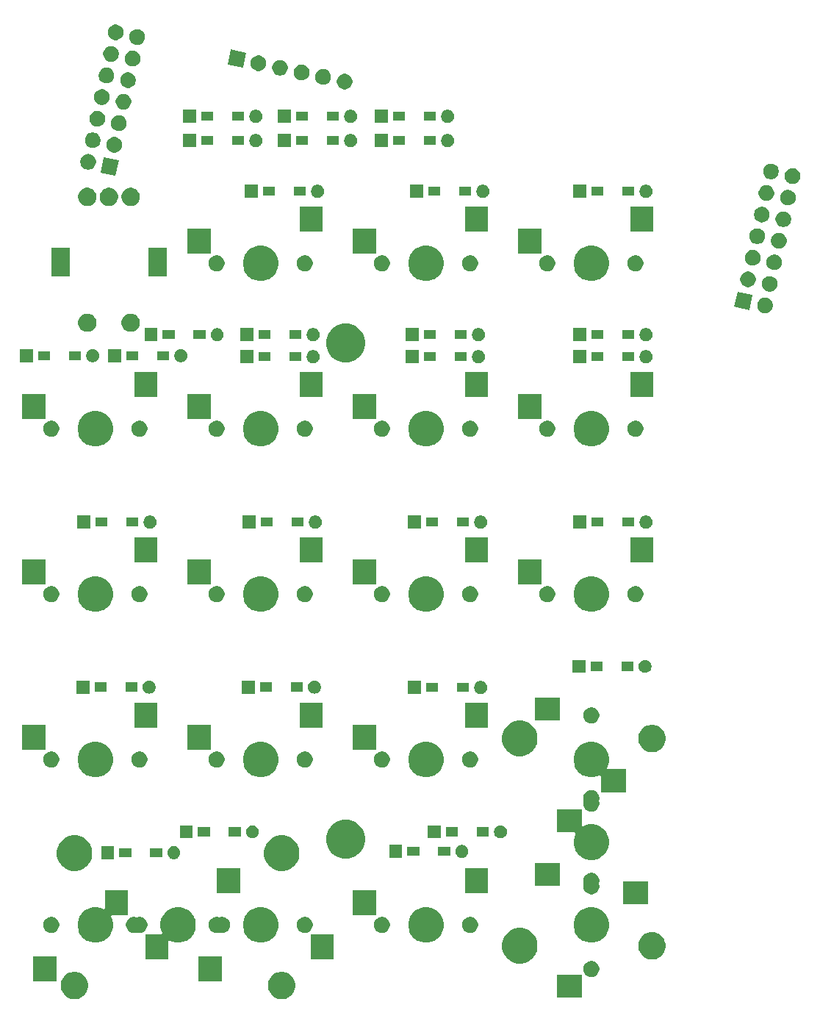
<source format=gbs>
G04 #@! TF.GenerationSoftware,KiCad,Pcbnew,(5.1.5-0-10_14)*
G04 #@! TF.CreationDate,2020-05-14T06:03:15+09:00*
G04 #@! TF.ProjectId,Colice,436f6c69-6365-42e6-9b69-6361645f7063,rev?*
G04 #@! TF.SameCoordinates,Original*
G04 #@! TF.FileFunction,Soldermask,Bot*
G04 #@! TF.FilePolarity,Negative*
%FSLAX46Y46*%
G04 Gerber Fmt 4.6, Leading zero omitted, Abs format (unit mm)*
G04 Created by KiCad (PCBNEW (5.1.5-0-10_14)) date 2020-05-14 06:03:15*
%MOMM*%
%LPD*%
G04 APERTURE LIST*
%ADD10C,0.100000*%
G04 APERTURE END LIST*
D10*
G36*
X93359911Y-136439826D02*
G01*
X93476032Y-136487925D01*
X93646541Y-136558552D01*
X93646542Y-136558553D01*
X93904504Y-136730917D01*
X94123883Y-136950296D01*
X94239053Y-137122661D01*
X94296248Y-137208259D01*
X94414974Y-137494890D01*
X94475500Y-137799175D01*
X94475500Y-138109425D01*
X94414974Y-138413710D01*
X94296248Y-138700341D01*
X94296247Y-138700342D01*
X94123883Y-138958304D01*
X93904504Y-139177683D01*
X93732139Y-139292853D01*
X93646541Y-139350048D01*
X93478637Y-139419596D01*
X93359911Y-139468774D01*
X93207767Y-139499037D01*
X93055625Y-139529300D01*
X92745375Y-139529300D01*
X92593233Y-139499037D01*
X92441089Y-139468774D01*
X92322363Y-139419596D01*
X92154459Y-139350048D01*
X92068861Y-139292853D01*
X91896496Y-139177683D01*
X91677117Y-138958304D01*
X91504753Y-138700342D01*
X91504752Y-138700341D01*
X91386026Y-138413710D01*
X91325500Y-138109425D01*
X91325500Y-137799175D01*
X91386026Y-137494890D01*
X91504752Y-137208259D01*
X91561947Y-137122661D01*
X91677117Y-136950296D01*
X91896496Y-136730917D01*
X92154458Y-136558553D01*
X92154459Y-136558552D01*
X92324968Y-136487925D01*
X92441089Y-136439826D01*
X92745375Y-136379300D01*
X93055625Y-136379300D01*
X93359911Y-136439826D01*
G37*
G36*
X69483911Y-136439826D02*
G01*
X69600032Y-136487925D01*
X69770541Y-136558552D01*
X69770542Y-136558553D01*
X70028504Y-136730917D01*
X70247883Y-136950296D01*
X70363053Y-137122661D01*
X70420248Y-137208259D01*
X70538974Y-137494890D01*
X70599500Y-137799175D01*
X70599500Y-138109425D01*
X70538974Y-138413710D01*
X70420248Y-138700341D01*
X70420247Y-138700342D01*
X70247883Y-138958304D01*
X70028504Y-139177683D01*
X69856139Y-139292853D01*
X69770541Y-139350048D01*
X69602637Y-139419596D01*
X69483911Y-139468774D01*
X69331767Y-139499037D01*
X69179625Y-139529300D01*
X68869375Y-139529300D01*
X68717233Y-139499037D01*
X68565089Y-139468774D01*
X68446363Y-139419596D01*
X68278459Y-139350048D01*
X68192861Y-139292853D01*
X68020496Y-139177683D01*
X67801117Y-138958304D01*
X67628753Y-138700342D01*
X67628752Y-138700341D01*
X67510026Y-138413710D01*
X67449500Y-138109425D01*
X67449500Y-137799175D01*
X67510026Y-137494890D01*
X67628752Y-137208259D01*
X67685947Y-137122661D01*
X67801117Y-136950296D01*
X68020496Y-136730917D01*
X68278458Y-136558553D01*
X68278459Y-136558552D01*
X68448968Y-136487925D01*
X68565089Y-136439826D01*
X68869375Y-136379300D01*
X69179625Y-136379300D01*
X69483911Y-136439826D01*
G37*
G36*
X127498500Y-139380300D02*
G01*
X124596500Y-139380300D01*
X124596500Y-136728300D01*
X127498500Y-136728300D01*
X127498500Y-139380300D01*
G37*
G36*
X85998500Y-137500300D02*
G01*
X83346500Y-137500300D01*
X83346500Y-134598300D01*
X85998500Y-134598300D01*
X85998500Y-137500300D01*
G37*
G36*
X66948500Y-137500300D02*
G01*
X64296500Y-137500300D01*
X64296500Y-134598300D01*
X66948500Y-134598300D01*
X66948500Y-137500300D01*
G37*
G36*
X128857604Y-135158885D02*
G01*
X129026126Y-135228689D01*
X129177791Y-135330028D01*
X129306772Y-135459009D01*
X129408111Y-135610674D01*
X129477915Y-135779196D01*
X129513500Y-135958097D01*
X129513500Y-136140503D01*
X129477915Y-136319404D01*
X129408111Y-136487926D01*
X129306772Y-136639591D01*
X129177791Y-136768572D01*
X129026126Y-136869911D01*
X128857604Y-136939715D01*
X128678703Y-136975300D01*
X128496297Y-136975300D01*
X128317396Y-136939715D01*
X128148874Y-136869911D01*
X127997209Y-136768572D01*
X127868228Y-136639591D01*
X127766889Y-136487926D01*
X127697085Y-136319404D01*
X127661500Y-136140503D01*
X127661500Y-135958097D01*
X127697085Y-135779196D01*
X127766889Y-135610674D01*
X127868228Y-135459009D01*
X127997209Y-135330028D01*
X128148874Y-135228689D01*
X128317396Y-135158885D01*
X128496297Y-135123300D01*
X128678703Y-135123300D01*
X128857604Y-135158885D01*
G37*
G36*
X120928974Y-131415944D02*
G01*
X121146974Y-131506243D01*
X121301123Y-131570093D01*
X121636048Y-131793883D01*
X121920877Y-132078712D01*
X122144667Y-132413637D01*
X122144667Y-132413638D01*
X122298816Y-132785786D01*
X122377400Y-133180854D01*
X122377400Y-133583666D01*
X122298816Y-133978734D01*
X122236863Y-134128301D01*
X122144667Y-134350883D01*
X121920877Y-134685808D01*
X121636048Y-134970637D01*
X121301123Y-135194427D01*
X121146974Y-135258277D01*
X120928974Y-135348576D01*
X120533906Y-135427160D01*
X120131094Y-135427160D01*
X119736026Y-135348576D01*
X119518026Y-135258277D01*
X119363877Y-135194427D01*
X119028952Y-134970637D01*
X118744123Y-134685808D01*
X118520333Y-134350883D01*
X118428137Y-134128301D01*
X118366184Y-133978734D01*
X118287600Y-133583666D01*
X118287600Y-133180854D01*
X118366184Y-132785786D01*
X118520333Y-132413638D01*
X118520333Y-132413637D01*
X118744123Y-132078712D01*
X119028952Y-131793883D01*
X119363877Y-131570093D01*
X119518026Y-131506243D01*
X119736026Y-131415944D01*
X120131094Y-131337360D01*
X120533906Y-131337360D01*
X120928974Y-131415944D01*
G37*
G36*
X98898500Y-134960300D02*
G01*
X96246500Y-134960300D01*
X96246500Y-132058300D01*
X98898500Y-132058300D01*
X98898500Y-134960300D01*
G37*
G36*
X81558974Y-129002984D02*
G01*
X81740346Y-129078111D01*
X81931123Y-129157133D01*
X82266048Y-129380923D01*
X82550877Y-129665752D01*
X82774667Y-130000677D01*
X82809933Y-130085818D01*
X82928816Y-130372826D01*
X83007400Y-130767894D01*
X83007400Y-131170706D01*
X82928816Y-131565774D01*
X82877951Y-131688572D01*
X82774667Y-131937923D01*
X82550877Y-132272848D01*
X82266048Y-132557677D01*
X81931123Y-132781467D01*
X81875779Y-132804391D01*
X81558974Y-132935616D01*
X81163906Y-133014200D01*
X80761094Y-133014200D01*
X80366026Y-132935616D01*
X80021334Y-132792840D01*
X79997885Y-132785727D01*
X79973499Y-132783325D01*
X79949113Y-132785727D01*
X79925664Y-132792840D01*
X79904053Y-132804391D01*
X79885111Y-132819936D01*
X79869566Y-132838878D01*
X79858015Y-132860489D01*
X79850902Y-132883938D01*
X79848500Y-132908324D01*
X79848500Y-134960300D01*
X77196500Y-134960300D01*
X77196500Y-132058300D01*
X79013121Y-132058300D01*
X79037507Y-132055898D01*
X79060956Y-132048785D01*
X79082567Y-132037234D01*
X79101509Y-132021689D01*
X79117054Y-132002747D01*
X79128605Y-131981136D01*
X79135718Y-131957687D01*
X79138120Y-131933301D01*
X79135718Y-131908915D01*
X79128605Y-131885466D01*
X79121282Y-131867786D01*
X79047049Y-131688572D01*
X78996184Y-131565774D01*
X78917600Y-131170706D01*
X78917600Y-130767894D01*
X78996184Y-130372826D01*
X79115067Y-130085818D01*
X79150333Y-130000677D01*
X79374123Y-129665752D01*
X79658952Y-129380923D01*
X79993877Y-129157133D01*
X80184654Y-129078111D01*
X80366026Y-129002984D01*
X80761094Y-128924400D01*
X81163906Y-128924400D01*
X81558974Y-129002984D01*
G37*
G36*
X135879767Y-131837523D02*
G01*
X136031911Y-131867786D01*
X136098335Y-131895300D01*
X136318541Y-131986512D01*
X136318542Y-131986513D01*
X136576504Y-132158877D01*
X136795883Y-132378256D01*
X136819524Y-132413638D01*
X136968248Y-132636219D01*
X137028411Y-132781467D01*
X137080958Y-132908324D01*
X137086974Y-132922850D01*
X137147500Y-133227135D01*
X137147500Y-133537385D01*
X137086974Y-133841670D01*
X136968248Y-134128301D01*
X136968247Y-134128302D01*
X136795883Y-134386264D01*
X136576504Y-134605643D01*
X136456528Y-134685808D01*
X136318541Y-134778008D01*
X136150637Y-134847556D01*
X136031911Y-134896734D01*
X135879767Y-134926997D01*
X135727625Y-134957260D01*
X135417375Y-134957260D01*
X135265233Y-134926997D01*
X135113089Y-134896734D01*
X134994363Y-134847556D01*
X134826459Y-134778008D01*
X134688472Y-134685808D01*
X134568496Y-134605643D01*
X134349117Y-134386264D01*
X134176753Y-134128302D01*
X134176752Y-134128301D01*
X134058026Y-133841670D01*
X133997500Y-133537385D01*
X133997500Y-133227135D01*
X134058026Y-132922850D01*
X134064043Y-132908324D01*
X134116589Y-132781467D01*
X134176752Y-132636219D01*
X134325476Y-132413638D01*
X134349117Y-132378256D01*
X134568496Y-132158877D01*
X134826458Y-131986513D01*
X134826459Y-131986512D01*
X135046665Y-131895300D01*
X135113089Y-131867786D01*
X135265233Y-131837523D01*
X135417375Y-131807260D01*
X135727625Y-131807260D01*
X135879767Y-131837523D01*
G37*
G36*
X129183974Y-129002984D02*
G01*
X129365346Y-129078111D01*
X129556123Y-129157133D01*
X129891048Y-129380923D01*
X130175877Y-129665752D01*
X130399667Y-130000677D01*
X130434933Y-130085818D01*
X130553816Y-130372826D01*
X130632400Y-130767894D01*
X130632400Y-131170706D01*
X130553816Y-131565774D01*
X130502951Y-131688572D01*
X130399667Y-131937923D01*
X130175877Y-132272848D01*
X129891048Y-132557677D01*
X129556123Y-132781467D01*
X129500779Y-132804391D01*
X129183974Y-132935616D01*
X128788906Y-133014200D01*
X128386094Y-133014200D01*
X127991026Y-132935616D01*
X127674221Y-132804391D01*
X127618877Y-132781467D01*
X127283952Y-132557677D01*
X126999123Y-132272848D01*
X126775333Y-131937923D01*
X126672049Y-131688572D01*
X126621184Y-131565774D01*
X126542600Y-131170706D01*
X126542600Y-130767894D01*
X126621184Y-130372826D01*
X126740067Y-130085818D01*
X126775333Y-130000677D01*
X126999123Y-129665752D01*
X127283952Y-129380923D01*
X127618877Y-129157133D01*
X127809654Y-129078111D01*
X127991026Y-129002984D01*
X128386094Y-128924400D01*
X128788906Y-128924400D01*
X129183974Y-129002984D01*
G37*
G36*
X110133974Y-129002984D02*
G01*
X110315346Y-129078111D01*
X110506123Y-129157133D01*
X110841048Y-129380923D01*
X111125877Y-129665752D01*
X111349667Y-130000677D01*
X111384933Y-130085818D01*
X111503816Y-130372826D01*
X111582400Y-130767894D01*
X111582400Y-131170706D01*
X111503816Y-131565774D01*
X111452951Y-131688572D01*
X111349667Y-131937923D01*
X111125877Y-132272848D01*
X110841048Y-132557677D01*
X110506123Y-132781467D01*
X110450779Y-132804391D01*
X110133974Y-132935616D01*
X109738906Y-133014200D01*
X109336094Y-133014200D01*
X108941026Y-132935616D01*
X108624221Y-132804391D01*
X108568877Y-132781467D01*
X108233952Y-132557677D01*
X107949123Y-132272848D01*
X107725333Y-131937923D01*
X107622049Y-131688572D01*
X107571184Y-131565774D01*
X107492600Y-131170706D01*
X107492600Y-130767894D01*
X107571184Y-130372826D01*
X107690067Y-130085818D01*
X107725333Y-130000677D01*
X107949123Y-129665752D01*
X108233952Y-129380923D01*
X108568877Y-129157133D01*
X108759654Y-129078111D01*
X108941026Y-129002984D01*
X109336094Y-128924400D01*
X109738906Y-128924400D01*
X110133974Y-129002984D01*
G37*
G36*
X91083974Y-129002984D02*
G01*
X91265346Y-129078111D01*
X91456123Y-129157133D01*
X91791048Y-129380923D01*
X92075877Y-129665752D01*
X92299667Y-130000677D01*
X92334933Y-130085818D01*
X92453816Y-130372826D01*
X92532400Y-130767894D01*
X92532400Y-131170706D01*
X92453816Y-131565774D01*
X92402951Y-131688572D01*
X92299667Y-131937923D01*
X92075877Y-132272848D01*
X91791048Y-132557677D01*
X91456123Y-132781467D01*
X91400779Y-132804391D01*
X91083974Y-132935616D01*
X90688906Y-133014200D01*
X90286094Y-133014200D01*
X89891026Y-132935616D01*
X89574221Y-132804391D01*
X89518877Y-132781467D01*
X89183952Y-132557677D01*
X88899123Y-132272848D01*
X88675333Y-131937923D01*
X88572049Y-131688572D01*
X88521184Y-131565774D01*
X88442600Y-131170706D01*
X88442600Y-130767894D01*
X88521184Y-130372826D01*
X88640067Y-130085818D01*
X88675333Y-130000677D01*
X88899123Y-129665752D01*
X89183952Y-129380923D01*
X89518877Y-129157133D01*
X89709654Y-129078111D01*
X89891026Y-129002984D01*
X90286094Y-128924400D01*
X90688906Y-128924400D01*
X91083974Y-129002984D01*
G37*
G36*
X75203500Y-129880300D02*
G01*
X73386879Y-129880300D01*
X73362493Y-129882702D01*
X73339044Y-129889815D01*
X73317433Y-129901366D01*
X73298491Y-129916911D01*
X73282946Y-129935853D01*
X73271395Y-129957464D01*
X73264282Y-129980913D01*
X73261880Y-130005299D01*
X73264282Y-130029685D01*
X73271394Y-130053131D01*
X73284933Y-130085818D01*
X73403816Y-130372826D01*
X73482400Y-130767894D01*
X73482400Y-131170706D01*
X73403816Y-131565774D01*
X73352951Y-131688572D01*
X73249667Y-131937923D01*
X73025877Y-132272848D01*
X72741048Y-132557677D01*
X72406123Y-132781467D01*
X72350779Y-132804391D01*
X72033974Y-132935616D01*
X71638906Y-133014200D01*
X71236094Y-133014200D01*
X70841026Y-132935616D01*
X70524221Y-132804391D01*
X70468877Y-132781467D01*
X70133952Y-132557677D01*
X69849123Y-132272848D01*
X69625333Y-131937923D01*
X69522049Y-131688572D01*
X69471184Y-131565774D01*
X69392600Y-131170706D01*
X69392600Y-130767894D01*
X69471184Y-130372826D01*
X69590067Y-130085818D01*
X69625333Y-130000677D01*
X69849123Y-129665752D01*
X70133952Y-129380923D01*
X70468877Y-129157133D01*
X70659654Y-129078111D01*
X70841026Y-129002984D01*
X71236094Y-128924400D01*
X71638906Y-128924400D01*
X72033974Y-129002984D01*
X72378666Y-129145760D01*
X72402115Y-129152873D01*
X72426501Y-129155275D01*
X72450887Y-129152873D01*
X72474336Y-129145760D01*
X72495947Y-129134209D01*
X72514889Y-129118664D01*
X72530434Y-129099722D01*
X72541985Y-129078111D01*
X72549098Y-129054662D01*
X72551500Y-129030276D01*
X72551500Y-126978300D01*
X75203500Y-126978300D01*
X75203500Y-129880300D01*
G37*
G36*
X85677604Y-130078885D02*
G01*
X85677610Y-130078888D01*
X85678065Y-130078978D01*
X85700618Y-130085818D01*
X85725004Y-130088219D01*
X85749390Y-130085816D01*
X85771935Y-130078978D01*
X85772390Y-130078888D01*
X85772396Y-130078885D01*
X85951297Y-130043300D01*
X86133703Y-130043300D01*
X86312604Y-130078885D01*
X86481126Y-130148689D01*
X86632791Y-130250028D01*
X86761772Y-130379009D01*
X86863111Y-130530674D01*
X86932915Y-130699196D01*
X86968500Y-130878097D01*
X86968500Y-131060503D01*
X86932915Y-131239404D01*
X86863111Y-131407926D01*
X86761772Y-131559591D01*
X86632791Y-131688572D01*
X86481126Y-131789911D01*
X86312604Y-131859715D01*
X86133703Y-131895300D01*
X85951297Y-131895300D01*
X85772396Y-131859715D01*
X85772390Y-131859712D01*
X85771935Y-131859622D01*
X85749382Y-131852782D01*
X85724996Y-131850381D01*
X85700610Y-131852784D01*
X85678065Y-131859622D01*
X85677610Y-131859712D01*
X85677604Y-131859715D01*
X85498703Y-131895300D01*
X85316297Y-131895300D01*
X85137396Y-131859715D01*
X84968874Y-131789911D01*
X84817209Y-131688572D01*
X84688228Y-131559591D01*
X84586889Y-131407926D01*
X84517085Y-131239404D01*
X84481500Y-131060503D01*
X84481500Y-130878097D01*
X84517085Y-130699196D01*
X84586889Y-130530674D01*
X84688228Y-130379009D01*
X84817209Y-130250028D01*
X84968874Y-130148689D01*
X85137396Y-130078885D01*
X85316297Y-130043300D01*
X85498703Y-130043300D01*
X85677604Y-130078885D01*
G37*
G36*
X76152604Y-130078885D02*
G01*
X76152610Y-130078888D01*
X76153065Y-130078978D01*
X76175618Y-130085818D01*
X76200004Y-130088219D01*
X76224390Y-130085816D01*
X76246935Y-130078978D01*
X76247390Y-130078888D01*
X76247396Y-130078885D01*
X76426297Y-130043300D01*
X76608703Y-130043300D01*
X76787604Y-130078885D01*
X76956126Y-130148689D01*
X77107791Y-130250028D01*
X77236772Y-130379009D01*
X77338111Y-130530674D01*
X77407915Y-130699196D01*
X77443500Y-130878097D01*
X77443500Y-131060503D01*
X77407915Y-131239404D01*
X77338111Y-131407926D01*
X77236772Y-131559591D01*
X77107791Y-131688572D01*
X76956126Y-131789911D01*
X76787604Y-131859715D01*
X76608703Y-131895300D01*
X76426297Y-131895300D01*
X76247396Y-131859715D01*
X76247390Y-131859712D01*
X76246935Y-131859622D01*
X76224382Y-131852782D01*
X76199996Y-131850381D01*
X76175610Y-131852784D01*
X76153065Y-131859622D01*
X76152610Y-131859712D01*
X76152604Y-131859715D01*
X75973703Y-131895300D01*
X75791297Y-131895300D01*
X75612396Y-131859715D01*
X75443874Y-131789911D01*
X75292209Y-131688572D01*
X75163228Y-131559591D01*
X75061889Y-131407926D01*
X74992085Y-131239404D01*
X74956500Y-131060503D01*
X74956500Y-130878097D01*
X74992085Y-130699196D01*
X75061889Y-130530674D01*
X75163228Y-130379009D01*
X75292209Y-130250028D01*
X75443874Y-130148689D01*
X75612396Y-130078885D01*
X75791297Y-130043300D01*
X75973703Y-130043300D01*
X76152604Y-130078885D01*
G37*
G36*
X95837604Y-130078885D02*
G01*
X96006126Y-130148689D01*
X96157791Y-130250028D01*
X96286772Y-130379009D01*
X96388111Y-130530674D01*
X96457915Y-130699196D01*
X96493500Y-130878097D01*
X96493500Y-131060503D01*
X96457915Y-131239404D01*
X96388111Y-131407926D01*
X96286772Y-131559591D01*
X96157791Y-131688572D01*
X96006126Y-131789911D01*
X95837604Y-131859715D01*
X95658703Y-131895300D01*
X95476297Y-131895300D01*
X95297396Y-131859715D01*
X95128874Y-131789911D01*
X94977209Y-131688572D01*
X94848228Y-131559591D01*
X94746889Y-131407926D01*
X94677085Y-131239404D01*
X94641500Y-131060503D01*
X94641500Y-130878097D01*
X94677085Y-130699196D01*
X94746889Y-130530674D01*
X94848228Y-130379009D01*
X94977209Y-130250028D01*
X95128874Y-130148689D01*
X95297396Y-130078885D01*
X95476297Y-130043300D01*
X95658703Y-130043300D01*
X95837604Y-130078885D01*
G37*
G36*
X66627604Y-130078885D02*
G01*
X66796126Y-130148689D01*
X66947791Y-130250028D01*
X67076772Y-130379009D01*
X67178111Y-130530674D01*
X67247915Y-130699196D01*
X67283500Y-130878097D01*
X67283500Y-131060503D01*
X67247915Y-131239404D01*
X67178111Y-131407926D01*
X67076772Y-131559591D01*
X66947791Y-131688572D01*
X66796126Y-131789911D01*
X66627604Y-131859715D01*
X66448703Y-131895300D01*
X66266297Y-131895300D01*
X66087396Y-131859715D01*
X65918874Y-131789911D01*
X65767209Y-131688572D01*
X65638228Y-131559591D01*
X65536889Y-131407926D01*
X65467085Y-131239404D01*
X65431500Y-131060503D01*
X65431500Y-130878097D01*
X65467085Y-130699196D01*
X65536889Y-130530674D01*
X65638228Y-130379009D01*
X65767209Y-130250028D01*
X65918874Y-130148689D01*
X66087396Y-130078885D01*
X66266297Y-130043300D01*
X66448703Y-130043300D01*
X66627604Y-130078885D01*
G37*
G36*
X114887604Y-130078885D02*
G01*
X115056126Y-130148689D01*
X115207791Y-130250028D01*
X115336772Y-130379009D01*
X115438111Y-130530674D01*
X115507915Y-130699196D01*
X115543500Y-130878097D01*
X115543500Y-131060503D01*
X115507915Y-131239404D01*
X115438111Y-131407926D01*
X115336772Y-131559591D01*
X115207791Y-131688572D01*
X115056126Y-131789911D01*
X114887604Y-131859715D01*
X114708703Y-131895300D01*
X114526297Y-131895300D01*
X114347396Y-131859715D01*
X114178874Y-131789911D01*
X114027209Y-131688572D01*
X113898228Y-131559591D01*
X113796889Y-131407926D01*
X113727085Y-131239404D01*
X113691500Y-131060503D01*
X113691500Y-130878097D01*
X113727085Y-130699196D01*
X113796889Y-130530674D01*
X113898228Y-130379009D01*
X114027209Y-130250028D01*
X114178874Y-130148689D01*
X114347396Y-130078885D01*
X114526297Y-130043300D01*
X114708703Y-130043300D01*
X114887604Y-130078885D01*
G37*
G36*
X104727604Y-130078885D02*
G01*
X104896126Y-130148689D01*
X105047791Y-130250028D01*
X105176772Y-130379009D01*
X105278111Y-130530674D01*
X105347915Y-130699196D01*
X105383500Y-130878097D01*
X105383500Y-131060503D01*
X105347915Y-131239404D01*
X105278111Y-131407926D01*
X105176772Y-131559591D01*
X105047791Y-131688572D01*
X104896126Y-131789911D01*
X104727604Y-131859715D01*
X104548703Y-131895300D01*
X104366297Y-131895300D01*
X104187396Y-131859715D01*
X104018874Y-131789911D01*
X103867209Y-131688572D01*
X103738228Y-131559591D01*
X103636889Y-131407926D01*
X103567085Y-131239404D01*
X103531500Y-131060503D01*
X103531500Y-130878097D01*
X103567085Y-130699196D01*
X103636889Y-130530674D01*
X103738228Y-130379009D01*
X103867209Y-130250028D01*
X104018874Y-130148689D01*
X104187396Y-130078885D01*
X104366297Y-130043300D01*
X104548703Y-130043300D01*
X104727604Y-130078885D01*
G37*
G36*
X103778500Y-129880300D02*
G01*
X101126500Y-129880300D01*
X101126500Y-126978300D01*
X103778500Y-126978300D01*
X103778500Y-129880300D01*
G37*
G36*
X135118500Y-128585260D02*
G01*
X132216500Y-128585260D01*
X132216500Y-125933260D01*
X135118500Y-125933260D01*
X135118500Y-128585260D01*
G37*
G36*
X128857604Y-124998885D02*
G01*
X129026126Y-125068689D01*
X129177791Y-125170028D01*
X129306772Y-125299009D01*
X129408111Y-125450674D01*
X129477915Y-125619196D01*
X129513500Y-125798097D01*
X129513500Y-125980503D01*
X129477915Y-126159404D01*
X129477912Y-126159410D01*
X129477818Y-126159885D01*
X129470991Y-126182395D01*
X129468589Y-126206781D01*
X129470991Y-126231167D01*
X129477818Y-126253675D01*
X129477912Y-126254150D01*
X129477915Y-126254156D01*
X129513500Y-126433057D01*
X129513500Y-126615463D01*
X129477915Y-126794364D01*
X129408111Y-126962886D01*
X129306772Y-127114551D01*
X129177791Y-127243532D01*
X129026126Y-127344871D01*
X128857604Y-127414675D01*
X128678703Y-127450260D01*
X128496297Y-127450260D01*
X128317396Y-127414675D01*
X128148874Y-127344871D01*
X127997209Y-127243532D01*
X127868228Y-127114551D01*
X127766889Y-126962886D01*
X127697085Y-126794364D01*
X127661500Y-126615463D01*
X127661500Y-126433057D01*
X127697085Y-126254156D01*
X127697088Y-126254150D01*
X127697182Y-126253675D01*
X127704009Y-126231165D01*
X127706411Y-126206779D01*
X127704009Y-126182393D01*
X127697182Y-126159885D01*
X127697088Y-126159410D01*
X127697085Y-126159404D01*
X127661500Y-125980503D01*
X127661500Y-125798097D01*
X127697085Y-125619196D01*
X127766889Y-125450674D01*
X127868228Y-125299009D01*
X127997209Y-125170028D01*
X128148874Y-125068689D01*
X128317396Y-124998885D01*
X128496297Y-124963300D01*
X128678703Y-124963300D01*
X128857604Y-124998885D01*
G37*
G36*
X88103500Y-127340300D02*
G01*
X85451500Y-127340300D01*
X85451500Y-124438300D01*
X88103500Y-124438300D01*
X88103500Y-127340300D01*
G37*
G36*
X116678500Y-127340300D02*
G01*
X114026500Y-127340300D01*
X114026500Y-124438300D01*
X116678500Y-124438300D01*
X116678500Y-127340300D01*
G37*
G36*
X124958500Y-126480300D02*
G01*
X122056500Y-126480300D01*
X122056500Y-123828300D01*
X124958500Y-123828300D01*
X124958500Y-126480300D01*
G37*
G36*
X93496974Y-120747984D02*
G01*
X93708992Y-120835805D01*
X93869123Y-120902133D01*
X94204048Y-121125923D01*
X94488877Y-121410752D01*
X94712667Y-121745677D01*
X94728335Y-121783503D01*
X94866816Y-122117826D01*
X94945400Y-122512894D01*
X94945400Y-122915706D01*
X94866816Y-123310774D01*
X94792926Y-123489160D01*
X94712667Y-123682923D01*
X94488877Y-124017848D01*
X94204048Y-124302677D01*
X93869123Y-124526467D01*
X93714974Y-124590317D01*
X93496974Y-124680616D01*
X93101906Y-124759200D01*
X92699094Y-124759200D01*
X92304026Y-124680616D01*
X92086026Y-124590317D01*
X91931877Y-124526467D01*
X91596952Y-124302677D01*
X91312123Y-124017848D01*
X91088333Y-123682923D01*
X91008074Y-123489160D01*
X90934184Y-123310774D01*
X90855600Y-122915706D01*
X90855600Y-122512894D01*
X90934184Y-122117826D01*
X91072665Y-121783503D01*
X91088333Y-121745677D01*
X91312123Y-121410752D01*
X91596952Y-121125923D01*
X91931877Y-120902133D01*
X92092008Y-120835805D01*
X92304026Y-120747984D01*
X92699094Y-120669400D01*
X93101906Y-120669400D01*
X93496974Y-120747984D01*
G37*
G36*
X69620974Y-120747984D02*
G01*
X69832992Y-120835805D01*
X69993123Y-120902133D01*
X70328048Y-121125923D01*
X70612877Y-121410752D01*
X70836667Y-121745677D01*
X70852335Y-121783503D01*
X70990816Y-122117826D01*
X71069400Y-122512894D01*
X71069400Y-122915706D01*
X70990816Y-123310774D01*
X70916926Y-123489160D01*
X70836667Y-123682923D01*
X70612877Y-124017848D01*
X70328048Y-124302677D01*
X69993123Y-124526467D01*
X69838974Y-124590317D01*
X69620974Y-124680616D01*
X69225906Y-124759200D01*
X68823094Y-124759200D01*
X68428026Y-124680616D01*
X68210026Y-124590317D01*
X68055877Y-124526467D01*
X67720952Y-124302677D01*
X67436123Y-124017848D01*
X67212333Y-123682923D01*
X67132074Y-123489160D01*
X67058184Y-123310774D01*
X66979600Y-122915706D01*
X66979600Y-122512894D01*
X67058184Y-122117826D01*
X67196665Y-121783503D01*
X67212333Y-121745677D01*
X67436123Y-121410752D01*
X67720952Y-121125923D01*
X68055877Y-120902133D01*
X68216008Y-120835805D01*
X68428026Y-120747984D01*
X68823094Y-120669400D01*
X69225906Y-120669400D01*
X69620974Y-120747984D01*
G37*
G36*
X127498500Y-119494881D02*
G01*
X127500902Y-119519267D01*
X127508015Y-119542716D01*
X127519566Y-119564327D01*
X127535111Y-119583269D01*
X127554053Y-119598814D01*
X127575664Y-119610365D01*
X127599113Y-119617478D01*
X127623499Y-119619880D01*
X127647885Y-119617478D01*
X127671331Y-119610366D01*
X127842480Y-119539474D01*
X127991026Y-119477944D01*
X128386094Y-119399360D01*
X128788906Y-119399360D01*
X129183974Y-119477944D01*
X129332520Y-119539474D01*
X129556123Y-119632093D01*
X129891048Y-119855883D01*
X130175877Y-120140712D01*
X130399667Y-120475637D01*
X130411023Y-120503054D01*
X130553816Y-120847786D01*
X130632400Y-121242854D01*
X130632400Y-121645666D01*
X130553816Y-122040734D01*
X130473584Y-122234431D01*
X130399667Y-122412883D01*
X130175877Y-122747808D01*
X129891048Y-123032637D01*
X129556123Y-123256427D01*
X129440513Y-123304314D01*
X129183974Y-123410576D01*
X128788906Y-123489160D01*
X128386094Y-123489160D01*
X127991026Y-123410576D01*
X127734487Y-123304314D01*
X127618877Y-123256427D01*
X127283952Y-123032637D01*
X126999123Y-122747808D01*
X126775333Y-122412883D01*
X126701416Y-122234431D01*
X126621184Y-122040734D01*
X126542600Y-121645666D01*
X126542600Y-121242854D01*
X126621184Y-120847786D01*
X126763977Y-120503054D01*
X126771090Y-120479605D01*
X126773492Y-120455219D01*
X126771090Y-120430833D01*
X126763977Y-120407384D01*
X126752426Y-120385773D01*
X126736881Y-120366831D01*
X126717939Y-120351286D01*
X126696328Y-120339735D01*
X126672879Y-120332622D01*
X126648493Y-120330220D01*
X124596500Y-120330220D01*
X124596500Y-117678220D01*
X127498500Y-117678220D01*
X127498500Y-119494881D01*
G37*
G36*
X80571026Y-121894714D02*
G01*
X80695222Y-121919417D01*
X80831623Y-121975916D01*
X80954380Y-122057940D01*
X81058776Y-122162336D01*
X81140800Y-122285093D01*
X81197299Y-122421494D01*
X81226101Y-122566296D01*
X81226101Y-122713934D01*
X81197299Y-122858736D01*
X81140800Y-122995137D01*
X81058776Y-123117894D01*
X80954380Y-123222290D01*
X80831623Y-123304314D01*
X80695222Y-123360813D01*
X80571026Y-123385516D01*
X80550421Y-123389615D01*
X80402781Y-123389615D01*
X80382176Y-123385516D01*
X80257980Y-123360813D01*
X80121579Y-123304314D01*
X79998822Y-123222290D01*
X79894426Y-123117894D01*
X79812402Y-122995137D01*
X79755903Y-122858736D01*
X79727101Y-122713934D01*
X79727101Y-122566296D01*
X79755903Y-122421494D01*
X79812402Y-122285093D01*
X79894426Y-122162336D01*
X79998822Y-122057940D01*
X80121579Y-121975916D01*
X80257980Y-121919417D01*
X80382176Y-121894714D01*
X80402781Y-121890615D01*
X80550421Y-121890615D01*
X80571026Y-121894714D01*
G37*
G36*
X73606101Y-123389615D02*
G01*
X72107101Y-123389615D01*
X72107101Y-121890615D01*
X73606101Y-121890615D01*
X73606101Y-123389615D01*
G37*
G36*
X100542380Y-118866976D02*
G01*
X100923093Y-118942704D01*
X101332749Y-119112389D01*
X101701429Y-119358734D01*
X102014966Y-119672271D01*
X102261311Y-120040951D01*
X102430996Y-120450607D01*
X102517500Y-120885496D01*
X102517500Y-121328904D01*
X102430996Y-121763793D01*
X102261311Y-122173449D01*
X102014966Y-122542129D01*
X101701429Y-122855666D01*
X101332749Y-123102011D01*
X100923093Y-123271696D01*
X100542380Y-123347424D01*
X100488205Y-123358200D01*
X100044795Y-123358200D01*
X99990620Y-123347424D01*
X99609907Y-123271696D01*
X99200251Y-123102011D01*
X98831571Y-122855666D01*
X98518034Y-122542129D01*
X98271689Y-122173449D01*
X98102004Y-121763793D01*
X98015500Y-121328904D01*
X98015500Y-120885496D01*
X98102004Y-120450607D01*
X98271689Y-120040951D01*
X98518034Y-119672271D01*
X98831571Y-119358734D01*
X99200251Y-119112389D01*
X99609907Y-118942704D01*
X99990620Y-118866976D01*
X100044795Y-118856200D01*
X100488205Y-118856200D01*
X100542380Y-118866976D01*
G37*
G36*
X106794500Y-123253700D02*
G01*
X105295500Y-123253700D01*
X105295500Y-121754700D01*
X106794500Y-121754700D01*
X106794500Y-123253700D01*
G37*
G36*
X113759425Y-121758799D02*
G01*
X113883621Y-121783502D01*
X114020022Y-121840001D01*
X114142779Y-121922025D01*
X114247175Y-122026421D01*
X114329199Y-122149178D01*
X114385698Y-122285579D01*
X114414500Y-122430381D01*
X114414500Y-122578019D01*
X114385698Y-122722821D01*
X114329199Y-122859222D01*
X114247175Y-122981979D01*
X114142779Y-123086375D01*
X114020022Y-123168399D01*
X113883621Y-123224898D01*
X113759425Y-123249601D01*
X113738820Y-123253700D01*
X113591180Y-123253700D01*
X113570575Y-123249601D01*
X113446379Y-123224898D01*
X113309978Y-123168399D01*
X113187221Y-123086375D01*
X113082825Y-122981979D01*
X113000801Y-122859222D01*
X112944302Y-122722821D01*
X112915500Y-122578019D01*
X112915500Y-122430381D01*
X112944302Y-122285579D01*
X113000801Y-122149178D01*
X113082825Y-122026421D01*
X113187221Y-121922025D01*
X113309978Y-121840001D01*
X113446379Y-121783502D01*
X113570575Y-121758799D01*
X113591180Y-121754700D01*
X113738820Y-121754700D01*
X113759425Y-121758799D01*
G37*
G36*
X75592601Y-123166115D02*
G01*
X74190601Y-123166115D01*
X74190601Y-122114115D01*
X75592601Y-122114115D01*
X75592601Y-123166115D01*
G37*
G36*
X79142601Y-123166115D02*
G01*
X77740601Y-123166115D01*
X77740601Y-122114115D01*
X79142601Y-122114115D01*
X79142601Y-123166115D01*
G37*
G36*
X112331000Y-123030200D02*
G01*
X110929000Y-123030200D01*
X110929000Y-121978200D01*
X112331000Y-121978200D01*
X112331000Y-123030200D01*
G37*
G36*
X108781000Y-123030200D02*
G01*
X107379000Y-123030200D01*
X107379000Y-121978200D01*
X108781000Y-121978200D01*
X108781000Y-123030200D01*
G37*
G36*
X89629425Y-119508229D02*
G01*
X89753621Y-119532932D01*
X89890022Y-119589431D01*
X90012779Y-119671455D01*
X90117175Y-119775851D01*
X90199199Y-119898608D01*
X90255698Y-120035009D01*
X90284500Y-120179811D01*
X90284500Y-120327449D01*
X90255698Y-120472251D01*
X90199199Y-120608652D01*
X90117175Y-120731409D01*
X90012779Y-120835805D01*
X89890022Y-120917829D01*
X89753621Y-120974328D01*
X89629425Y-120999031D01*
X89608820Y-121003130D01*
X89461180Y-121003130D01*
X89440575Y-120999031D01*
X89316379Y-120974328D01*
X89179978Y-120917829D01*
X89057221Y-120835805D01*
X88952825Y-120731409D01*
X88870801Y-120608652D01*
X88814302Y-120472251D01*
X88785500Y-120327449D01*
X88785500Y-120179811D01*
X88814302Y-120035009D01*
X88870801Y-119898608D01*
X88952825Y-119775851D01*
X89057221Y-119671455D01*
X89179978Y-119589431D01*
X89316379Y-119532932D01*
X89440575Y-119508229D01*
X89461180Y-119504130D01*
X89608820Y-119504130D01*
X89629425Y-119508229D01*
G37*
G36*
X82664500Y-121003130D02*
G01*
X81165500Y-121003130D01*
X81165500Y-119504130D01*
X82664500Y-119504130D01*
X82664500Y-121003130D01*
G37*
G36*
X118204425Y-119508229D02*
G01*
X118328621Y-119532932D01*
X118465022Y-119589431D01*
X118587779Y-119671455D01*
X118692175Y-119775851D01*
X118774199Y-119898608D01*
X118830698Y-120035009D01*
X118859500Y-120179811D01*
X118859500Y-120327449D01*
X118830698Y-120472251D01*
X118774199Y-120608652D01*
X118692175Y-120731409D01*
X118587779Y-120835805D01*
X118465022Y-120917829D01*
X118328621Y-120974328D01*
X118204425Y-120999031D01*
X118183820Y-121003130D01*
X118036180Y-121003130D01*
X118015575Y-120999031D01*
X117891379Y-120974328D01*
X117754978Y-120917829D01*
X117632221Y-120835805D01*
X117527825Y-120731409D01*
X117445801Y-120608652D01*
X117389302Y-120472251D01*
X117360500Y-120327449D01*
X117360500Y-120179811D01*
X117389302Y-120035009D01*
X117445801Y-119898608D01*
X117527825Y-119775851D01*
X117632221Y-119671455D01*
X117754978Y-119589431D01*
X117891379Y-119532932D01*
X118015575Y-119508229D01*
X118036180Y-119504130D01*
X118183820Y-119504130D01*
X118204425Y-119508229D01*
G37*
G36*
X111239500Y-121003130D02*
G01*
X109740500Y-121003130D01*
X109740500Y-119504130D01*
X111239500Y-119504130D01*
X111239500Y-121003130D01*
G37*
G36*
X84651000Y-120779630D02*
G01*
X83249000Y-120779630D01*
X83249000Y-119727630D01*
X84651000Y-119727630D01*
X84651000Y-120779630D01*
G37*
G36*
X113226000Y-120779630D02*
G01*
X111824000Y-120779630D01*
X111824000Y-119727630D01*
X113226000Y-119727630D01*
X113226000Y-120779630D01*
G37*
G36*
X116776000Y-120779630D02*
G01*
X115374000Y-120779630D01*
X115374000Y-119727630D01*
X116776000Y-119727630D01*
X116776000Y-120779630D01*
G37*
G36*
X88201000Y-120779630D02*
G01*
X86799000Y-120779630D01*
X86799000Y-119727630D01*
X88201000Y-119727630D01*
X88201000Y-120779630D01*
G37*
G36*
X128857604Y-115473845D02*
G01*
X129026126Y-115543649D01*
X129177791Y-115644988D01*
X129306772Y-115773969D01*
X129408111Y-115925634D01*
X129477915Y-116094156D01*
X129513500Y-116273057D01*
X129513500Y-116455463D01*
X129477915Y-116634364D01*
X129477912Y-116634370D01*
X129477818Y-116634845D01*
X129470991Y-116657355D01*
X129468589Y-116681741D01*
X129470991Y-116706127D01*
X129477818Y-116728635D01*
X129477912Y-116729110D01*
X129477915Y-116729116D01*
X129513500Y-116908017D01*
X129513500Y-117090423D01*
X129477915Y-117269324D01*
X129408111Y-117437846D01*
X129306772Y-117589511D01*
X129177791Y-117718492D01*
X129026126Y-117819831D01*
X128857604Y-117889635D01*
X128678703Y-117925220D01*
X128496297Y-117925220D01*
X128317396Y-117889635D01*
X128148874Y-117819831D01*
X127997209Y-117718492D01*
X127868228Y-117589511D01*
X127766889Y-117437846D01*
X127697085Y-117269324D01*
X127661500Y-117090423D01*
X127661500Y-116908017D01*
X127697085Y-116729116D01*
X127697088Y-116729110D01*
X127697182Y-116728635D01*
X127704009Y-116706125D01*
X127706411Y-116681739D01*
X127704009Y-116657353D01*
X127697182Y-116634845D01*
X127697088Y-116634370D01*
X127697085Y-116634364D01*
X127661500Y-116455463D01*
X127661500Y-116273057D01*
X127697085Y-116094156D01*
X127766889Y-115925634D01*
X127868228Y-115773969D01*
X127997209Y-115644988D01*
X128148874Y-115543649D01*
X128317396Y-115473845D01*
X128496297Y-115438260D01*
X128678703Y-115438260D01*
X128857604Y-115473845D01*
G37*
G36*
X129183974Y-109952904D02*
G01*
X129401974Y-110043203D01*
X129556123Y-110107053D01*
X129891048Y-110330843D01*
X130175877Y-110615672D01*
X130399667Y-110950597D01*
X130432062Y-111028806D01*
X130553816Y-111322746D01*
X130632400Y-111717814D01*
X130632400Y-112120626D01*
X130553816Y-112515694D01*
X130502951Y-112638492D01*
X130432062Y-112809635D01*
X130411023Y-112860426D01*
X130403910Y-112883875D01*
X130401508Y-112908261D01*
X130403910Y-112932647D01*
X130411023Y-112956096D01*
X130422574Y-112977707D01*
X130438119Y-112996649D01*
X130457061Y-113012194D01*
X130478672Y-113023745D01*
X130502121Y-113030858D01*
X130526507Y-113033260D01*
X132578500Y-113033260D01*
X132578500Y-115685260D01*
X129676500Y-115685260D01*
X129676500Y-113868599D01*
X129674098Y-113844213D01*
X129666985Y-113820764D01*
X129655434Y-113799153D01*
X129639889Y-113780211D01*
X129620947Y-113764666D01*
X129599336Y-113753115D01*
X129575887Y-113746002D01*
X129551501Y-113743600D01*
X129527115Y-113746002D01*
X129503669Y-113753114D01*
X129438251Y-113780211D01*
X129183974Y-113885536D01*
X128788906Y-113964120D01*
X128386094Y-113964120D01*
X127991026Y-113885536D01*
X127699220Y-113764666D01*
X127618877Y-113731387D01*
X127283952Y-113507597D01*
X126999123Y-113222768D01*
X126775333Y-112887843D01*
X126672049Y-112638492D01*
X126621184Y-112515694D01*
X126542600Y-112120626D01*
X126542600Y-111717814D01*
X126621184Y-111322746D01*
X126742938Y-111028806D01*
X126775333Y-110950597D01*
X126999123Y-110615672D01*
X127283952Y-110330843D01*
X127618877Y-110107053D01*
X127773026Y-110043203D01*
X127991026Y-109952904D01*
X128386094Y-109874320D01*
X128788906Y-109874320D01*
X129183974Y-109952904D01*
G37*
G36*
X72033974Y-109952904D02*
G01*
X72251974Y-110043203D01*
X72406123Y-110107053D01*
X72741048Y-110330843D01*
X73025877Y-110615672D01*
X73249667Y-110950597D01*
X73282062Y-111028806D01*
X73403816Y-111322746D01*
X73482400Y-111717814D01*
X73482400Y-112120626D01*
X73403816Y-112515694D01*
X73352951Y-112638492D01*
X73249667Y-112887843D01*
X73025877Y-113222768D01*
X72741048Y-113507597D01*
X72406123Y-113731387D01*
X72325780Y-113764666D01*
X72033974Y-113885536D01*
X71638906Y-113964120D01*
X71236094Y-113964120D01*
X70841026Y-113885536D01*
X70549220Y-113764666D01*
X70468877Y-113731387D01*
X70133952Y-113507597D01*
X69849123Y-113222768D01*
X69625333Y-112887843D01*
X69522049Y-112638492D01*
X69471184Y-112515694D01*
X69392600Y-112120626D01*
X69392600Y-111717814D01*
X69471184Y-111322746D01*
X69592938Y-111028806D01*
X69625333Y-110950597D01*
X69849123Y-110615672D01*
X70133952Y-110330843D01*
X70468877Y-110107053D01*
X70623026Y-110043203D01*
X70841026Y-109952904D01*
X71236094Y-109874320D01*
X71638906Y-109874320D01*
X72033974Y-109952904D01*
G37*
G36*
X110133974Y-109952904D02*
G01*
X110351974Y-110043203D01*
X110506123Y-110107053D01*
X110841048Y-110330843D01*
X111125877Y-110615672D01*
X111349667Y-110950597D01*
X111382062Y-111028806D01*
X111503816Y-111322746D01*
X111582400Y-111717814D01*
X111582400Y-112120626D01*
X111503816Y-112515694D01*
X111452951Y-112638492D01*
X111349667Y-112887843D01*
X111125877Y-113222768D01*
X110841048Y-113507597D01*
X110506123Y-113731387D01*
X110425780Y-113764666D01*
X110133974Y-113885536D01*
X109738906Y-113964120D01*
X109336094Y-113964120D01*
X108941026Y-113885536D01*
X108649220Y-113764666D01*
X108568877Y-113731387D01*
X108233952Y-113507597D01*
X107949123Y-113222768D01*
X107725333Y-112887843D01*
X107622049Y-112638492D01*
X107571184Y-112515694D01*
X107492600Y-112120626D01*
X107492600Y-111717814D01*
X107571184Y-111322746D01*
X107692938Y-111028806D01*
X107725333Y-110950597D01*
X107949123Y-110615672D01*
X108233952Y-110330843D01*
X108568877Y-110107053D01*
X108723026Y-110043203D01*
X108941026Y-109952904D01*
X109336094Y-109874320D01*
X109738906Y-109874320D01*
X110133974Y-109952904D01*
G37*
G36*
X91083974Y-109952904D02*
G01*
X91301974Y-110043203D01*
X91456123Y-110107053D01*
X91791048Y-110330843D01*
X92075877Y-110615672D01*
X92299667Y-110950597D01*
X92332062Y-111028806D01*
X92453816Y-111322746D01*
X92532400Y-111717814D01*
X92532400Y-112120626D01*
X92453816Y-112515694D01*
X92402951Y-112638492D01*
X92299667Y-112887843D01*
X92075877Y-113222768D01*
X91791048Y-113507597D01*
X91456123Y-113731387D01*
X91375780Y-113764666D01*
X91083974Y-113885536D01*
X90688906Y-113964120D01*
X90286094Y-113964120D01*
X89891026Y-113885536D01*
X89599220Y-113764666D01*
X89518877Y-113731387D01*
X89183952Y-113507597D01*
X88899123Y-113222768D01*
X88675333Y-112887843D01*
X88572049Y-112638492D01*
X88521184Y-112515694D01*
X88442600Y-112120626D01*
X88442600Y-111717814D01*
X88521184Y-111322746D01*
X88642938Y-111028806D01*
X88675333Y-110950597D01*
X88899123Y-110615672D01*
X89183952Y-110330843D01*
X89518877Y-110107053D01*
X89673026Y-110043203D01*
X89891026Y-109952904D01*
X90286094Y-109874320D01*
X90688906Y-109874320D01*
X91083974Y-109952904D01*
G37*
G36*
X76787604Y-111028805D02*
G01*
X76956126Y-111098609D01*
X77107791Y-111199948D01*
X77236772Y-111328929D01*
X77338111Y-111480594D01*
X77407915Y-111649116D01*
X77443500Y-111828017D01*
X77443500Y-112010423D01*
X77407915Y-112189324D01*
X77338111Y-112357846D01*
X77236772Y-112509511D01*
X77107791Y-112638492D01*
X76956126Y-112739831D01*
X76787604Y-112809635D01*
X76608703Y-112845220D01*
X76426297Y-112845220D01*
X76247396Y-112809635D01*
X76078874Y-112739831D01*
X75927209Y-112638492D01*
X75798228Y-112509511D01*
X75696889Y-112357846D01*
X75627085Y-112189324D01*
X75591500Y-112010423D01*
X75591500Y-111828017D01*
X75627085Y-111649116D01*
X75696889Y-111480594D01*
X75798228Y-111328929D01*
X75927209Y-111199948D01*
X76078874Y-111098609D01*
X76247396Y-111028805D01*
X76426297Y-110993220D01*
X76608703Y-110993220D01*
X76787604Y-111028805D01*
G37*
G36*
X66627604Y-111028805D02*
G01*
X66796126Y-111098609D01*
X66947791Y-111199948D01*
X67076772Y-111328929D01*
X67178111Y-111480594D01*
X67247915Y-111649116D01*
X67283500Y-111828017D01*
X67283500Y-112010423D01*
X67247915Y-112189324D01*
X67178111Y-112357846D01*
X67076772Y-112509511D01*
X66947791Y-112638492D01*
X66796126Y-112739831D01*
X66627604Y-112809635D01*
X66448703Y-112845220D01*
X66266297Y-112845220D01*
X66087396Y-112809635D01*
X65918874Y-112739831D01*
X65767209Y-112638492D01*
X65638228Y-112509511D01*
X65536889Y-112357846D01*
X65467085Y-112189324D01*
X65431500Y-112010423D01*
X65431500Y-111828017D01*
X65467085Y-111649116D01*
X65536889Y-111480594D01*
X65638228Y-111328929D01*
X65767209Y-111199948D01*
X65918874Y-111098609D01*
X66087396Y-111028805D01*
X66266297Y-110993220D01*
X66448703Y-110993220D01*
X66627604Y-111028805D01*
G37*
G36*
X104727604Y-111028805D02*
G01*
X104896126Y-111098609D01*
X105047791Y-111199948D01*
X105176772Y-111328929D01*
X105278111Y-111480594D01*
X105347915Y-111649116D01*
X105383500Y-111828017D01*
X105383500Y-112010423D01*
X105347915Y-112189324D01*
X105278111Y-112357846D01*
X105176772Y-112509511D01*
X105047791Y-112638492D01*
X104896126Y-112739831D01*
X104727604Y-112809635D01*
X104548703Y-112845220D01*
X104366297Y-112845220D01*
X104187396Y-112809635D01*
X104018874Y-112739831D01*
X103867209Y-112638492D01*
X103738228Y-112509511D01*
X103636889Y-112357846D01*
X103567085Y-112189324D01*
X103531500Y-112010423D01*
X103531500Y-111828017D01*
X103567085Y-111649116D01*
X103636889Y-111480594D01*
X103738228Y-111328929D01*
X103867209Y-111199948D01*
X104018874Y-111098609D01*
X104187396Y-111028805D01*
X104366297Y-110993220D01*
X104548703Y-110993220D01*
X104727604Y-111028805D01*
G37*
G36*
X85677604Y-111028805D02*
G01*
X85846126Y-111098609D01*
X85997791Y-111199948D01*
X86126772Y-111328929D01*
X86228111Y-111480594D01*
X86297915Y-111649116D01*
X86333500Y-111828017D01*
X86333500Y-112010423D01*
X86297915Y-112189324D01*
X86228111Y-112357846D01*
X86126772Y-112509511D01*
X85997791Y-112638492D01*
X85846126Y-112739831D01*
X85677604Y-112809635D01*
X85498703Y-112845220D01*
X85316297Y-112845220D01*
X85137396Y-112809635D01*
X84968874Y-112739831D01*
X84817209Y-112638492D01*
X84688228Y-112509511D01*
X84586889Y-112357846D01*
X84517085Y-112189324D01*
X84481500Y-112010423D01*
X84481500Y-111828017D01*
X84517085Y-111649116D01*
X84586889Y-111480594D01*
X84688228Y-111328929D01*
X84817209Y-111199948D01*
X84968874Y-111098609D01*
X85137396Y-111028805D01*
X85316297Y-110993220D01*
X85498703Y-110993220D01*
X85677604Y-111028805D01*
G37*
G36*
X95837604Y-111028805D02*
G01*
X96006126Y-111098609D01*
X96157791Y-111199948D01*
X96286772Y-111328929D01*
X96388111Y-111480594D01*
X96457915Y-111649116D01*
X96493500Y-111828017D01*
X96493500Y-112010423D01*
X96457915Y-112189324D01*
X96388111Y-112357846D01*
X96286772Y-112509511D01*
X96157791Y-112638492D01*
X96006126Y-112739831D01*
X95837604Y-112809635D01*
X95658703Y-112845220D01*
X95476297Y-112845220D01*
X95297396Y-112809635D01*
X95128874Y-112739831D01*
X94977209Y-112638492D01*
X94848228Y-112509511D01*
X94746889Y-112357846D01*
X94677085Y-112189324D01*
X94641500Y-112010423D01*
X94641500Y-111828017D01*
X94677085Y-111649116D01*
X94746889Y-111480594D01*
X94848228Y-111328929D01*
X94977209Y-111199948D01*
X95128874Y-111098609D01*
X95297396Y-111028805D01*
X95476297Y-110993220D01*
X95658703Y-110993220D01*
X95837604Y-111028805D01*
G37*
G36*
X114887604Y-111028805D02*
G01*
X115056126Y-111098609D01*
X115207791Y-111199948D01*
X115336772Y-111328929D01*
X115438111Y-111480594D01*
X115507915Y-111649116D01*
X115543500Y-111828017D01*
X115543500Y-112010423D01*
X115507915Y-112189324D01*
X115438111Y-112357846D01*
X115336772Y-112509511D01*
X115207791Y-112638492D01*
X115056126Y-112739831D01*
X114887604Y-112809635D01*
X114708703Y-112845220D01*
X114526297Y-112845220D01*
X114347396Y-112809635D01*
X114178874Y-112739831D01*
X114027209Y-112638492D01*
X113898228Y-112509511D01*
X113796889Y-112357846D01*
X113727085Y-112189324D01*
X113691500Y-112010423D01*
X113691500Y-111828017D01*
X113727085Y-111649116D01*
X113796889Y-111480594D01*
X113898228Y-111328929D01*
X114027209Y-111199948D01*
X114178874Y-111098609D01*
X114347396Y-111028805D01*
X114526297Y-110993220D01*
X114708703Y-110993220D01*
X114887604Y-111028805D01*
G37*
G36*
X120928974Y-107539944D02*
G01*
X121146974Y-107630243D01*
X121301123Y-107694093D01*
X121636048Y-107917883D01*
X121920877Y-108202712D01*
X122144667Y-108537637D01*
X122144667Y-108537638D01*
X122298816Y-108909786D01*
X122377400Y-109304854D01*
X122377400Y-109707666D01*
X122298816Y-110102734D01*
X122236863Y-110252301D01*
X122144667Y-110474883D01*
X121920877Y-110809808D01*
X121636048Y-111094637D01*
X121301123Y-111318427D01*
X121275766Y-111328930D01*
X120928974Y-111472576D01*
X120533906Y-111551160D01*
X120131094Y-111551160D01*
X119736026Y-111472576D01*
X119389234Y-111328930D01*
X119363877Y-111318427D01*
X119028952Y-111094637D01*
X118744123Y-110809808D01*
X118520333Y-110474883D01*
X118428137Y-110252301D01*
X118366184Y-110102734D01*
X118287600Y-109707666D01*
X118287600Y-109304854D01*
X118366184Y-108909786D01*
X118520333Y-108537638D01*
X118520333Y-108537637D01*
X118744123Y-108202712D01*
X119028952Y-107917883D01*
X119363877Y-107694093D01*
X119518026Y-107630243D01*
X119736026Y-107539944D01*
X120131094Y-107461360D01*
X120533906Y-107461360D01*
X120928974Y-107539944D01*
G37*
G36*
X136031911Y-107991786D02*
G01*
X136150637Y-108040964D01*
X136318541Y-108110512D01*
X136318542Y-108110513D01*
X136576504Y-108282877D01*
X136795883Y-108502256D01*
X136819524Y-108537638D01*
X136968248Y-108760219D01*
X137086974Y-109046850D01*
X137147500Y-109351135D01*
X137147500Y-109661385D01*
X137086974Y-109965670D01*
X136968248Y-110252301D01*
X136968247Y-110252302D01*
X136795883Y-110510264D01*
X136576504Y-110729643D01*
X136456528Y-110809808D01*
X136318541Y-110902008D01*
X136150637Y-110971556D01*
X136031911Y-111020734D01*
X135879767Y-111050997D01*
X135727625Y-111081260D01*
X135417375Y-111081260D01*
X135265233Y-111050997D01*
X135113089Y-111020734D01*
X134994363Y-110971556D01*
X134826459Y-110902008D01*
X134688472Y-110809808D01*
X134568496Y-110729643D01*
X134349117Y-110510264D01*
X134176753Y-110252302D01*
X134176752Y-110252301D01*
X134058026Y-109965670D01*
X133997500Y-109661385D01*
X133997500Y-109351135D01*
X134058026Y-109046850D01*
X134176752Y-108760219D01*
X134325476Y-108537638D01*
X134349117Y-108502256D01*
X134568496Y-108282877D01*
X134826458Y-108110513D01*
X134826459Y-108110512D01*
X134994363Y-108040964D01*
X135113089Y-107991786D01*
X135417375Y-107931260D01*
X135727625Y-107931260D01*
X136031911Y-107991786D01*
G37*
G36*
X84728500Y-110830220D02*
G01*
X82076500Y-110830220D01*
X82076500Y-107928220D01*
X84728500Y-107928220D01*
X84728500Y-110830220D01*
G37*
G36*
X65678500Y-110830220D02*
G01*
X63026500Y-110830220D01*
X63026500Y-107928220D01*
X65678500Y-107928220D01*
X65678500Y-110830220D01*
G37*
G36*
X103778500Y-110830220D02*
G01*
X101126500Y-110830220D01*
X101126500Y-107928220D01*
X103778500Y-107928220D01*
X103778500Y-110830220D01*
G37*
G36*
X116678500Y-108290220D02*
G01*
X114026500Y-108290220D01*
X114026500Y-105388220D01*
X116678500Y-105388220D01*
X116678500Y-108290220D01*
G37*
G36*
X97628500Y-108290220D02*
G01*
X94976500Y-108290220D01*
X94976500Y-105388220D01*
X97628500Y-105388220D01*
X97628500Y-108290220D01*
G37*
G36*
X78578500Y-108290220D02*
G01*
X75926500Y-108290220D01*
X75926500Y-105388220D01*
X78578500Y-105388220D01*
X78578500Y-108290220D01*
G37*
G36*
X128857604Y-105948805D02*
G01*
X129026126Y-106018609D01*
X129177791Y-106119948D01*
X129306772Y-106248929D01*
X129408111Y-106400594D01*
X129477915Y-106569116D01*
X129513500Y-106748017D01*
X129513500Y-106930423D01*
X129477915Y-107109324D01*
X129408111Y-107277846D01*
X129306772Y-107429511D01*
X129177791Y-107558492D01*
X129026126Y-107659831D01*
X128857604Y-107729635D01*
X128678703Y-107765220D01*
X128496297Y-107765220D01*
X128317396Y-107729635D01*
X128148874Y-107659831D01*
X127997209Y-107558492D01*
X127868228Y-107429511D01*
X127766889Y-107277846D01*
X127697085Y-107109324D01*
X127661500Y-106930423D01*
X127661500Y-106748017D01*
X127697085Y-106569116D01*
X127766889Y-106400594D01*
X127868228Y-106248929D01*
X127997209Y-106119948D01*
X128148874Y-106018609D01*
X128317396Y-105948805D01*
X128496297Y-105913220D01*
X128678703Y-105913220D01*
X128857604Y-105948805D01*
G37*
G36*
X124958500Y-107430220D02*
G01*
X122056500Y-107430220D01*
X122056500Y-104778220D01*
X124958500Y-104778220D01*
X124958500Y-107430220D01*
G37*
G36*
X115918425Y-102886599D02*
G01*
X116042621Y-102911302D01*
X116179022Y-102967801D01*
X116301779Y-103049825D01*
X116406175Y-103154221D01*
X116488199Y-103276978D01*
X116544698Y-103413379D01*
X116573500Y-103558181D01*
X116573500Y-103705819D01*
X116544698Y-103850621D01*
X116488199Y-103987022D01*
X116406175Y-104109779D01*
X116301779Y-104214175D01*
X116179022Y-104296199D01*
X116042621Y-104352698D01*
X115918425Y-104377401D01*
X115897820Y-104381500D01*
X115750180Y-104381500D01*
X115729575Y-104377401D01*
X115605379Y-104352698D01*
X115468978Y-104296199D01*
X115346221Y-104214175D01*
X115241825Y-104109779D01*
X115159801Y-103987022D01*
X115103302Y-103850621D01*
X115074500Y-103705819D01*
X115074500Y-103558181D01*
X115103302Y-103413379D01*
X115159801Y-103276978D01*
X115241825Y-103154221D01*
X115346221Y-103049825D01*
X115468978Y-102967801D01*
X115605379Y-102911302D01*
X115729575Y-102886599D01*
X115750180Y-102882500D01*
X115897820Y-102882500D01*
X115918425Y-102886599D01*
G37*
G36*
X108953500Y-104381500D02*
G01*
X107454500Y-104381500D01*
X107454500Y-102882500D01*
X108953500Y-102882500D01*
X108953500Y-104381500D01*
G37*
G36*
X96773175Y-102839409D02*
G01*
X96897371Y-102864112D01*
X97033772Y-102920611D01*
X97156529Y-103002635D01*
X97260925Y-103107031D01*
X97342949Y-103229788D01*
X97399448Y-103366189D01*
X97428250Y-103510991D01*
X97428250Y-103658629D01*
X97399448Y-103803431D01*
X97342949Y-103939832D01*
X97260925Y-104062589D01*
X97156529Y-104166985D01*
X97033772Y-104249009D01*
X96897371Y-104305508D01*
X96773175Y-104330211D01*
X96752570Y-104334310D01*
X96604930Y-104334310D01*
X96584325Y-104330211D01*
X96460129Y-104305508D01*
X96323728Y-104249009D01*
X96200971Y-104166985D01*
X96096575Y-104062589D01*
X96014551Y-103939832D01*
X95958052Y-103803431D01*
X95929250Y-103658629D01*
X95929250Y-103510991D01*
X95958052Y-103366189D01*
X96014551Y-103229788D01*
X96096575Y-103107031D01*
X96200971Y-103002635D01*
X96323728Y-102920611D01*
X96460129Y-102864112D01*
X96584325Y-102839409D01*
X96604930Y-102835310D01*
X96752570Y-102835310D01*
X96773175Y-102839409D01*
G37*
G36*
X89808250Y-104334310D02*
G01*
X88309250Y-104334310D01*
X88309250Y-102835310D01*
X89808250Y-102835310D01*
X89808250Y-104334310D01*
G37*
G36*
X77723175Y-102839409D02*
G01*
X77847371Y-102864112D01*
X77983772Y-102920611D01*
X78106529Y-103002635D01*
X78210925Y-103107031D01*
X78292949Y-103229788D01*
X78349448Y-103366189D01*
X78378250Y-103510991D01*
X78378250Y-103658629D01*
X78349448Y-103803431D01*
X78292949Y-103939832D01*
X78210925Y-104062589D01*
X78106529Y-104166985D01*
X77983772Y-104249009D01*
X77847371Y-104305508D01*
X77723175Y-104330211D01*
X77702570Y-104334310D01*
X77554930Y-104334310D01*
X77534325Y-104330211D01*
X77410129Y-104305508D01*
X77273728Y-104249009D01*
X77150971Y-104166985D01*
X77046575Y-104062589D01*
X76964551Y-103939832D01*
X76908052Y-103803431D01*
X76879250Y-103658629D01*
X76879250Y-103510991D01*
X76908052Y-103366189D01*
X76964551Y-103229788D01*
X77046575Y-103107031D01*
X77150971Y-103002635D01*
X77273728Y-102920611D01*
X77410129Y-102864112D01*
X77534325Y-102839409D01*
X77554930Y-102835310D01*
X77702570Y-102835310D01*
X77723175Y-102839409D01*
G37*
G36*
X70758250Y-104334310D02*
G01*
X69259250Y-104334310D01*
X69259250Y-102835310D01*
X70758250Y-102835310D01*
X70758250Y-104334310D01*
G37*
G36*
X114490000Y-104158000D02*
G01*
X113088000Y-104158000D01*
X113088000Y-103106000D01*
X114490000Y-103106000D01*
X114490000Y-104158000D01*
G37*
G36*
X110940000Y-104158000D02*
G01*
X109538000Y-104158000D01*
X109538000Y-103106000D01*
X110940000Y-103106000D01*
X110940000Y-104158000D01*
G37*
G36*
X91794750Y-104110810D02*
G01*
X90392750Y-104110810D01*
X90392750Y-103058810D01*
X91794750Y-103058810D01*
X91794750Y-104110810D01*
G37*
G36*
X72744750Y-104110810D02*
G01*
X71342750Y-104110810D01*
X71342750Y-103058810D01*
X72744750Y-103058810D01*
X72744750Y-104110810D01*
G37*
G36*
X76294750Y-104110810D02*
G01*
X74892750Y-104110810D01*
X74892750Y-103058810D01*
X76294750Y-103058810D01*
X76294750Y-104110810D01*
G37*
G36*
X95344750Y-104110810D02*
G01*
X93942750Y-104110810D01*
X93942750Y-103058810D01*
X95344750Y-103058810D01*
X95344750Y-104110810D01*
G37*
G36*
X134873175Y-100458149D02*
G01*
X134997371Y-100482852D01*
X135133772Y-100539351D01*
X135256529Y-100621375D01*
X135360925Y-100725771D01*
X135442949Y-100848528D01*
X135499448Y-100984929D01*
X135528250Y-101129731D01*
X135528250Y-101277369D01*
X135499448Y-101422171D01*
X135442949Y-101558572D01*
X135360925Y-101681329D01*
X135256529Y-101785725D01*
X135133772Y-101867749D01*
X134997371Y-101924248D01*
X134873175Y-101948951D01*
X134852570Y-101953050D01*
X134704930Y-101953050D01*
X134684325Y-101948951D01*
X134560129Y-101924248D01*
X134423728Y-101867749D01*
X134300971Y-101785725D01*
X134196575Y-101681329D01*
X134114551Y-101558572D01*
X134058052Y-101422171D01*
X134029250Y-101277369D01*
X134029250Y-101129731D01*
X134058052Y-100984929D01*
X134114551Y-100848528D01*
X134196575Y-100725771D01*
X134300971Y-100621375D01*
X134423728Y-100539351D01*
X134560129Y-100482852D01*
X134684325Y-100458149D01*
X134704930Y-100454050D01*
X134852570Y-100454050D01*
X134873175Y-100458149D01*
G37*
G36*
X127908250Y-101953050D02*
G01*
X126409250Y-101953050D01*
X126409250Y-100454050D01*
X127908250Y-100454050D01*
X127908250Y-101953050D01*
G37*
G36*
X129894750Y-101729550D02*
G01*
X128492750Y-101729550D01*
X128492750Y-100677550D01*
X129894750Y-100677550D01*
X129894750Y-101729550D01*
G37*
G36*
X133444750Y-101729550D02*
G01*
X132042750Y-101729550D01*
X132042750Y-100677550D01*
X133444750Y-100677550D01*
X133444750Y-101729550D01*
G37*
G36*
X91083974Y-90902824D02*
G01*
X91301974Y-90993123D01*
X91456123Y-91056973D01*
X91791048Y-91280763D01*
X92075877Y-91565592D01*
X92299667Y-91900517D01*
X92332062Y-91978726D01*
X92453816Y-92272666D01*
X92532400Y-92667734D01*
X92532400Y-93070546D01*
X92453816Y-93465614D01*
X92402951Y-93588412D01*
X92299667Y-93837763D01*
X92075877Y-94172688D01*
X91791048Y-94457517D01*
X91456123Y-94681307D01*
X91301974Y-94745157D01*
X91083974Y-94835456D01*
X90688906Y-94914040D01*
X90286094Y-94914040D01*
X89891026Y-94835456D01*
X89673026Y-94745157D01*
X89518877Y-94681307D01*
X89183952Y-94457517D01*
X88899123Y-94172688D01*
X88675333Y-93837763D01*
X88572049Y-93588412D01*
X88521184Y-93465614D01*
X88442600Y-93070546D01*
X88442600Y-92667734D01*
X88521184Y-92272666D01*
X88642938Y-91978726D01*
X88675333Y-91900517D01*
X88899123Y-91565592D01*
X89183952Y-91280763D01*
X89518877Y-91056973D01*
X89673026Y-90993123D01*
X89891026Y-90902824D01*
X90286094Y-90824240D01*
X90688906Y-90824240D01*
X91083974Y-90902824D01*
G37*
G36*
X110133974Y-90902824D02*
G01*
X110351974Y-90993123D01*
X110506123Y-91056973D01*
X110841048Y-91280763D01*
X111125877Y-91565592D01*
X111349667Y-91900517D01*
X111382062Y-91978726D01*
X111503816Y-92272666D01*
X111582400Y-92667734D01*
X111582400Y-93070546D01*
X111503816Y-93465614D01*
X111452951Y-93588412D01*
X111349667Y-93837763D01*
X111125877Y-94172688D01*
X110841048Y-94457517D01*
X110506123Y-94681307D01*
X110351974Y-94745157D01*
X110133974Y-94835456D01*
X109738906Y-94914040D01*
X109336094Y-94914040D01*
X108941026Y-94835456D01*
X108723026Y-94745157D01*
X108568877Y-94681307D01*
X108233952Y-94457517D01*
X107949123Y-94172688D01*
X107725333Y-93837763D01*
X107622049Y-93588412D01*
X107571184Y-93465614D01*
X107492600Y-93070546D01*
X107492600Y-92667734D01*
X107571184Y-92272666D01*
X107692938Y-91978726D01*
X107725333Y-91900517D01*
X107949123Y-91565592D01*
X108233952Y-91280763D01*
X108568877Y-91056973D01*
X108723026Y-90993123D01*
X108941026Y-90902824D01*
X109336094Y-90824240D01*
X109738906Y-90824240D01*
X110133974Y-90902824D01*
G37*
G36*
X129183974Y-90902824D02*
G01*
X129401974Y-90993123D01*
X129556123Y-91056973D01*
X129891048Y-91280763D01*
X130175877Y-91565592D01*
X130399667Y-91900517D01*
X130432062Y-91978726D01*
X130553816Y-92272666D01*
X130632400Y-92667734D01*
X130632400Y-93070546D01*
X130553816Y-93465614D01*
X130502951Y-93588412D01*
X130399667Y-93837763D01*
X130175877Y-94172688D01*
X129891048Y-94457517D01*
X129556123Y-94681307D01*
X129401974Y-94745157D01*
X129183974Y-94835456D01*
X128788906Y-94914040D01*
X128386094Y-94914040D01*
X127991026Y-94835456D01*
X127773026Y-94745157D01*
X127618877Y-94681307D01*
X127283952Y-94457517D01*
X126999123Y-94172688D01*
X126775333Y-93837763D01*
X126672049Y-93588412D01*
X126621184Y-93465614D01*
X126542600Y-93070546D01*
X126542600Y-92667734D01*
X126621184Y-92272666D01*
X126742938Y-91978726D01*
X126775333Y-91900517D01*
X126999123Y-91565592D01*
X127283952Y-91280763D01*
X127618877Y-91056973D01*
X127773026Y-90993123D01*
X127991026Y-90902824D01*
X128386094Y-90824240D01*
X128788906Y-90824240D01*
X129183974Y-90902824D01*
G37*
G36*
X72033974Y-90902824D02*
G01*
X72251974Y-90993123D01*
X72406123Y-91056973D01*
X72741048Y-91280763D01*
X73025877Y-91565592D01*
X73249667Y-91900517D01*
X73282062Y-91978726D01*
X73403816Y-92272666D01*
X73482400Y-92667734D01*
X73482400Y-93070546D01*
X73403816Y-93465614D01*
X73352951Y-93588412D01*
X73249667Y-93837763D01*
X73025877Y-94172688D01*
X72741048Y-94457517D01*
X72406123Y-94681307D01*
X72251974Y-94745157D01*
X72033974Y-94835456D01*
X71638906Y-94914040D01*
X71236094Y-94914040D01*
X70841026Y-94835456D01*
X70623026Y-94745157D01*
X70468877Y-94681307D01*
X70133952Y-94457517D01*
X69849123Y-94172688D01*
X69625333Y-93837763D01*
X69522049Y-93588412D01*
X69471184Y-93465614D01*
X69392600Y-93070546D01*
X69392600Y-92667734D01*
X69471184Y-92272666D01*
X69592938Y-91978726D01*
X69625333Y-91900517D01*
X69849123Y-91565592D01*
X70133952Y-91280763D01*
X70468877Y-91056973D01*
X70623026Y-90993123D01*
X70841026Y-90902824D01*
X71236094Y-90824240D01*
X71638906Y-90824240D01*
X72033974Y-90902824D01*
G37*
G36*
X85677604Y-91978725D02*
G01*
X85846126Y-92048529D01*
X85997791Y-92149868D01*
X86126772Y-92278849D01*
X86228111Y-92430514D01*
X86297915Y-92599036D01*
X86333500Y-92777937D01*
X86333500Y-92960343D01*
X86297915Y-93139244D01*
X86228111Y-93307766D01*
X86126772Y-93459431D01*
X85997791Y-93588412D01*
X85846126Y-93689751D01*
X85677604Y-93759555D01*
X85498703Y-93795140D01*
X85316297Y-93795140D01*
X85137396Y-93759555D01*
X84968874Y-93689751D01*
X84817209Y-93588412D01*
X84688228Y-93459431D01*
X84586889Y-93307766D01*
X84517085Y-93139244D01*
X84481500Y-92960343D01*
X84481500Y-92777937D01*
X84517085Y-92599036D01*
X84586889Y-92430514D01*
X84688228Y-92278849D01*
X84817209Y-92149868D01*
X84968874Y-92048529D01*
X85137396Y-91978725D01*
X85316297Y-91943140D01*
X85498703Y-91943140D01*
X85677604Y-91978725D01*
G37*
G36*
X66627604Y-91978725D02*
G01*
X66796126Y-92048529D01*
X66947791Y-92149868D01*
X67076772Y-92278849D01*
X67178111Y-92430514D01*
X67247915Y-92599036D01*
X67283500Y-92777937D01*
X67283500Y-92960343D01*
X67247915Y-93139244D01*
X67178111Y-93307766D01*
X67076772Y-93459431D01*
X66947791Y-93588412D01*
X66796126Y-93689751D01*
X66627604Y-93759555D01*
X66448703Y-93795140D01*
X66266297Y-93795140D01*
X66087396Y-93759555D01*
X65918874Y-93689751D01*
X65767209Y-93588412D01*
X65638228Y-93459431D01*
X65536889Y-93307766D01*
X65467085Y-93139244D01*
X65431500Y-92960343D01*
X65431500Y-92777937D01*
X65467085Y-92599036D01*
X65536889Y-92430514D01*
X65638228Y-92278849D01*
X65767209Y-92149868D01*
X65918874Y-92048529D01*
X66087396Y-91978725D01*
X66266297Y-91943140D01*
X66448703Y-91943140D01*
X66627604Y-91978725D01*
G37*
G36*
X95837604Y-91978725D02*
G01*
X96006126Y-92048529D01*
X96157791Y-92149868D01*
X96286772Y-92278849D01*
X96388111Y-92430514D01*
X96457915Y-92599036D01*
X96493500Y-92777937D01*
X96493500Y-92960343D01*
X96457915Y-93139244D01*
X96388111Y-93307766D01*
X96286772Y-93459431D01*
X96157791Y-93588412D01*
X96006126Y-93689751D01*
X95837604Y-93759555D01*
X95658703Y-93795140D01*
X95476297Y-93795140D01*
X95297396Y-93759555D01*
X95128874Y-93689751D01*
X94977209Y-93588412D01*
X94848228Y-93459431D01*
X94746889Y-93307766D01*
X94677085Y-93139244D01*
X94641500Y-92960343D01*
X94641500Y-92777937D01*
X94677085Y-92599036D01*
X94746889Y-92430514D01*
X94848228Y-92278849D01*
X94977209Y-92149868D01*
X95128874Y-92048529D01*
X95297396Y-91978725D01*
X95476297Y-91943140D01*
X95658703Y-91943140D01*
X95837604Y-91978725D01*
G37*
G36*
X76787604Y-91978725D02*
G01*
X76956126Y-92048529D01*
X77107791Y-92149868D01*
X77236772Y-92278849D01*
X77338111Y-92430514D01*
X77407915Y-92599036D01*
X77443500Y-92777937D01*
X77443500Y-92960343D01*
X77407915Y-93139244D01*
X77338111Y-93307766D01*
X77236772Y-93459431D01*
X77107791Y-93588412D01*
X76956126Y-93689751D01*
X76787604Y-93759555D01*
X76608703Y-93795140D01*
X76426297Y-93795140D01*
X76247396Y-93759555D01*
X76078874Y-93689751D01*
X75927209Y-93588412D01*
X75798228Y-93459431D01*
X75696889Y-93307766D01*
X75627085Y-93139244D01*
X75591500Y-92960343D01*
X75591500Y-92777937D01*
X75627085Y-92599036D01*
X75696889Y-92430514D01*
X75798228Y-92278849D01*
X75927209Y-92149868D01*
X76078874Y-92048529D01*
X76247396Y-91978725D01*
X76426297Y-91943140D01*
X76608703Y-91943140D01*
X76787604Y-91978725D01*
G37*
G36*
X133937604Y-91978725D02*
G01*
X134106126Y-92048529D01*
X134257791Y-92149868D01*
X134386772Y-92278849D01*
X134488111Y-92430514D01*
X134557915Y-92599036D01*
X134593500Y-92777937D01*
X134593500Y-92960343D01*
X134557915Y-93139244D01*
X134488111Y-93307766D01*
X134386772Y-93459431D01*
X134257791Y-93588412D01*
X134106126Y-93689751D01*
X133937604Y-93759555D01*
X133758703Y-93795140D01*
X133576297Y-93795140D01*
X133397396Y-93759555D01*
X133228874Y-93689751D01*
X133077209Y-93588412D01*
X132948228Y-93459431D01*
X132846889Y-93307766D01*
X132777085Y-93139244D01*
X132741500Y-92960343D01*
X132741500Y-92777937D01*
X132777085Y-92599036D01*
X132846889Y-92430514D01*
X132948228Y-92278849D01*
X133077209Y-92149868D01*
X133228874Y-92048529D01*
X133397396Y-91978725D01*
X133576297Y-91943140D01*
X133758703Y-91943140D01*
X133937604Y-91978725D01*
G37*
G36*
X104727604Y-91978725D02*
G01*
X104896126Y-92048529D01*
X105047791Y-92149868D01*
X105176772Y-92278849D01*
X105278111Y-92430514D01*
X105347915Y-92599036D01*
X105383500Y-92777937D01*
X105383500Y-92960343D01*
X105347915Y-93139244D01*
X105278111Y-93307766D01*
X105176772Y-93459431D01*
X105047791Y-93588412D01*
X104896126Y-93689751D01*
X104727604Y-93759555D01*
X104548703Y-93795140D01*
X104366297Y-93795140D01*
X104187396Y-93759555D01*
X104018874Y-93689751D01*
X103867209Y-93588412D01*
X103738228Y-93459431D01*
X103636889Y-93307766D01*
X103567085Y-93139244D01*
X103531500Y-92960343D01*
X103531500Y-92777937D01*
X103567085Y-92599036D01*
X103636889Y-92430514D01*
X103738228Y-92278849D01*
X103867209Y-92149868D01*
X104018874Y-92048529D01*
X104187396Y-91978725D01*
X104366297Y-91943140D01*
X104548703Y-91943140D01*
X104727604Y-91978725D01*
G37*
G36*
X114887604Y-91978725D02*
G01*
X115056126Y-92048529D01*
X115207791Y-92149868D01*
X115336772Y-92278849D01*
X115438111Y-92430514D01*
X115507915Y-92599036D01*
X115543500Y-92777937D01*
X115543500Y-92960343D01*
X115507915Y-93139244D01*
X115438111Y-93307766D01*
X115336772Y-93459431D01*
X115207791Y-93588412D01*
X115056126Y-93689751D01*
X114887604Y-93759555D01*
X114708703Y-93795140D01*
X114526297Y-93795140D01*
X114347396Y-93759555D01*
X114178874Y-93689751D01*
X114027209Y-93588412D01*
X113898228Y-93459431D01*
X113796889Y-93307766D01*
X113727085Y-93139244D01*
X113691500Y-92960343D01*
X113691500Y-92777937D01*
X113727085Y-92599036D01*
X113796889Y-92430514D01*
X113898228Y-92278849D01*
X114027209Y-92149868D01*
X114178874Y-92048529D01*
X114347396Y-91978725D01*
X114526297Y-91943140D01*
X114708703Y-91943140D01*
X114887604Y-91978725D01*
G37*
G36*
X123777604Y-91978725D02*
G01*
X123946126Y-92048529D01*
X124097791Y-92149868D01*
X124226772Y-92278849D01*
X124328111Y-92430514D01*
X124397915Y-92599036D01*
X124433500Y-92777937D01*
X124433500Y-92960343D01*
X124397915Y-93139244D01*
X124328111Y-93307766D01*
X124226772Y-93459431D01*
X124097791Y-93588412D01*
X123946126Y-93689751D01*
X123777604Y-93759555D01*
X123598703Y-93795140D01*
X123416297Y-93795140D01*
X123237396Y-93759555D01*
X123068874Y-93689751D01*
X122917209Y-93588412D01*
X122788228Y-93459431D01*
X122686889Y-93307766D01*
X122617085Y-93139244D01*
X122581500Y-92960343D01*
X122581500Y-92777937D01*
X122617085Y-92599036D01*
X122686889Y-92430514D01*
X122788228Y-92278849D01*
X122917209Y-92149868D01*
X123068874Y-92048529D01*
X123237396Y-91978725D01*
X123416297Y-91943140D01*
X123598703Y-91943140D01*
X123777604Y-91978725D01*
G37*
G36*
X103778500Y-91780140D02*
G01*
X101126500Y-91780140D01*
X101126500Y-88878140D01*
X103778500Y-88878140D01*
X103778500Y-91780140D01*
G37*
G36*
X84728500Y-91780140D02*
G01*
X82076500Y-91780140D01*
X82076500Y-88878140D01*
X84728500Y-88878140D01*
X84728500Y-91780140D01*
G37*
G36*
X65678500Y-91780140D02*
G01*
X63026500Y-91780140D01*
X63026500Y-88878140D01*
X65678500Y-88878140D01*
X65678500Y-91780140D01*
G37*
G36*
X122828500Y-91780140D02*
G01*
X120176500Y-91780140D01*
X120176500Y-88878140D01*
X122828500Y-88878140D01*
X122828500Y-91780140D01*
G37*
G36*
X116678500Y-89240140D02*
G01*
X114026500Y-89240140D01*
X114026500Y-86338140D01*
X116678500Y-86338140D01*
X116678500Y-89240140D01*
G37*
G36*
X78578500Y-89240140D02*
G01*
X75926500Y-89240140D01*
X75926500Y-86338140D01*
X78578500Y-86338140D01*
X78578500Y-89240140D01*
G37*
G36*
X97628500Y-89240140D02*
G01*
X94976500Y-89240140D01*
X94976500Y-86338140D01*
X97628500Y-86338140D01*
X97628500Y-89240140D01*
G37*
G36*
X135728500Y-89240140D02*
G01*
X133076500Y-89240140D01*
X133076500Y-86338140D01*
X135728500Y-86338140D01*
X135728500Y-89240140D01*
G37*
G36*
X128003500Y-85331500D02*
G01*
X126504500Y-85331500D01*
X126504500Y-83832500D01*
X128003500Y-83832500D01*
X128003500Y-85331500D01*
G37*
G36*
X77818425Y-83836599D02*
G01*
X77942621Y-83861302D01*
X78079022Y-83917801D01*
X78201779Y-83999825D01*
X78306175Y-84104221D01*
X78388199Y-84226978D01*
X78444698Y-84363379D01*
X78473500Y-84508181D01*
X78473500Y-84655819D01*
X78444698Y-84800621D01*
X78388199Y-84937022D01*
X78306175Y-85059779D01*
X78201779Y-85164175D01*
X78079022Y-85246199D01*
X77942621Y-85302698D01*
X77818425Y-85327401D01*
X77797820Y-85331500D01*
X77650180Y-85331500D01*
X77629575Y-85327401D01*
X77505379Y-85302698D01*
X77368978Y-85246199D01*
X77246221Y-85164175D01*
X77141825Y-85059779D01*
X77059801Y-84937022D01*
X77003302Y-84800621D01*
X76974500Y-84655819D01*
X76974500Y-84508181D01*
X77003302Y-84363379D01*
X77059801Y-84226978D01*
X77141825Y-84104221D01*
X77246221Y-83999825D01*
X77368978Y-83917801D01*
X77505379Y-83861302D01*
X77629575Y-83836599D01*
X77650180Y-83832500D01*
X77797820Y-83832500D01*
X77818425Y-83836599D01*
G37*
G36*
X115918425Y-83836599D02*
G01*
X116042621Y-83861302D01*
X116179022Y-83917801D01*
X116301779Y-83999825D01*
X116406175Y-84104221D01*
X116488199Y-84226978D01*
X116544698Y-84363379D01*
X116573500Y-84508181D01*
X116573500Y-84655819D01*
X116544698Y-84800621D01*
X116488199Y-84937022D01*
X116406175Y-85059779D01*
X116301779Y-85164175D01*
X116179022Y-85246199D01*
X116042621Y-85302698D01*
X115918425Y-85327401D01*
X115897820Y-85331500D01*
X115750180Y-85331500D01*
X115729575Y-85327401D01*
X115605379Y-85302698D01*
X115468978Y-85246199D01*
X115346221Y-85164175D01*
X115241825Y-85059779D01*
X115159801Y-84937022D01*
X115103302Y-84800621D01*
X115074500Y-84655819D01*
X115074500Y-84508181D01*
X115103302Y-84363379D01*
X115159801Y-84226978D01*
X115241825Y-84104221D01*
X115346221Y-83999825D01*
X115468978Y-83917801D01*
X115605379Y-83861302D01*
X115729575Y-83836599D01*
X115750180Y-83832500D01*
X115897820Y-83832500D01*
X115918425Y-83836599D01*
G37*
G36*
X70853500Y-85331500D02*
G01*
X69354500Y-85331500D01*
X69354500Y-83832500D01*
X70853500Y-83832500D01*
X70853500Y-85331500D01*
G37*
G36*
X134968425Y-83836599D02*
G01*
X135092621Y-83861302D01*
X135229022Y-83917801D01*
X135351779Y-83999825D01*
X135456175Y-84104221D01*
X135538199Y-84226978D01*
X135594698Y-84363379D01*
X135623500Y-84508181D01*
X135623500Y-84655819D01*
X135594698Y-84800621D01*
X135538199Y-84937022D01*
X135456175Y-85059779D01*
X135351779Y-85164175D01*
X135229022Y-85246199D01*
X135092621Y-85302698D01*
X134968425Y-85327401D01*
X134947820Y-85331500D01*
X134800180Y-85331500D01*
X134779575Y-85327401D01*
X134655379Y-85302698D01*
X134518978Y-85246199D01*
X134396221Y-85164175D01*
X134291825Y-85059779D01*
X134209801Y-84937022D01*
X134153302Y-84800621D01*
X134124500Y-84655819D01*
X134124500Y-84508181D01*
X134153302Y-84363379D01*
X134209801Y-84226978D01*
X134291825Y-84104221D01*
X134396221Y-83999825D01*
X134518978Y-83917801D01*
X134655379Y-83861302D01*
X134779575Y-83836599D01*
X134800180Y-83832500D01*
X134947820Y-83832500D01*
X134968425Y-83836599D01*
G37*
G36*
X108953500Y-85331500D02*
G01*
X107454500Y-85331500D01*
X107454500Y-83832500D01*
X108953500Y-83832500D01*
X108953500Y-85331500D01*
G37*
G36*
X96868425Y-83836599D02*
G01*
X96992621Y-83861302D01*
X97129022Y-83917801D01*
X97251779Y-83999825D01*
X97356175Y-84104221D01*
X97438199Y-84226978D01*
X97494698Y-84363379D01*
X97523500Y-84508181D01*
X97523500Y-84655819D01*
X97494698Y-84800621D01*
X97438199Y-84937022D01*
X97356175Y-85059779D01*
X97251779Y-85164175D01*
X97129022Y-85246199D01*
X96992621Y-85302698D01*
X96868425Y-85327401D01*
X96847820Y-85331500D01*
X96700180Y-85331500D01*
X96679575Y-85327401D01*
X96555379Y-85302698D01*
X96418978Y-85246199D01*
X96296221Y-85164175D01*
X96191825Y-85059779D01*
X96109801Y-84937022D01*
X96053302Y-84800621D01*
X96024500Y-84655819D01*
X96024500Y-84508181D01*
X96053302Y-84363379D01*
X96109801Y-84226978D01*
X96191825Y-84104221D01*
X96296221Y-83999825D01*
X96418978Y-83917801D01*
X96555379Y-83861302D01*
X96679575Y-83836599D01*
X96700180Y-83832500D01*
X96847820Y-83832500D01*
X96868425Y-83836599D01*
G37*
G36*
X89903500Y-85331500D02*
G01*
X88404500Y-85331500D01*
X88404500Y-83832500D01*
X89903500Y-83832500D01*
X89903500Y-85331500D01*
G37*
G36*
X114490000Y-85108000D02*
G01*
X113088000Y-85108000D01*
X113088000Y-84056000D01*
X114490000Y-84056000D01*
X114490000Y-85108000D01*
G37*
G36*
X76390000Y-85108000D02*
G01*
X74988000Y-85108000D01*
X74988000Y-84056000D01*
X76390000Y-84056000D01*
X76390000Y-85108000D01*
G37*
G36*
X72840000Y-85108000D02*
G01*
X71438000Y-85108000D01*
X71438000Y-84056000D01*
X72840000Y-84056000D01*
X72840000Y-85108000D01*
G37*
G36*
X110940000Y-85108000D02*
G01*
X109538000Y-85108000D01*
X109538000Y-84056000D01*
X110940000Y-84056000D01*
X110940000Y-85108000D01*
G37*
G36*
X129990000Y-85108000D02*
G01*
X128588000Y-85108000D01*
X128588000Y-84056000D01*
X129990000Y-84056000D01*
X129990000Y-85108000D01*
G37*
G36*
X133540000Y-85108000D02*
G01*
X132138000Y-85108000D01*
X132138000Y-84056000D01*
X133540000Y-84056000D01*
X133540000Y-85108000D01*
G37*
G36*
X95440000Y-85108000D02*
G01*
X94038000Y-85108000D01*
X94038000Y-84056000D01*
X95440000Y-84056000D01*
X95440000Y-85108000D01*
G37*
G36*
X91890000Y-85108000D02*
G01*
X90488000Y-85108000D01*
X90488000Y-84056000D01*
X91890000Y-84056000D01*
X91890000Y-85108000D01*
G37*
G36*
X91083974Y-71852744D02*
G01*
X91301974Y-71943043D01*
X91456123Y-72006893D01*
X91791048Y-72230683D01*
X92075877Y-72515512D01*
X92299667Y-72850437D01*
X92332062Y-72928646D01*
X92453816Y-73222586D01*
X92532400Y-73617654D01*
X92532400Y-74020466D01*
X92453816Y-74415534D01*
X92402951Y-74538332D01*
X92299667Y-74787683D01*
X92075877Y-75122608D01*
X91791048Y-75407437D01*
X91456123Y-75631227D01*
X91301974Y-75695077D01*
X91083974Y-75785376D01*
X90688906Y-75863960D01*
X90286094Y-75863960D01*
X89891026Y-75785376D01*
X89673026Y-75695077D01*
X89518877Y-75631227D01*
X89183952Y-75407437D01*
X88899123Y-75122608D01*
X88675333Y-74787683D01*
X88572049Y-74538332D01*
X88521184Y-74415534D01*
X88442600Y-74020466D01*
X88442600Y-73617654D01*
X88521184Y-73222586D01*
X88642938Y-72928646D01*
X88675333Y-72850437D01*
X88899123Y-72515512D01*
X89183952Y-72230683D01*
X89518877Y-72006893D01*
X89673026Y-71943043D01*
X89891026Y-71852744D01*
X90286094Y-71774160D01*
X90688906Y-71774160D01*
X91083974Y-71852744D01*
G37*
G36*
X129183974Y-71852744D02*
G01*
X129401974Y-71943043D01*
X129556123Y-72006893D01*
X129891048Y-72230683D01*
X130175877Y-72515512D01*
X130399667Y-72850437D01*
X130432062Y-72928646D01*
X130553816Y-73222586D01*
X130632400Y-73617654D01*
X130632400Y-74020466D01*
X130553816Y-74415534D01*
X130502951Y-74538332D01*
X130399667Y-74787683D01*
X130175877Y-75122608D01*
X129891048Y-75407437D01*
X129556123Y-75631227D01*
X129401974Y-75695077D01*
X129183974Y-75785376D01*
X128788906Y-75863960D01*
X128386094Y-75863960D01*
X127991026Y-75785376D01*
X127773026Y-75695077D01*
X127618877Y-75631227D01*
X127283952Y-75407437D01*
X126999123Y-75122608D01*
X126775333Y-74787683D01*
X126672049Y-74538332D01*
X126621184Y-74415534D01*
X126542600Y-74020466D01*
X126542600Y-73617654D01*
X126621184Y-73222586D01*
X126742938Y-72928646D01*
X126775333Y-72850437D01*
X126999123Y-72515512D01*
X127283952Y-72230683D01*
X127618877Y-72006893D01*
X127773026Y-71943043D01*
X127991026Y-71852744D01*
X128386094Y-71774160D01*
X128788906Y-71774160D01*
X129183974Y-71852744D01*
G37*
G36*
X110133974Y-71852744D02*
G01*
X110351974Y-71943043D01*
X110506123Y-72006893D01*
X110841048Y-72230683D01*
X111125877Y-72515512D01*
X111349667Y-72850437D01*
X111382062Y-72928646D01*
X111503816Y-73222586D01*
X111582400Y-73617654D01*
X111582400Y-74020466D01*
X111503816Y-74415534D01*
X111452951Y-74538332D01*
X111349667Y-74787683D01*
X111125877Y-75122608D01*
X110841048Y-75407437D01*
X110506123Y-75631227D01*
X110351974Y-75695077D01*
X110133974Y-75785376D01*
X109738906Y-75863960D01*
X109336094Y-75863960D01*
X108941026Y-75785376D01*
X108723026Y-75695077D01*
X108568877Y-75631227D01*
X108233952Y-75407437D01*
X107949123Y-75122608D01*
X107725333Y-74787683D01*
X107622049Y-74538332D01*
X107571184Y-74415534D01*
X107492600Y-74020466D01*
X107492600Y-73617654D01*
X107571184Y-73222586D01*
X107692938Y-72928646D01*
X107725333Y-72850437D01*
X107949123Y-72515512D01*
X108233952Y-72230683D01*
X108568877Y-72006893D01*
X108723026Y-71943043D01*
X108941026Y-71852744D01*
X109336094Y-71774160D01*
X109738906Y-71774160D01*
X110133974Y-71852744D01*
G37*
G36*
X72033974Y-71852744D02*
G01*
X72251974Y-71943043D01*
X72406123Y-72006893D01*
X72741048Y-72230683D01*
X73025877Y-72515512D01*
X73249667Y-72850437D01*
X73282062Y-72928646D01*
X73403816Y-73222586D01*
X73482400Y-73617654D01*
X73482400Y-74020466D01*
X73403816Y-74415534D01*
X73352951Y-74538332D01*
X73249667Y-74787683D01*
X73025877Y-75122608D01*
X72741048Y-75407437D01*
X72406123Y-75631227D01*
X72251974Y-75695077D01*
X72033974Y-75785376D01*
X71638906Y-75863960D01*
X71236094Y-75863960D01*
X70841026Y-75785376D01*
X70623026Y-75695077D01*
X70468877Y-75631227D01*
X70133952Y-75407437D01*
X69849123Y-75122608D01*
X69625333Y-74787683D01*
X69522049Y-74538332D01*
X69471184Y-74415534D01*
X69392600Y-74020466D01*
X69392600Y-73617654D01*
X69471184Y-73222586D01*
X69592938Y-72928646D01*
X69625333Y-72850437D01*
X69849123Y-72515512D01*
X70133952Y-72230683D01*
X70468877Y-72006893D01*
X70623026Y-71943043D01*
X70841026Y-71852744D01*
X71236094Y-71774160D01*
X71638906Y-71774160D01*
X72033974Y-71852744D01*
G37*
G36*
X133937604Y-72928645D02*
G01*
X134106126Y-72998449D01*
X134257791Y-73099788D01*
X134386772Y-73228769D01*
X134488111Y-73380434D01*
X134557915Y-73548956D01*
X134593500Y-73727857D01*
X134593500Y-73910263D01*
X134557915Y-74089164D01*
X134488111Y-74257686D01*
X134386772Y-74409351D01*
X134257791Y-74538332D01*
X134106126Y-74639671D01*
X133937604Y-74709475D01*
X133758703Y-74745060D01*
X133576297Y-74745060D01*
X133397396Y-74709475D01*
X133228874Y-74639671D01*
X133077209Y-74538332D01*
X132948228Y-74409351D01*
X132846889Y-74257686D01*
X132777085Y-74089164D01*
X132741500Y-73910263D01*
X132741500Y-73727857D01*
X132777085Y-73548956D01*
X132846889Y-73380434D01*
X132948228Y-73228769D01*
X133077209Y-73099788D01*
X133228874Y-72998449D01*
X133397396Y-72928645D01*
X133576297Y-72893060D01*
X133758703Y-72893060D01*
X133937604Y-72928645D01*
G37*
G36*
X123777604Y-72928645D02*
G01*
X123946126Y-72998449D01*
X124097791Y-73099788D01*
X124226772Y-73228769D01*
X124328111Y-73380434D01*
X124397915Y-73548956D01*
X124433500Y-73727857D01*
X124433500Y-73910263D01*
X124397915Y-74089164D01*
X124328111Y-74257686D01*
X124226772Y-74409351D01*
X124097791Y-74538332D01*
X123946126Y-74639671D01*
X123777604Y-74709475D01*
X123598703Y-74745060D01*
X123416297Y-74745060D01*
X123237396Y-74709475D01*
X123068874Y-74639671D01*
X122917209Y-74538332D01*
X122788228Y-74409351D01*
X122686889Y-74257686D01*
X122617085Y-74089164D01*
X122581500Y-73910263D01*
X122581500Y-73727857D01*
X122617085Y-73548956D01*
X122686889Y-73380434D01*
X122788228Y-73228769D01*
X122917209Y-73099788D01*
X123068874Y-72998449D01*
X123237396Y-72928645D01*
X123416297Y-72893060D01*
X123598703Y-72893060D01*
X123777604Y-72928645D01*
G37*
G36*
X95837604Y-72928645D02*
G01*
X96006126Y-72998449D01*
X96157791Y-73099788D01*
X96286772Y-73228769D01*
X96388111Y-73380434D01*
X96457915Y-73548956D01*
X96493500Y-73727857D01*
X96493500Y-73910263D01*
X96457915Y-74089164D01*
X96388111Y-74257686D01*
X96286772Y-74409351D01*
X96157791Y-74538332D01*
X96006126Y-74639671D01*
X95837604Y-74709475D01*
X95658703Y-74745060D01*
X95476297Y-74745060D01*
X95297396Y-74709475D01*
X95128874Y-74639671D01*
X94977209Y-74538332D01*
X94848228Y-74409351D01*
X94746889Y-74257686D01*
X94677085Y-74089164D01*
X94641500Y-73910263D01*
X94641500Y-73727857D01*
X94677085Y-73548956D01*
X94746889Y-73380434D01*
X94848228Y-73228769D01*
X94977209Y-73099788D01*
X95128874Y-72998449D01*
X95297396Y-72928645D01*
X95476297Y-72893060D01*
X95658703Y-72893060D01*
X95837604Y-72928645D01*
G37*
G36*
X114887604Y-72928645D02*
G01*
X115056126Y-72998449D01*
X115207791Y-73099788D01*
X115336772Y-73228769D01*
X115438111Y-73380434D01*
X115507915Y-73548956D01*
X115543500Y-73727857D01*
X115543500Y-73910263D01*
X115507915Y-74089164D01*
X115438111Y-74257686D01*
X115336772Y-74409351D01*
X115207791Y-74538332D01*
X115056126Y-74639671D01*
X114887604Y-74709475D01*
X114708703Y-74745060D01*
X114526297Y-74745060D01*
X114347396Y-74709475D01*
X114178874Y-74639671D01*
X114027209Y-74538332D01*
X113898228Y-74409351D01*
X113796889Y-74257686D01*
X113727085Y-74089164D01*
X113691500Y-73910263D01*
X113691500Y-73727857D01*
X113727085Y-73548956D01*
X113796889Y-73380434D01*
X113898228Y-73228769D01*
X114027209Y-73099788D01*
X114178874Y-72998449D01*
X114347396Y-72928645D01*
X114526297Y-72893060D01*
X114708703Y-72893060D01*
X114887604Y-72928645D01*
G37*
G36*
X104727604Y-72928645D02*
G01*
X104896126Y-72998449D01*
X105047791Y-73099788D01*
X105176772Y-73228769D01*
X105278111Y-73380434D01*
X105347915Y-73548956D01*
X105383500Y-73727857D01*
X105383500Y-73910263D01*
X105347915Y-74089164D01*
X105278111Y-74257686D01*
X105176772Y-74409351D01*
X105047791Y-74538332D01*
X104896126Y-74639671D01*
X104727604Y-74709475D01*
X104548703Y-74745060D01*
X104366297Y-74745060D01*
X104187396Y-74709475D01*
X104018874Y-74639671D01*
X103867209Y-74538332D01*
X103738228Y-74409351D01*
X103636889Y-74257686D01*
X103567085Y-74089164D01*
X103531500Y-73910263D01*
X103531500Y-73727857D01*
X103567085Y-73548956D01*
X103636889Y-73380434D01*
X103738228Y-73228769D01*
X103867209Y-73099788D01*
X104018874Y-72998449D01*
X104187396Y-72928645D01*
X104366297Y-72893060D01*
X104548703Y-72893060D01*
X104727604Y-72928645D01*
G37*
G36*
X85677604Y-72928645D02*
G01*
X85846126Y-72998449D01*
X85997791Y-73099788D01*
X86126772Y-73228769D01*
X86228111Y-73380434D01*
X86297915Y-73548956D01*
X86333500Y-73727857D01*
X86333500Y-73910263D01*
X86297915Y-74089164D01*
X86228111Y-74257686D01*
X86126772Y-74409351D01*
X85997791Y-74538332D01*
X85846126Y-74639671D01*
X85677604Y-74709475D01*
X85498703Y-74745060D01*
X85316297Y-74745060D01*
X85137396Y-74709475D01*
X84968874Y-74639671D01*
X84817209Y-74538332D01*
X84688228Y-74409351D01*
X84586889Y-74257686D01*
X84517085Y-74089164D01*
X84481500Y-73910263D01*
X84481500Y-73727857D01*
X84517085Y-73548956D01*
X84586889Y-73380434D01*
X84688228Y-73228769D01*
X84817209Y-73099788D01*
X84968874Y-72998449D01*
X85137396Y-72928645D01*
X85316297Y-72893060D01*
X85498703Y-72893060D01*
X85677604Y-72928645D01*
G37*
G36*
X76787604Y-72928645D02*
G01*
X76956126Y-72998449D01*
X77107791Y-73099788D01*
X77236772Y-73228769D01*
X77338111Y-73380434D01*
X77407915Y-73548956D01*
X77443500Y-73727857D01*
X77443500Y-73910263D01*
X77407915Y-74089164D01*
X77338111Y-74257686D01*
X77236772Y-74409351D01*
X77107791Y-74538332D01*
X76956126Y-74639671D01*
X76787604Y-74709475D01*
X76608703Y-74745060D01*
X76426297Y-74745060D01*
X76247396Y-74709475D01*
X76078874Y-74639671D01*
X75927209Y-74538332D01*
X75798228Y-74409351D01*
X75696889Y-74257686D01*
X75627085Y-74089164D01*
X75591500Y-73910263D01*
X75591500Y-73727857D01*
X75627085Y-73548956D01*
X75696889Y-73380434D01*
X75798228Y-73228769D01*
X75927209Y-73099788D01*
X76078874Y-72998449D01*
X76247396Y-72928645D01*
X76426297Y-72893060D01*
X76608703Y-72893060D01*
X76787604Y-72928645D01*
G37*
G36*
X66627604Y-72928645D02*
G01*
X66796126Y-72998449D01*
X66947791Y-73099788D01*
X67076772Y-73228769D01*
X67178111Y-73380434D01*
X67247915Y-73548956D01*
X67283500Y-73727857D01*
X67283500Y-73910263D01*
X67247915Y-74089164D01*
X67178111Y-74257686D01*
X67076772Y-74409351D01*
X66947791Y-74538332D01*
X66796126Y-74639671D01*
X66627604Y-74709475D01*
X66448703Y-74745060D01*
X66266297Y-74745060D01*
X66087396Y-74709475D01*
X65918874Y-74639671D01*
X65767209Y-74538332D01*
X65638228Y-74409351D01*
X65536889Y-74257686D01*
X65467085Y-74089164D01*
X65431500Y-73910263D01*
X65431500Y-73727857D01*
X65467085Y-73548956D01*
X65536889Y-73380434D01*
X65638228Y-73228769D01*
X65767209Y-73099788D01*
X65918874Y-72998449D01*
X66087396Y-72928645D01*
X66266297Y-72893060D01*
X66448703Y-72893060D01*
X66627604Y-72928645D01*
G37*
G36*
X65678500Y-72730060D02*
G01*
X63026500Y-72730060D01*
X63026500Y-69828060D01*
X65678500Y-69828060D01*
X65678500Y-72730060D01*
G37*
G36*
X122828500Y-72730060D02*
G01*
X120176500Y-72730060D01*
X120176500Y-69828060D01*
X122828500Y-69828060D01*
X122828500Y-72730060D01*
G37*
G36*
X103778500Y-72730060D02*
G01*
X101126500Y-72730060D01*
X101126500Y-69828060D01*
X103778500Y-69828060D01*
X103778500Y-72730060D01*
G37*
G36*
X84728500Y-72730060D02*
G01*
X82076500Y-72730060D01*
X82076500Y-69828060D01*
X84728500Y-69828060D01*
X84728500Y-72730060D01*
G37*
G36*
X116678500Y-70190060D02*
G01*
X114026500Y-70190060D01*
X114026500Y-67288060D01*
X116678500Y-67288060D01*
X116678500Y-70190060D01*
G37*
G36*
X135728500Y-70190060D02*
G01*
X133076500Y-70190060D01*
X133076500Y-67288060D01*
X135728500Y-67288060D01*
X135728500Y-70190060D01*
G37*
G36*
X97628500Y-70190060D02*
G01*
X94976500Y-70190060D01*
X94976500Y-67288060D01*
X97628500Y-67288060D01*
X97628500Y-70190060D01*
G37*
G36*
X78578500Y-70190060D02*
G01*
X75926500Y-70190060D01*
X75926500Y-67288060D01*
X78578500Y-67288060D01*
X78578500Y-70190060D01*
G37*
G36*
X128003500Y-66281500D02*
G01*
X126504500Y-66281500D01*
X126504500Y-64782500D01*
X128003500Y-64782500D01*
X128003500Y-66281500D01*
G37*
G36*
X115664425Y-64786599D02*
G01*
X115788621Y-64811302D01*
X115925022Y-64867801D01*
X116047779Y-64949825D01*
X116152175Y-65054221D01*
X116234199Y-65176978D01*
X116290698Y-65313379D01*
X116319500Y-65458181D01*
X116319500Y-65605819D01*
X116290698Y-65750621D01*
X116234199Y-65887022D01*
X116152175Y-66009779D01*
X116047779Y-66114175D01*
X115925022Y-66196199D01*
X115788621Y-66252698D01*
X115664425Y-66277401D01*
X115643820Y-66281500D01*
X115496180Y-66281500D01*
X115475575Y-66277401D01*
X115351379Y-66252698D01*
X115214978Y-66196199D01*
X115092221Y-66114175D01*
X114987825Y-66009779D01*
X114905801Y-65887022D01*
X114849302Y-65750621D01*
X114820500Y-65605819D01*
X114820500Y-65458181D01*
X114849302Y-65313379D01*
X114905801Y-65176978D01*
X114987825Y-65054221D01*
X115092221Y-64949825D01*
X115214978Y-64867801D01*
X115351379Y-64811302D01*
X115475575Y-64786599D01*
X115496180Y-64782500D01*
X115643820Y-64782500D01*
X115664425Y-64786599D01*
G37*
G36*
X108699500Y-66281500D02*
G01*
X107200500Y-66281500D01*
X107200500Y-64782500D01*
X108699500Y-64782500D01*
X108699500Y-66281500D01*
G37*
G36*
X96614425Y-64786599D02*
G01*
X96738621Y-64811302D01*
X96875022Y-64867801D01*
X96997779Y-64949825D01*
X97102175Y-65054221D01*
X97184199Y-65176978D01*
X97240698Y-65313379D01*
X97269500Y-65458181D01*
X97269500Y-65605819D01*
X97240698Y-65750621D01*
X97184199Y-65887022D01*
X97102175Y-66009779D01*
X96997779Y-66114175D01*
X96875022Y-66196199D01*
X96738621Y-66252698D01*
X96614425Y-66277401D01*
X96593820Y-66281500D01*
X96446180Y-66281500D01*
X96425575Y-66277401D01*
X96301379Y-66252698D01*
X96164978Y-66196199D01*
X96042221Y-66114175D01*
X95937825Y-66009779D01*
X95855801Y-65887022D01*
X95799302Y-65750621D01*
X95770500Y-65605819D01*
X95770500Y-65458181D01*
X95799302Y-65313379D01*
X95855801Y-65176978D01*
X95937825Y-65054221D01*
X96042221Y-64949825D01*
X96164978Y-64867801D01*
X96301379Y-64811302D01*
X96425575Y-64786599D01*
X96446180Y-64782500D01*
X96593820Y-64782500D01*
X96614425Y-64786599D01*
G37*
G36*
X134968425Y-64786599D02*
G01*
X135092621Y-64811302D01*
X135229022Y-64867801D01*
X135351779Y-64949825D01*
X135456175Y-65054221D01*
X135538199Y-65176978D01*
X135594698Y-65313379D01*
X135623500Y-65458181D01*
X135623500Y-65605819D01*
X135594698Y-65750621D01*
X135538199Y-65887022D01*
X135456175Y-66009779D01*
X135351779Y-66114175D01*
X135229022Y-66196199D01*
X135092621Y-66252698D01*
X134968425Y-66277401D01*
X134947820Y-66281500D01*
X134800180Y-66281500D01*
X134779575Y-66277401D01*
X134655379Y-66252698D01*
X134518978Y-66196199D01*
X134396221Y-66114175D01*
X134291825Y-66009779D01*
X134209801Y-65887022D01*
X134153302Y-65750621D01*
X134124500Y-65605819D01*
X134124500Y-65458181D01*
X134153302Y-65313379D01*
X134209801Y-65176978D01*
X134291825Y-65054221D01*
X134396221Y-64949825D01*
X134518978Y-64867801D01*
X134655379Y-64811302D01*
X134779575Y-64786599D01*
X134800180Y-64782500D01*
X134947820Y-64782500D01*
X134968425Y-64786599D01*
G37*
G36*
X89649500Y-66281500D02*
G01*
X88150500Y-66281500D01*
X88150500Y-64782500D01*
X89649500Y-64782500D01*
X89649500Y-66281500D01*
G37*
G36*
X100541380Y-61716976D02*
G01*
X100922093Y-61792704D01*
X101331749Y-61962389D01*
X101700429Y-62208734D01*
X102013966Y-62522271D01*
X102260311Y-62890951D01*
X102429996Y-63300607D01*
X102516500Y-63735496D01*
X102516500Y-64178904D01*
X102429996Y-64613793D01*
X102260311Y-65023449D01*
X102013966Y-65392129D01*
X101700429Y-65705666D01*
X101331749Y-65952011D01*
X100922093Y-66121696D01*
X100547538Y-66196199D01*
X100487205Y-66208200D01*
X100043795Y-66208200D01*
X99983462Y-66196199D01*
X99608907Y-66121696D01*
X99199251Y-65952011D01*
X98830571Y-65705666D01*
X98517034Y-65392129D01*
X98270689Y-65023449D01*
X98101004Y-64613793D01*
X98014500Y-64178904D01*
X98014500Y-63735496D01*
X98101004Y-63300607D01*
X98270689Y-62890951D01*
X98517034Y-62522271D01*
X98830571Y-62208734D01*
X99199251Y-61962389D01*
X99608907Y-61792704D01*
X99989620Y-61716976D01*
X100043795Y-61706200D01*
X100487205Y-61706200D01*
X100541380Y-61716976D01*
G37*
G36*
X64249500Y-66154500D02*
G01*
X62750500Y-66154500D01*
X62750500Y-64655500D01*
X64249500Y-64655500D01*
X64249500Y-66154500D01*
G37*
G36*
X81374425Y-64659599D02*
G01*
X81498621Y-64684302D01*
X81635022Y-64740801D01*
X81757779Y-64822825D01*
X81862175Y-64927221D01*
X81944199Y-65049978D01*
X82000698Y-65186379D01*
X82029500Y-65331181D01*
X82029500Y-65478819D01*
X82000698Y-65623621D01*
X81944199Y-65760022D01*
X81862175Y-65882779D01*
X81757779Y-65987175D01*
X81635022Y-66069199D01*
X81498621Y-66125698D01*
X81374425Y-66150401D01*
X81353820Y-66154500D01*
X81206180Y-66154500D01*
X81185575Y-66150401D01*
X81061379Y-66125698D01*
X80924978Y-66069199D01*
X80802221Y-65987175D01*
X80697825Y-65882779D01*
X80615801Y-65760022D01*
X80559302Y-65623621D01*
X80530500Y-65478819D01*
X80530500Y-65331181D01*
X80559302Y-65186379D01*
X80615801Y-65049978D01*
X80697825Y-64927221D01*
X80802221Y-64822825D01*
X80924978Y-64740801D01*
X81061379Y-64684302D01*
X81185575Y-64659599D01*
X81206180Y-64655500D01*
X81353820Y-64655500D01*
X81374425Y-64659599D01*
G37*
G36*
X74409500Y-66154500D02*
G01*
X72910500Y-66154500D01*
X72910500Y-64655500D01*
X74409500Y-64655500D01*
X74409500Y-66154500D01*
G37*
G36*
X71214425Y-64659599D02*
G01*
X71338621Y-64684302D01*
X71475022Y-64740801D01*
X71597779Y-64822825D01*
X71702175Y-64927221D01*
X71784199Y-65049978D01*
X71840698Y-65186379D01*
X71869500Y-65331181D01*
X71869500Y-65478819D01*
X71840698Y-65623621D01*
X71784199Y-65760022D01*
X71702175Y-65882779D01*
X71597779Y-65987175D01*
X71475022Y-66069199D01*
X71338621Y-66125698D01*
X71214425Y-66150401D01*
X71193820Y-66154500D01*
X71046180Y-66154500D01*
X71025575Y-66150401D01*
X70901379Y-66125698D01*
X70764978Y-66069199D01*
X70642221Y-65987175D01*
X70537825Y-65882779D01*
X70455801Y-65760022D01*
X70399302Y-65623621D01*
X70370500Y-65478819D01*
X70370500Y-65331181D01*
X70399302Y-65186379D01*
X70455801Y-65049978D01*
X70537825Y-64927221D01*
X70642221Y-64822825D01*
X70764978Y-64740801D01*
X70901379Y-64684302D01*
X71025575Y-64659599D01*
X71046180Y-64655500D01*
X71193820Y-64655500D01*
X71214425Y-64659599D01*
G37*
G36*
X95186000Y-66058000D02*
G01*
X93784000Y-66058000D01*
X93784000Y-65006000D01*
X95186000Y-65006000D01*
X95186000Y-66058000D01*
G37*
G36*
X110686000Y-66058000D02*
G01*
X109284000Y-66058000D01*
X109284000Y-65006000D01*
X110686000Y-65006000D01*
X110686000Y-66058000D01*
G37*
G36*
X114236000Y-66058000D02*
G01*
X112834000Y-66058000D01*
X112834000Y-65006000D01*
X114236000Y-65006000D01*
X114236000Y-66058000D01*
G37*
G36*
X129990000Y-66058000D02*
G01*
X128588000Y-66058000D01*
X128588000Y-65006000D01*
X129990000Y-65006000D01*
X129990000Y-66058000D01*
G37*
G36*
X133540000Y-66058000D02*
G01*
X132138000Y-66058000D01*
X132138000Y-65006000D01*
X133540000Y-65006000D01*
X133540000Y-66058000D01*
G37*
G36*
X91636000Y-66058000D02*
G01*
X90234000Y-66058000D01*
X90234000Y-65006000D01*
X91636000Y-65006000D01*
X91636000Y-66058000D01*
G37*
G36*
X79946000Y-65931000D02*
G01*
X78544000Y-65931000D01*
X78544000Y-64879000D01*
X79946000Y-64879000D01*
X79946000Y-65931000D01*
G37*
G36*
X66236000Y-65931000D02*
G01*
X64834000Y-65931000D01*
X64834000Y-64879000D01*
X66236000Y-64879000D01*
X66236000Y-65931000D01*
G37*
G36*
X69786000Y-65931000D02*
G01*
X68384000Y-65931000D01*
X68384000Y-64879000D01*
X69786000Y-64879000D01*
X69786000Y-65931000D01*
G37*
G36*
X76396000Y-65931000D02*
G01*
X74994000Y-65931000D01*
X74994000Y-64879000D01*
X76396000Y-64879000D01*
X76396000Y-65931000D01*
G37*
G36*
X78603500Y-63741500D02*
G01*
X77104500Y-63741500D01*
X77104500Y-62242500D01*
X78603500Y-62242500D01*
X78603500Y-63741500D01*
G37*
G36*
X96614425Y-62246599D02*
G01*
X96738621Y-62271302D01*
X96875022Y-62327801D01*
X96997779Y-62409825D01*
X97102175Y-62514221D01*
X97184199Y-62636978D01*
X97240698Y-62773379D01*
X97269500Y-62918181D01*
X97269500Y-63065819D01*
X97240698Y-63210621D01*
X97184199Y-63347022D01*
X97102175Y-63469779D01*
X96997779Y-63574175D01*
X96875022Y-63656199D01*
X96738621Y-63712698D01*
X96624009Y-63735495D01*
X96593820Y-63741500D01*
X96446180Y-63741500D01*
X96415991Y-63735495D01*
X96301379Y-63712698D01*
X96164978Y-63656199D01*
X96042221Y-63574175D01*
X95937825Y-63469779D01*
X95855801Y-63347022D01*
X95799302Y-63210621D01*
X95770500Y-63065819D01*
X95770500Y-62918181D01*
X95799302Y-62773379D01*
X95855801Y-62636978D01*
X95937825Y-62514221D01*
X96042221Y-62409825D01*
X96164978Y-62327801D01*
X96301379Y-62271302D01*
X96425575Y-62246599D01*
X96446180Y-62242500D01*
X96593820Y-62242500D01*
X96614425Y-62246599D01*
G37*
G36*
X89649500Y-63741500D02*
G01*
X88150500Y-63741500D01*
X88150500Y-62242500D01*
X89649500Y-62242500D01*
X89649500Y-63741500D01*
G37*
G36*
X85568425Y-62246599D02*
G01*
X85692621Y-62271302D01*
X85829022Y-62327801D01*
X85951779Y-62409825D01*
X86056175Y-62514221D01*
X86138199Y-62636978D01*
X86194698Y-62773379D01*
X86223500Y-62918181D01*
X86223500Y-63065819D01*
X86194698Y-63210621D01*
X86138199Y-63347022D01*
X86056175Y-63469779D01*
X85951779Y-63574175D01*
X85829022Y-63656199D01*
X85692621Y-63712698D01*
X85578009Y-63735495D01*
X85547820Y-63741500D01*
X85400180Y-63741500D01*
X85369991Y-63735495D01*
X85255379Y-63712698D01*
X85118978Y-63656199D01*
X84996221Y-63574175D01*
X84891825Y-63469779D01*
X84809801Y-63347022D01*
X84753302Y-63210621D01*
X84724500Y-63065819D01*
X84724500Y-62918181D01*
X84753302Y-62773379D01*
X84809801Y-62636978D01*
X84891825Y-62514221D01*
X84996221Y-62409825D01*
X85118978Y-62327801D01*
X85255379Y-62271302D01*
X85379575Y-62246599D01*
X85400180Y-62242500D01*
X85547820Y-62242500D01*
X85568425Y-62246599D01*
G37*
G36*
X108699500Y-63741500D02*
G01*
X107200500Y-63741500D01*
X107200500Y-62242500D01*
X108699500Y-62242500D01*
X108699500Y-63741500D01*
G37*
G36*
X115664425Y-62246599D02*
G01*
X115788621Y-62271302D01*
X115925022Y-62327801D01*
X116047779Y-62409825D01*
X116152175Y-62514221D01*
X116234199Y-62636978D01*
X116290698Y-62773379D01*
X116319500Y-62918181D01*
X116319500Y-63065819D01*
X116290698Y-63210621D01*
X116234199Y-63347022D01*
X116152175Y-63469779D01*
X116047779Y-63574175D01*
X115925022Y-63656199D01*
X115788621Y-63712698D01*
X115674009Y-63735495D01*
X115643820Y-63741500D01*
X115496180Y-63741500D01*
X115465991Y-63735495D01*
X115351379Y-63712698D01*
X115214978Y-63656199D01*
X115092221Y-63574175D01*
X114987825Y-63469779D01*
X114905801Y-63347022D01*
X114849302Y-63210621D01*
X114820500Y-63065819D01*
X114820500Y-62918181D01*
X114849302Y-62773379D01*
X114905801Y-62636978D01*
X114987825Y-62514221D01*
X115092221Y-62409825D01*
X115214978Y-62327801D01*
X115351379Y-62271302D01*
X115475575Y-62246599D01*
X115496180Y-62242500D01*
X115643820Y-62242500D01*
X115664425Y-62246599D01*
G37*
G36*
X128003500Y-63741500D02*
G01*
X126504500Y-63741500D01*
X126504500Y-62242500D01*
X128003500Y-62242500D01*
X128003500Y-63741500D01*
G37*
G36*
X134968425Y-62246599D02*
G01*
X135092621Y-62271302D01*
X135229022Y-62327801D01*
X135351779Y-62409825D01*
X135456175Y-62514221D01*
X135538199Y-62636978D01*
X135594698Y-62773379D01*
X135623500Y-62918181D01*
X135623500Y-63065819D01*
X135594698Y-63210621D01*
X135538199Y-63347022D01*
X135456175Y-63469779D01*
X135351779Y-63574175D01*
X135229022Y-63656199D01*
X135092621Y-63712698D01*
X134978009Y-63735495D01*
X134947820Y-63741500D01*
X134800180Y-63741500D01*
X134769991Y-63735495D01*
X134655379Y-63712698D01*
X134518978Y-63656199D01*
X134396221Y-63574175D01*
X134291825Y-63469779D01*
X134209801Y-63347022D01*
X134153302Y-63210621D01*
X134124500Y-63065819D01*
X134124500Y-62918181D01*
X134153302Y-62773379D01*
X134209801Y-62636978D01*
X134291825Y-62514221D01*
X134396221Y-62409825D01*
X134518978Y-62327801D01*
X134655379Y-62271302D01*
X134779575Y-62246599D01*
X134800180Y-62242500D01*
X134947820Y-62242500D01*
X134968425Y-62246599D01*
G37*
G36*
X80590000Y-63518000D02*
G01*
X79188000Y-63518000D01*
X79188000Y-62466000D01*
X80590000Y-62466000D01*
X80590000Y-63518000D01*
G37*
G36*
X84140000Y-63518000D02*
G01*
X82738000Y-63518000D01*
X82738000Y-62466000D01*
X84140000Y-62466000D01*
X84140000Y-63518000D01*
G37*
G36*
X133540000Y-63518000D02*
G01*
X132138000Y-63518000D01*
X132138000Y-62466000D01*
X133540000Y-62466000D01*
X133540000Y-63518000D01*
G37*
G36*
X129990000Y-63518000D02*
G01*
X128588000Y-63518000D01*
X128588000Y-62466000D01*
X129990000Y-62466000D01*
X129990000Y-63518000D01*
G37*
G36*
X114236000Y-63518000D02*
G01*
X112834000Y-63518000D01*
X112834000Y-62466000D01*
X114236000Y-62466000D01*
X114236000Y-63518000D01*
G37*
G36*
X110686000Y-63518000D02*
G01*
X109284000Y-63518000D01*
X109284000Y-62466000D01*
X110686000Y-62466000D01*
X110686000Y-63518000D01*
G37*
G36*
X95186000Y-63518000D02*
G01*
X93784000Y-63518000D01*
X93784000Y-62466000D01*
X95186000Y-62466000D01*
X95186000Y-63518000D01*
G37*
G36*
X91636000Y-63518000D02*
G01*
X90234000Y-63518000D01*
X90234000Y-62466000D01*
X91636000Y-62466000D01*
X91636000Y-63518000D01*
G37*
G36*
X70806564Y-60599389D02*
G01*
X70997833Y-60678615D01*
X70997835Y-60678616D01*
X71169973Y-60793635D01*
X71316365Y-60940027D01*
X71431385Y-61112167D01*
X71510611Y-61303436D01*
X71551000Y-61506484D01*
X71551000Y-61713516D01*
X71510611Y-61916564D01*
X71431385Y-62107833D01*
X71431384Y-62107835D01*
X71316365Y-62279973D01*
X71169973Y-62426365D01*
X70997835Y-62541384D01*
X70997834Y-62541385D01*
X70997833Y-62541385D01*
X70806564Y-62620611D01*
X70603516Y-62661000D01*
X70396484Y-62661000D01*
X70193436Y-62620611D01*
X70002167Y-62541385D01*
X70002166Y-62541385D01*
X70002165Y-62541384D01*
X69830027Y-62426365D01*
X69683635Y-62279973D01*
X69568616Y-62107835D01*
X69568615Y-62107833D01*
X69489389Y-61916564D01*
X69449000Y-61713516D01*
X69449000Y-61506484D01*
X69489389Y-61303436D01*
X69568615Y-61112167D01*
X69683635Y-60940027D01*
X69830027Y-60793635D01*
X70002165Y-60678616D01*
X70002167Y-60678615D01*
X70193436Y-60599389D01*
X70396484Y-60559000D01*
X70603516Y-60559000D01*
X70806564Y-60599389D01*
G37*
G36*
X75806564Y-60599389D02*
G01*
X75997833Y-60678615D01*
X75997835Y-60678616D01*
X76169973Y-60793635D01*
X76316365Y-60940027D01*
X76431385Y-61112167D01*
X76510611Y-61303436D01*
X76551000Y-61506484D01*
X76551000Y-61713516D01*
X76510611Y-61916564D01*
X76431385Y-62107833D01*
X76431384Y-62107835D01*
X76316365Y-62279973D01*
X76169973Y-62426365D01*
X75997835Y-62541384D01*
X75997834Y-62541385D01*
X75997833Y-62541385D01*
X75806564Y-62620611D01*
X75603516Y-62661000D01*
X75396484Y-62661000D01*
X75193436Y-62620611D01*
X75002167Y-62541385D01*
X75002166Y-62541385D01*
X75002165Y-62541384D01*
X74830027Y-62426365D01*
X74683635Y-62279973D01*
X74568616Y-62107835D01*
X74568615Y-62107833D01*
X74489389Y-61916564D01*
X74449000Y-61713516D01*
X74449000Y-61506484D01*
X74489389Y-61303436D01*
X74568615Y-61112167D01*
X74683635Y-60940027D01*
X74830027Y-60793635D01*
X75002165Y-60678616D01*
X75002167Y-60678615D01*
X75193436Y-60599389D01*
X75396484Y-60559000D01*
X75603516Y-60559000D01*
X75806564Y-60599389D01*
G37*
G36*
X148714047Y-58732743D02*
G01*
X148863347Y-58762440D01*
X149027319Y-58830360D01*
X149174889Y-58928963D01*
X149300388Y-59054462D01*
X149398991Y-59202032D01*
X149466911Y-59366004D01*
X149501535Y-59540075D01*
X149501535Y-59717557D01*
X149466911Y-59891628D01*
X149398991Y-60055600D01*
X149300388Y-60203170D01*
X149174889Y-60328669D01*
X149027319Y-60427272D01*
X148863347Y-60495192D01*
X148714047Y-60524889D01*
X148689277Y-60529816D01*
X148511793Y-60529816D01*
X148487023Y-60524889D01*
X148337723Y-60495192D01*
X148173751Y-60427272D01*
X148026181Y-60328669D01*
X147900682Y-60203170D01*
X147802079Y-60055600D01*
X147734159Y-59891628D01*
X147699535Y-59717557D01*
X147699535Y-59540075D01*
X147734159Y-59366004D01*
X147802079Y-59202032D01*
X147900682Y-59054462D01*
X148026181Y-58928963D01*
X148173751Y-58830360D01*
X148337723Y-58762440D01*
X148487023Y-58732743D01*
X148511793Y-58727816D01*
X148689277Y-58727816D01*
X148714047Y-58732743D01*
G37*
G36*
X147184680Y-58406737D02*
G01*
X146810023Y-60169360D01*
X145047400Y-59794703D01*
X145422057Y-58032080D01*
X147184680Y-58406737D01*
G37*
G36*
X149242143Y-56248248D02*
G01*
X149391443Y-56277945D01*
X149555415Y-56345865D01*
X149702985Y-56444468D01*
X149828484Y-56569967D01*
X149927087Y-56717537D01*
X149995007Y-56881509D01*
X150029631Y-57055580D01*
X150029631Y-57233062D01*
X149995007Y-57407133D01*
X149927087Y-57571105D01*
X149828484Y-57718675D01*
X149702985Y-57844174D01*
X149555415Y-57942777D01*
X149391443Y-58010697D01*
X149242143Y-58040394D01*
X149217373Y-58045321D01*
X149039889Y-58045321D01*
X149015119Y-58040394D01*
X148865819Y-58010697D01*
X148701847Y-57942777D01*
X148554277Y-57844174D01*
X148428778Y-57718675D01*
X148330175Y-57571105D01*
X148262255Y-57407133D01*
X148227631Y-57233062D01*
X148227631Y-57055580D01*
X148262255Y-56881509D01*
X148330175Y-56717537D01*
X148428778Y-56569967D01*
X148554277Y-56444468D01*
X148701847Y-56345865D01*
X148865819Y-56277945D01*
X149015119Y-56248248D01*
X149039889Y-56243321D01*
X149217373Y-56243321D01*
X149242143Y-56248248D01*
G37*
G36*
X146757648Y-55720152D02*
G01*
X146906948Y-55749849D01*
X147070920Y-55817769D01*
X147218490Y-55916372D01*
X147343989Y-56041871D01*
X147442592Y-56189441D01*
X147510512Y-56353413D01*
X147545136Y-56527484D01*
X147545136Y-56704966D01*
X147510512Y-56879037D01*
X147442592Y-57043009D01*
X147343989Y-57190579D01*
X147218490Y-57316078D01*
X147070920Y-57414681D01*
X146906948Y-57482601D01*
X146757648Y-57512298D01*
X146732878Y-57517225D01*
X146555394Y-57517225D01*
X146530624Y-57512298D01*
X146381324Y-57482601D01*
X146217352Y-57414681D01*
X146069782Y-57316078D01*
X145944283Y-57190579D01*
X145845680Y-57043009D01*
X145777760Y-56879037D01*
X145743136Y-56704966D01*
X145743136Y-56527484D01*
X145777760Y-56353413D01*
X145845680Y-56189441D01*
X145944283Y-56041871D01*
X146069782Y-55916372D01*
X146217352Y-55817769D01*
X146381324Y-55749849D01*
X146530624Y-55720152D01*
X146555394Y-55715225D01*
X146732878Y-55715225D01*
X146757648Y-55720152D01*
G37*
G36*
X91083974Y-52802664D02*
G01*
X91259050Y-52875183D01*
X91456123Y-52956813D01*
X91791048Y-53180603D01*
X92075877Y-53465432D01*
X92299667Y-53800357D01*
X92332062Y-53878566D01*
X92453816Y-54172506D01*
X92532400Y-54567574D01*
X92532400Y-54970386D01*
X92453816Y-55365454D01*
X92402951Y-55488252D01*
X92299667Y-55737603D01*
X92075877Y-56072528D01*
X91791048Y-56357357D01*
X91456123Y-56581147D01*
X91301974Y-56644997D01*
X91083974Y-56735296D01*
X90688906Y-56813880D01*
X90286094Y-56813880D01*
X89891026Y-56735296D01*
X89673026Y-56644997D01*
X89518877Y-56581147D01*
X89183952Y-56357357D01*
X88899123Y-56072528D01*
X88675333Y-55737603D01*
X88572049Y-55488252D01*
X88521184Y-55365454D01*
X88442600Y-54970386D01*
X88442600Y-54567574D01*
X88521184Y-54172506D01*
X88642938Y-53878566D01*
X88675333Y-53800357D01*
X88899123Y-53465432D01*
X89183952Y-53180603D01*
X89518877Y-52956813D01*
X89715950Y-52875183D01*
X89891026Y-52802664D01*
X90286094Y-52724080D01*
X90688906Y-52724080D01*
X91083974Y-52802664D01*
G37*
G36*
X110133974Y-52802664D02*
G01*
X110309050Y-52875183D01*
X110506123Y-52956813D01*
X110841048Y-53180603D01*
X111125877Y-53465432D01*
X111349667Y-53800357D01*
X111382062Y-53878566D01*
X111503816Y-54172506D01*
X111582400Y-54567574D01*
X111582400Y-54970386D01*
X111503816Y-55365454D01*
X111452951Y-55488252D01*
X111349667Y-55737603D01*
X111125877Y-56072528D01*
X110841048Y-56357357D01*
X110506123Y-56581147D01*
X110351974Y-56644997D01*
X110133974Y-56735296D01*
X109738906Y-56813880D01*
X109336094Y-56813880D01*
X108941026Y-56735296D01*
X108723026Y-56644997D01*
X108568877Y-56581147D01*
X108233952Y-56357357D01*
X107949123Y-56072528D01*
X107725333Y-55737603D01*
X107622049Y-55488252D01*
X107571184Y-55365454D01*
X107492600Y-54970386D01*
X107492600Y-54567574D01*
X107571184Y-54172506D01*
X107692938Y-53878566D01*
X107725333Y-53800357D01*
X107949123Y-53465432D01*
X108233952Y-53180603D01*
X108568877Y-52956813D01*
X108765950Y-52875183D01*
X108941026Y-52802664D01*
X109336094Y-52724080D01*
X109738906Y-52724080D01*
X110133974Y-52802664D01*
G37*
G36*
X129183974Y-52802664D02*
G01*
X129359050Y-52875183D01*
X129556123Y-52956813D01*
X129891048Y-53180603D01*
X130175877Y-53465432D01*
X130399667Y-53800357D01*
X130432062Y-53878566D01*
X130553816Y-54172506D01*
X130632400Y-54567574D01*
X130632400Y-54970386D01*
X130553816Y-55365454D01*
X130502951Y-55488252D01*
X130399667Y-55737603D01*
X130175877Y-56072528D01*
X129891048Y-56357357D01*
X129556123Y-56581147D01*
X129401974Y-56644997D01*
X129183974Y-56735296D01*
X128788906Y-56813880D01*
X128386094Y-56813880D01*
X127991026Y-56735296D01*
X127773026Y-56644997D01*
X127618877Y-56581147D01*
X127283952Y-56357357D01*
X126999123Y-56072528D01*
X126775333Y-55737603D01*
X126672049Y-55488252D01*
X126621184Y-55365454D01*
X126542600Y-54970386D01*
X126542600Y-54567574D01*
X126621184Y-54172506D01*
X126742938Y-53878566D01*
X126775333Y-53800357D01*
X126999123Y-53465432D01*
X127283952Y-53180603D01*
X127618877Y-52956813D01*
X127815950Y-52875183D01*
X127991026Y-52802664D01*
X128386094Y-52724080D01*
X128788906Y-52724080D01*
X129183974Y-52802664D01*
G37*
G36*
X79651000Y-56261000D02*
G01*
X77549000Y-56261000D01*
X77549000Y-52959000D01*
X79651000Y-52959000D01*
X79651000Y-56261000D01*
G37*
G36*
X68451000Y-56261000D02*
G01*
X66349000Y-56261000D01*
X66349000Y-52959000D01*
X68451000Y-52959000D01*
X68451000Y-56261000D01*
G37*
G36*
X104727604Y-53878565D02*
G01*
X104896126Y-53948369D01*
X105047791Y-54049708D01*
X105176772Y-54178689D01*
X105278111Y-54330354D01*
X105347915Y-54498876D01*
X105383500Y-54677777D01*
X105383500Y-54860183D01*
X105347915Y-55039084D01*
X105278111Y-55207606D01*
X105176772Y-55359271D01*
X105047791Y-55488252D01*
X104896126Y-55589591D01*
X104727604Y-55659395D01*
X104548703Y-55694980D01*
X104366297Y-55694980D01*
X104187396Y-55659395D01*
X104018874Y-55589591D01*
X103867209Y-55488252D01*
X103738228Y-55359271D01*
X103636889Y-55207606D01*
X103567085Y-55039084D01*
X103531500Y-54860183D01*
X103531500Y-54677777D01*
X103567085Y-54498876D01*
X103636889Y-54330354D01*
X103738228Y-54178689D01*
X103867209Y-54049708D01*
X104018874Y-53948369D01*
X104187396Y-53878565D01*
X104366297Y-53842980D01*
X104548703Y-53842980D01*
X104727604Y-53878565D01*
G37*
G36*
X123777604Y-53878565D02*
G01*
X123946126Y-53948369D01*
X124097791Y-54049708D01*
X124226772Y-54178689D01*
X124328111Y-54330354D01*
X124397915Y-54498876D01*
X124433500Y-54677777D01*
X124433500Y-54860183D01*
X124397915Y-55039084D01*
X124328111Y-55207606D01*
X124226772Y-55359271D01*
X124097791Y-55488252D01*
X123946126Y-55589591D01*
X123777604Y-55659395D01*
X123598703Y-55694980D01*
X123416297Y-55694980D01*
X123237396Y-55659395D01*
X123068874Y-55589591D01*
X122917209Y-55488252D01*
X122788228Y-55359271D01*
X122686889Y-55207606D01*
X122617085Y-55039084D01*
X122581500Y-54860183D01*
X122581500Y-54677777D01*
X122617085Y-54498876D01*
X122686889Y-54330354D01*
X122788228Y-54178689D01*
X122917209Y-54049708D01*
X123068874Y-53948369D01*
X123237396Y-53878565D01*
X123416297Y-53842980D01*
X123598703Y-53842980D01*
X123777604Y-53878565D01*
G37*
G36*
X133937604Y-53878565D02*
G01*
X134106126Y-53948369D01*
X134257791Y-54049708D01*
X134386772Y-54178689D01*
X134488111Y-54330354D01*
X134557915Y-54498876D01*
X134593500Y-54677777D01*
X134593500Y-54860183D01*
X134557915Y-55039084D01*
X134488111Y-55207606D01*
X134386772Y-55359271D01*
X134257791Y-55488252D01*
X134106126Y-55589591D01*
X133937604Y-55659395D01*
X133758703Y-55694980D01*
X133576297Y-55694980D01*
X133397396Y-55659395D01*
X133228874Y-55589591D01*
X133077209Y-55488252D01*
X132948228Y-55359271D01*
X132846889Y-55207606D01*
X132777085Y-55039084D01*
X132741500Y-54860183D01*
X132741500Y-54677777D01*
X132777085Y-54498876D01*
X132846889Y-54330354D01*
X132948228Y-54178689D01*
X133077209Y-54049708D01*
X133228874Y-53948369D01*
X133397396Y-53878565D01*
X133576297Y-53842980D01*
X133758703Y-53842980D01*
X133937604Y-53878565D01*
G37*
G36*
X95837604Y-53878565D02*
G01*
X96006126Y-53948369D01*
X96157791Y-54049708D01*
X96286772Y-54178689D01*
X96388111Y-54330354D01*
X96457915Y-54498876D01*
X96493500Y-54677777D01*
X96493500Y-54860183D01*
X96457915Y-55039084D01*
X96388111Y-55207606D01*
X96286772Y-55359271D01*
X96157791Y-55488252D01*
X96006126Y-55589591D01*
X95837604Y-55659395D01*
X95658703Y-55694980D01*
X95476297Y-55694980D01*
X95297396Y-55659395D01*
X95128874Y-55589591D01*
X94977209Y-55488252D01*
X94848228Y-55359271D01*
X94746889Y-55207606D01*
X94677085Y-55039084D01*
X94641500Y-54860183D01*
X94641500Y-54677777D01*
X94677085Y-54498876D01*
X94746889Y-54330354D01*
X94848228Y-54178689D01*
X94977209Y-54049708D01*
X95128874Y-53948369D01*
X95297396Y-53878565D01*
X95476297Y-53842980D01*
X95658703Y-53842980D01*
X95837604Y-53878565D01*
G37*
G36*
X114887604Y-53878565D02*
G01*
X115056126Y-53948369D01*
X115207791Y-54049708D01*
X115336772Y-54178689D01*
X115438111Y-54330354D01*
X115507915Y-54498876D01*
X115543500Y-54677777D01*
X115543500Y-54860183D01*
X115507915Y-55039084D01*
X115438111Y-55207606D01*
X115336772Y-55359271D01*
X115207791Y-55488252D01*
X115056126Y-55589591D01*
X114887604Y-55659395D01*
X114708703Y-55694980D01*
X114526297Y-55694980D01*
X114347396Y-55659395D01*
X114178874Y-55589591D01*
X114027209Y-55488252D01*
X113898228Y-55359271D01*
X113796889Y-55207606D01*
X113727085Y-55039084D01*
X113691500Y-54860183D01*
X113691500Y-54677777D01*
X113727085Y-54498876D01*
X113796889Y-54330354D01*
X113898228Y-54178689D01*
X114027209Y-54049708D01*
X114178874Y-53948369D01*
X114347396Y-53878565D01*
X114526297Y-53842980D01*
X114708703Y-53842980D01*
X114887604Y-53878565D01*
G37*
G36*
X85677604Y-53878565D02*
G01*
X85846126Y-53948369D01*
X85997791Y-54049708D01*
X86126772Y-54178689D01*
X86228111Y-54330354D01*
X86297915Y-54498876D01*
X86333500Y-54677777D01*
X86333500Y-54860183D01*
X86297915Y-55039084D01*
X86228111Y-55207606D01*
X86126772Y-55359271D01*
X85997791Y-55488252D01*
X85846126Y-55589591D01*
X85677604Y-55659395D01*
X85498703Y-55694980D01*
X85316297Y-55694980D01*
X85137396Y-55659395D01*
X84968874Y-55589591D01*
X84817209Y-55488252D01*
X84688228Y-55359271D01*
X84586889Y-55207606D01*
X84517085Y-55039084D01*
X84481500Y-54860183D01*
X84481500Y-54677777D01*
X84517085Y-54498876D01*
X84586889Y-54330354D01*
X84688228Y-54178689D01*
X84817209Y-54049708D01*
X84968874Y-53948369D01*
X85137396Y-53878565D01*
X85316297Y-53842980D01*
X85498703Y-53842980D01*
X85677604Y-53878565D01*
G37*
G36*
X149770238Y-53763753D02*
G01*
X149919538Y-53793450D01*
X150083510Y-53861370D01*
X150231080Y-53959973D01*
X150356579Y-54085472D01*
X150455182Y-54233042D01*
X150523102Y-54397014D01*
X150557726Y-54571085D01*
X150557726Y-54748567D01*
X150523102Y-54922638D01*
X150455182Y-55086610D01*
X150356579Y-55234180D01*
X150231080Y-55359679D01*
X150083510Y-55458282D01*
X149919538Y-55526202D01*
X149770238Y-55555899D01*
X149745468Y-55560826D01*
X149567984Y-55560826D01*
X149543214Y-55555899D01*
X149393914Y-55526202D01*
X149229942Y-55458282D01*
X149082372Y-55359679D01*
X148956873Y-55234180D01*
X148858270Y-55086610D01*
X148790350Y-54922638D01*
X148755726Y-54748567D01*
X148755726Y-54571085D01*
X148790350Y-54397014D01*
X148858270Y-54233042D01*
X148956873Y-54085472D01*
X149082372Y-53959973D01*
X149229942Y-53861370D01*
X149393914Y-53793450D01*
X149543214Y-53763753D01*
X149567984Y-53758826D01*
X149745468Y-53758826D01*
X149770238Y-53763753D01*
G37*
G36*
X147285743Y-53235657D02*
G01*
X147435043Y-53265354D01*
X147599015Y-53333274D01*
X147746585Y-53431877D01*
X147872084Y-53557376D01*
X147970687Y-53704946D01*
X148038607Y-53868918D01*
X148073231Y-54042989D01*
X148073231Y-54220471D01*
X148038607Y-54394542D01*
X147970687Y-54558514D01*
X147872084Y-54706084D01*
X147746585Y-54831583D01*
X147599015Y-54930186D01*
X147435043Y-54998106D01*
X147285743Y-55027803D01*
X147260973Y-55032730D01*
X147083489Y-55032730D01*
X147058719Y-55027803D01*
X146909419Y-54998106D01*
X146745447Y-54930186D01*
X146597877Y-54831583D01*
X146472378Y-54706084D01*
X146373775Y-54558514D01*
X146305855Y-54394542D01*
X146271231Y-54220471D01*
X146271231Y-54042989D01*
X146305855Y-53868918D01*
X146373775Y-53704946D01*
X146472378Y-53557376D01*
X146597877Y-53431877D01*
X146745447Y-53333274D01*
X146909419Y-53265354D01*
X147058719Y-53235657D01*
X147083489Y-53230730D01*
X147260973Y-53230730D01*
X147285743Y-53235657D01*
G37*
G36*
X122828500Y-53679980D02*
G01*
X120176500Y-53679980D01*
X120176500Y-50777980D01*
X122828500Y-50777980D01*
X122828500Y-53679980D01*
G37*
G36*
X103778500Y-53679980D02*
G01*
X101126500Y-53679980D01*
X101126500Y-50777980D01*
X103778500Y-50777980D01*
X103778500Y-53679980D01*
G37*
G36*
X84728500Y-53679980D02*
G01*
X82076500Y-53679980D01*
X82076500Y-50777980D01*
X84728500Y-50777980D01*
X84728500Y-53679980D01*
G37*
G36*
X150298334Y-51279258D02*
G01*
X150447634Y-51308955D01*
X150611606Y-51376875D01*
X150759176Y-51475478D01*
X150884675Y-51600977D01*
X150983278Y-51748547D01*
X151051198Y-51912519D01*
X151085822Y-52086590D01*
X151085822Y-52264072D01*
X151051198Y-52438143D01*
X150983278Y-52602115D01*
X150884675Y-52749685D01*
X150759176Y-52875184D01*
X150611606Y-52973787D01*
X150447634Y-53041707D01*
X150298334Y-53071404D01*
X150273564Y-53076331D01*
X150096080Y-53076331D01*
X150071310Y-53071404D01*
X149922010Y-53041707D01*
X149758038Y-52973787D01*
X149610468Y-52875184D01*
X149484969Y-52749685D01*
X149386366Y-52602115D01*
X149318446Y-52438143D01*
X149283822Y-52264072D01*
X149283822Y-52086590D01*
X149318446Y-51912519D01*
X149386366Y-51748547D01*
X149484969Y-51600977D01*
X149610468Y-51475478D01*
X149758038Y-51376875D01*
X149922010Y-51308955D01*
X150071310Y-51279258D01*
X150096080Y-51274331D01*
X150273564Y-51274331D01*
X150298334Y-51279258D01*
G37*
G36*
X147813839Y-50751162D02*
G01*
X147963139Y-50780859D01*
X148127111Y-50848779D01*
X148274681Y-50947382D01*
X148400180Y-51072881D01*
X148498783Y-51220451D01*
X148566703Y-51384423D01*
X148601327Y-51558494D01*
X148601327Y-51735976D01*
X148566703Y-51910047D01*
X148498783Y-52074019D01*
X148400180Y-52221589D01*
X148274681Y-52347088D01*
X148127111Y-52445691D01*
X147963139Y-52513611D01*
X147813839Y-52543308D01*
X147789069Y-52548235D01*
X147611585Y-52548235D01*
X147586815Y-52543308D01*
X147437515Y-52513611D01*
X147273543Y-52445691D01*
X147125973Y-52347088D01*
X147000474Y-52221589D01*
X146901871Y-52074019D01*
X146833951Y-51910047D01*
X146799327Y-51735976D01*
X146799327Y-51558494D01*
X146833951Y-51384423D01*
X146901871Y-51220451D01*
X147000474Y-51072881D01*
X147125973Y-50947382D01*
X147273543Y-50848779D01*
X147437515Y-50780859D01*
X147586815Y-50751162D01*
X147611585Y-50746235D01*
X147789069Y-50746235D01*
X147813839Y-50751162D01*
G37*
G36*
X97628500Y-51139980D02*
G01*
X94976500Y-51139980D01*
X94976500Y-48237980D01*
X97628500Y-48237980D01*
X97628500Y-51139980D01*
G37*
G36*
X116678500Y-51139980D02*
G01*
X114026500Y-51139980D01*
X114026500Y-48237980D01*
X116678500Y-48237980D01*
X116678500Y-51139980D01*
G37*
G36*
X135728500Y-51139980D02*
G01*
X133076500Y-51139980D01*
X133076500Y-48237980D01*
X135728500Y-48237980D01*
X135728500Y-51139980D01*
G37*
G36*
X150826430Y-48794763D02*
G01*
X150975730Y-48824460D01*
X151139702Y-48892380D01*
X151287272Y-48990983D01*
X151412771Y-49116482D01*
X151511374Y-49264052D01*
X151579294Y-49428024D01*
X151613918Y-49602095D01*
X151613918Y-49779577D01*
X151579294Y-49953648D01*
X151511374Y-50117620D01*
X151412771Y-50265190D01*
X151287272Y-50390689D01*
X151139702Y-50489292D01*
X150975730Y-50557212D01*
X150826430Y-50586909D01*
X150801660Y-50591836D01*
X150624176Y-50591836D01*
X150599406Y-50586909D01*
X150450106Y-50557212D01*
X150286134Y-50489292D01*
X150138564Y-50390689D01*
X150013065Y-50265190D01*
X149914462Y-50117620D01*
X149846542Y-49953648D01*
X149811918Y-49779577D01*
X149811918Y-49602095D01*
X149846542Y-49428024D01*
X149914462Y-49264052D01*
X150013065Y-49116482D01*
X150138564Y-48990983D01*
X150286134Y-48892380D01*
X150450106Y-48824460D01*
X150599406Y-48794763D01*
X150624176Y-48789836D01*
X150801660Y-48789836D01*
X150826430Y-48794763D01*
G37*
G36*
X148341935Y-48266667D02*
G01*
X148491235Y-48296364D01*
X148655207Y-48364284D01*
X148802777Y-48462887D01*
X148928276Y-48588386D01*
X149026879Y-48735956D01*
X149094799Y-48899928D01*
X149129423Y-49073999D01*
X149129423Y-49251481D01*
X149094799Y-49425552D01*
X149026879Y-49589524D01*
X148928276Y-49737094D01*
X148802777Y-49862593D01*
X148655207Y-49961196D01*
X148491235Y-50029116D01*
X148341935Y-50058813D01*
X148317165Y-50063740D01*
X148139681Y-50063740D01*
X148114911Y-50058813D01*
X147965611Y-50029116D01*
X147801639Y-49961196D01*
X147654069Y-49862593D01*
X147528570Y-49737094D01*
X147429967Y-49589524D01*
X147362047Y-49425552D01*
X147327423Y-49251481D01*
X147327423Y-49073999D01*
X147362047Y-48899928D01*
X147429967Y-48735956D01*
X147528570Y-48588386D01*
X147654069Y-48462887D01*
X147801639Y-48364284D01*
X147965611Y-48296364D01*
X148114911Y-48266667D01*
X148139681Y-48261740D01*
X148317165Y-48261740D01*
X148341935Y-48266667D01*
G37*
G36*
X70806564Y-46099389D02*
G01*
X70997833Y-46178615D01*
X70997835Y-46178616D01*
X71169973Y-46293635D01*
X71316365Y-46440027D01*
X71416242Y-46589503D01*
X71431385Y-46612167D01*
X71510611Y-46803436D01*
X71551000Y-47006484D01*
X71551000Y-47213516D01*
X71510611Y-47416564D01*
X71431385Y-47607833D01*
X71431384Y-47607835D01*
X71316365Y-47779973D01*
X71169973Y-47926365D01*
X70997835Y-48041384D01*
X70997834Y-48041385D01*
X70997833Y-48041385D01*
X70806564Y-48120611D01*
X70603516Y-48161000D01*
X70396484Y-48161000D01*
X70193436Y-48120611D01*
X70002167Y-48041385D01*
X70002166Y-48041385D01*
X70002165Y-48041384D01*
X69830027Y-47926365D01*
X69683635Y-47779973D01*
X69568616Y-47607835D01*
X69568615Y-47607833D01*
X69489389Y-47416564D01*
X69449000Y-47213516D01*
X69449000Y-47006484D01*
X69489389Y-46803436D01*
X69568615Y-46612167D01*
X69583759Y-46589503D01*
X69683635Y-46440027D01*
X69830027Y-46293635D01*
X70002165Y-46178616D01*
X70002167Y-46178615D01*
X70193436Y-46099389D01*
X70396484Y-46059000D01*
X70603516Y-46059000D01*
X70806564Y-46099389D01*
G37*
G36*
X75806564Y-46099389D02*
G01*
X75997833Y-46178615D01*
X75997835Y-46178616D01*
X76169973Y-46293635D01*
X76316365Y-46440027D01*
X76416242Y-46589503D01*
X76431385Y-46612167D01*
X76510611Y-46803436D01*
X76551000Y-47006484D01*
X76551000Y-47213516D01*
X76510611Y-47416564D01*
X76431385Y-47607833D01*
X76431384Y-47607835D01*
X76316365Y-47779973D01*
X76169973Y-47926365D01*
X75997835Y-48041384D01*
X75997834Y-48041385D01*
X75997833Y-48041385D01*
X75806564Y-48120611D01*
X75603516Y-48161000D01*
X75396484Y-48161000D01*
X75193436Y-48120611D01*
X75002167Y-48041385D01*
X75002166Y-48041385D01*
X75002165Y-48041384D01*
X74830027Y-47926365D01*
X74683635Y-47779973D01*
X74568616Y-47607835D01*
X74568615Y-47607833D01*
X74489389Y-47416564D01*
X74449000Y-47213516D01*
X74449000Y-47006484D01*
X74489389Y-46803436D01*
X74568615Y-46612167D01*
X74583759Y-46589503D01*
X74683635Y-46440027D01*
X74830027Y-46293635D01*
X75002165Y-46178616D01*
X75002167Y-46178615D01*
X75193436Y-46099389D01*
X75396484Y-46059000D01*
X75603516Y-46059000D01*
X75806564Y-46099389D01*
G37*
G36*
X73306564Y-46099389D02*
G01*
X73497833Y-46178615D01*
X73497835Y-46178616D01*
X73669973Y-46293635D01*
X73816365Y-46440027D01*
X73916242Y-46589503D01*
X73931385Y-46612167D01*
X74010611Y-46803436D01*
X74051000Y-47006484D01*
X74051000Y-47213516D01*
X74010611Y-47416564D01*
X73931385Y-47607833D01*
X73931384Y-47607835D01*
X73816365Y-47779973D01*
X73669973Y-47926365D01*
X73497835Y-48041384D01*
X73497834Y-48041385D01*
X73497833Y-48041385D01*
X73306564Y-48120611D01*
X73103516Y-48161000D01*
X72896484Y-48161000D01*
X72693436Y-48120611D01*
X72502167Y-48041385D01*
X72502166Y-48041385D01*
X72502165Y-48041384D01*
X72330027Y-47926365D01*
X72183635Y-47779973D01*
X72068616Y-47607835D01*
X72068615Y-47607833D01*
X71989389Y-47416564D01*
X71949000Y-47213516D01*
X71949000Y-47006484D01*
X71989389Y-46803436D01*
X72068615Y-46612167D01*
X72083759Y-46589503D01*
X72183635Y-46440027D01*
X72330027Y-46293635D01*
X72502165Y-46178616D01*
X72502167Y-46178615D01*
X72693436Y-46099389D01*
X72896484Y-46059000D01*
X73103516Y-46059000D01*
X73306564Y-46099389D01*
G37*
G36*
X151354525Y-46310268D02*
G01*
X151503825Y-46339965D01*
X151667797Y-46407885D01*
X151815367Y-46506488D01*
X151940866Y-46631987D01*
X152039469Y-46779557D01*
X152107389Y-46943529D01*
X152142013Y-47117600D01*
X152142013Y-47295082D01*
X152107389Y-47469153D01*
X152039469Y-47633125D01*
X151940866Y-47780695D01*
X151815367Y-47906194D01*
X151667797Y-48004797D01*
X151503825Y-48072717D01*
X151354525Y-48102414D01*
X151329755Y-48107341D01*
X151152271Y-48107341D01*
X151127501Y-48102414D01*
X150978201Y-48072717D01*
X150814229Y-48004797D01*
X150666659Y-47906194D01*
X150541160Y-47780695D01*
X150442557Y-47633125D01*
X150374637Y-47469153D01*
X150340013Y-47295082D01*
X150340013Y-47117600D01*
X150374637Y-46943529D01*
X150442557Y-46779557D01*
X150541160Y-46631987D01*
X150666659Y-46506488D01*
X150814229Y-46407885D01*
X150978201Y-46339965D01*
X151127501Y-46310268D01*
X151152271Y-46305341D01*
X151329755Y-46305341D01*
X151354525Y-46310268D01*
G37*
G36*
X148870030Y-45782172D02*
G01*
X149019330Y-45811869D01*
X149183302Y-45879789D01*
X149330872Y-45978392D01*
X149456371Y-46103891D01*
X149554974Y-46251461D01*
X149622894Y-46415433D01*
X149657518Y-46589504D01*
X149657518Y-46766986D01*
X149622894Y-46941057D01*
X149554974Y-47105029D01*
X149456371Y-47252599D01*
X149330872Y-47378098D01*
X149183302Y-47476701D01*
X149019330Y-47544621D01*
X148870030Y-47574318D01*
X148845260Y-47579245D01*
X148667776Y-47579245D01*
X148643006Y-47574318D01*
X148493706Y-47544621D01*
X148329734Y-47476701D01*
X148182164Y-47378098D01*
X148056665Y-47252599D01*
X147958062Y-47105029D01*
X147890142Y-46941057D01*
X147855518Y-46766986D01*
X147855518Y-46589504D01*
X147890142Y-46415433D01*
X147958062Y-46251461D01*
X148056665Y-46103891D01*
X148182164Y-45978392D01*
X148329734Y-45879789D01*
X148493706Y-45811869D01*
X148643006Y-45782172D01*
X148667776Y-45777245D01*
X148845260Y-45777245D01*
X148870030Y-45782172D01*
G37*
G36*
X97122425Y-45736599D02*
G01*
X97246621Y-45761302D01*
X97383022Y-45817801D01*
X97505779Y-45899825D01*
X97610175Y-46004221D01*
X97692199Y-46126978D01*
X97748698Y-46263379D01*
X97777500Y-46408181D01*
X97777500Y-46555819D01*
X97748698Y-46700621D01*
X97692199Y-46837022D01*
X97610175Y-46959779D01*
X97505779Y-47064175D01*
X97383022Y-47146199D01*
X97246621Y-47202698D01*
X97122425Y-47227401D01*
X97101820Y-47231500D01*
X96954180Y-47231500D01*
X96933575Y-47227401D01*
X96809379Y-47202698D01*
X96672978Y-47146199D01*
X96550221Y-47064175D01*
X96445825Y-46959779D01*
X96363801Y-46837022D01*
X96307302Y-46700621D01*
X96278500Y-46555819D01*
X96278500Y-46408181D01*
X96307302Y-46263379D01*
X96363801Y-46126978D01*
X96445825Y-46004221D01*
X96550221Y-45899825D01*
X96672978Y-45817801D01*
X96809379Y-45761302D01*
X96933575Y-45736599D01*
X96954180Y-45732500D01*
X97101820Y-45732500D01*
X97122425Y-45736599D01*
G37*
G36*
X90157500Y-47231500D02*
G01*
X88658500Y-47231500D01*
X88658500Y-45732500D01*
X90157500Y-45732500D01*
X90157500Y-47231500D01*
G37*
G36*
X109207500Y-47231500D02*
G01*
X107708500Y-47231500D01*
X107708500Y-45732500D01*
X109207500Y-45732500D01*
X109207500Y-47231500D01*
G37*
G36*
X116172425Y-45736599D02*
G01*
X116296621Y-45761302D01*
X116433022Y-45817801D01*
X116555779Y-45899825D01*
X116660175Y-46004221D01*
X116742199Y-46126978D01*
X116798698Y-46263379D01*
X116827500Y-46408181D01*
X116827500Y-46555819D01*
X116798698Y-46700621D01*
X116742199Y-46837022D01*
X116660175Y-46959779D01*
X116555779Y-47064175D01*
X116433022Y-47146199D01*
X116296621Y-47202698D01*
X116172425Y-47227401D01*
X116151820Y-47231500D01*
X116004180Y-47231500D01*
X115983575Y-47227401D01*
X115859379Y-47202698D01*
X115722978Y-47146199D01*
X115600221Y-47064175D01*
X115495825Y-46959779D01*
X115413801Y-46837022D01*
X115357302Y-46700621D01*
X115328500Y-46555819D01*
X115328500Y-46408181D01*
X115357302Y-46263379D01*
X115413801Y-46126978D01*
X115495825Y-46004221D01*
X115600221Y-45899825D01*
X115722978Y-45817801D01*
X115859379Y-45761302D01*
X115983575Y-45736599D01*
X116004180Y-45732500D01*
X116151820Y-45732500D01*
X116172425Y-45736599D01*
G37*
G36*
X128003500Y-47231500D02*
G01*
X126504500Y-47231500D01*
X126504500Y-45732500D01*
X128003500Y-45732500D01*
X128003500Y-47231500D01*
G37*
G36*
X134968425Y-45736599D02*
G01*
X135092621Y-45761302D01*
X135229022Y-45817801D01*
X135351779Y-45899825D01*
X135456175Y-46004221D01*
X135538199Y-46126978D01*
X135594698Y-46263379D01*
X135623500Y-46408181D01*
X135623500Y-46555819D01*
X135594698Y-46700621D01*
X135538199Y-46837022D01*
X135456175Y-46959779D01*
X135351779Y-47064175D01*
X135229022Y-47146199D01*
X135092621Y-47202698D01*
X134968425Y-47227401D01*
X134947820Y-47231500D01*
X134800180Y-47231500D01*
X134779575Y-47227401D01*
X134655379Y-47202698D01*
X134518978Y-47146199D01*
X134396221Y-47064175D01*
X134291825Y-46959779D01*
X134209801Y-46837022D01*
X134153302Y-46700621D01*
X134124500Y-46555819D01*
X134124500Y-46408181D01*
X134153302Y-46263379D01*
X134209801Y-46126978D01*
X134291825Y-46004221D01*
X134396221Y-45899825D01*
X134518978Y-45817801D01*
X134655379Y-45761302D01*
X134779575Y-45736599D01*
X134800180Y-45732500D01*
X134947820Y-45732500D01*
X134968425Y-45736599D01*
G37*
G36*
X111194000Y-47008000D02*
G01*
X109792000Y-47008000D01*
X109792000Y-45956000D01*
X111194000Y-45956000D01*
X111194000Y-47008000D01*
G37*
G36*
X114744000Y-47008000D02*
G01*
X113342000Y-47008000D01*
X113342000Y-45956000D01*
X114744000Y-45956000D01*
X114744000Y-47008000D01*
G37*
G36*
X129990000Y-47008000D02*
G01*
X128588000Y-47008000D01*
X128588000Y-45956000D01*
X129990000Y-45956000D01*
X129990000Y-47008000D01*
G37*
G36*
X133540000Y-47008000D02*
G01*
X132138000Y-47008000D01*
X132138000Y-45956000D01*
X133540000Y-45956000D01*
X133540000Y-47008000D01*
G37*
G36*
X92144000Y-47008000D02*
G01*
X90742000Y-47008000D01*
X90742000Y-45956000D01*
X92144000Y-45956000D01*
X92144000Y-47008000D01*
G37*
G36*
X95694000Y-47008000D02*
G01*
X94292000Y-47008000D01*
X94292000Y-45956000D01*
X95694000Y-45956000D01*
X95694000Y-47008000D01*
G37*
G36*
X151882621Y-43825773D02*
G01*
X152031921Y-43855470D01*
X152195893Y-43923390D01*
X152343463Y-44021993D01*
X152468962Y-44147492D01*
X152567565Y-44295062D01*
X152635485Y-44459034D01*
X152670109Y-44633105D01*
X152670109Y-44810587D01*
X152635485Y-44984658D01*
X152567565Y-45148630D01*
X152468962Y-45296200D01*
X152343463Y-45421699D01*
X152195893Y-45520302D01*
X152031921Y-45588222D01*
X151882621Y-45617919D01*
X151857851Y-45622846D01*
X151680367Y-45622846D01*
X151655597Y-45617919D01*
X151506297Y-45588222D01*
X151342325Y-45520302D01*
X151194755Y-45421699D01*
X151069256Y-45296200D01*
X150970653Y-45148630D01*
X150902733Y-44984658D01*
X150868109Y-44810587D01*
X150868109Y-44633105D01*
X150902733Y-44459034D01*
X150970653Y-44295062D01*
X151069256Y-44147492D01*
X151194755Y-44021993D01*
X151342325Y-43923390D01*
X151506297Y-43855470D01*
X151655597Y-43825773D01*
X151680367Y-43820846D01*
X151857851Y-43820846D01*
X151882621Y-43825773D01*
G37*
G36*
X149398126Y-43297678D02*
G01*
X149547426Y-43327375D01*
X149711398Y-43395295D01*
X149858968Y-43493898D01*
X149984467Y-43619397D01*
X150083070Y-43766967D01*
X150150990Y-43930939D01*
X150185614Y-44105010D01*
X150185614Y-44282492D01*
X150150990Y-44456563D01*
X150083070Y-44620535D01*
X149984467Y-44768105D01*
X149858968Y-44893604D01*
X149711398Y-44992207D01*
X149547426Y-45060127D01*
X149398126Y-45089824D01*
X149373356Y-45094751D01*
X149195872Y-45094751D01*
X149171102Y-45089824D01*
X149021802Y-45060127D01*
X148857830Y-44992207D01*
X148710260Y-44893604D01*
X148584761Y-44768105D01*
X148486158Y-44620535D01*
X148418238Y-44456563D01*
X148383614Y-44282492D01*
X148383614Y-44105010D01*
X148418238Y-43930939D01*
X148486158Y-43766967D01*
X148584761Y-43619397D01*
X148710260Y-43493898D01*
X148857830Y-43395295D01*
X149021802Y-43327375D01*
X149171102Y-43297678D01*
X149195872Y-43292751D01*
X149373356Y-43292751D01*
X149398126Y-43297678D01*
G37*
G36*
X74154600Y-42917817D02*
G01*
X73779943Y-44680440D01*
X72017320Y-44305783D01*
X72391977Y-42543160D01*
X74154600Y-42917817D01*
G37*
G36*
X70714977Y-42187631D02*
G01*
X70864277Y-42217328D01*
X71028249Y-42285248D01*
X71175819Y-42383851D01*
X71301318Y-42509350D01*
X71399921Y-42656920D01*
X71467841Y-42820892D01*
X71502465Y-42994963D01*
X71502465Y-43172445D01*
X71467841Y-43346516D01*
X71399921Y-43510488D01*
X71301318Y-43658058D01*
X71175819Y-43783557D01*
X71028249Y-43882160D01*
X70864277Y-43950080D01*
X70714977Y-43979777D01*
X70690207Y-43984704D01*
X70512723Y-43984704D01*
X70487953Y-43979777D01*
X70338653Y-43950080D01*
X70174681Y-43882160D01*
X70027111Y-43783557D01*
X69901612Y-43658058D01*
X69803009Y-43510488D01*
X69735089Y-43346516D01*
X69700465Y-43172445D01*
X69700465Y-42994963D01*
X69735089Y-42820892D01*
X69803009Y-42656920D01*
X69901612Y-42509350D01*
X70027111Y-42383851D01*
X70174681Y-42285248D01*
X70338653Y-42217328D01*
X70487953Y-42187631D01*
X70512723Y-42182704D01*
X70690207Y-42182704D01*
X70714977Y-42187631D01*
G37*
G36*
X73727568Y-40231232D02*
G01*
X73876868Y-40260929D01*
X74040840Y-40328849D01*
X74188410Y-40427452D01*
X74313909Y-40552951D01*
X74412512Y-40700521D01*
X74480432Y-40864493D01*
X74515056Y-41038564D01*
X74515056Y-41216046D01*
X74480432Y-41390117D01*
X74412512Y-41554089D01*
X74313909Y-41701659D01*
X74188410Y-41827158D01*
X74040840Y-41925761D01*
X73876868Y-41993681D01*
X73727568Y-42023378D01*
X73702798Y-42028305D01*
X73525314Y-42028305D01*
X73500544Y-42023378D01*
X73351244Y-41993681D01*
X73187272Y-41925761D01*
X73039702Y-41827158D01*
X72914203Y-41701659D01*
X72815600Y-41554089D01*
X72747680Y-41390117D01*
X72713056Y-41216046D01*
X72713056Y-41038564D01*
X72747680Y-40864493D01*
X72815600Y-40700521D01*
X72914203Y-40552951D01*
X73039702Y-40427452D01*
X73187272Y-40328849D01*
X73351244Y-40260929D01*
X73500544Y-40231232D01*
X73525314Y-40226305D01*
X73702798Y-40226305D01*
X73727568Y-40231232D01*
G37*
G36*
X71243073Y-39703136D02*
G01*
X71392373Y-39732833D01*
X71556345Y-39800753D01*
X71703915Y-39899356D01*
X71829414Y-40024855D01*
X71928017Y-40172425D01*
X71995937Y-40336397D01*
X72030561Y-40510468D01*
X72030561Y-40687950D01*
X71995937Y-40862021D01*
X71928017Y-41025993D01*
X71829414Y-41173563D01*
X71703915Y-41299062D01*
X71556345Y-41397665D01*
X71392373Y-41465585D01*
X71243073Y-41495282D01*
X71218303Y-41500209D01*
X71040819Y-41500209D01*
X71016049Y-41495282D01*
X70866749Y-41465585D01*
X70702777Y-41397665D01*
X70555207Y-41299062D01*
X70429708Y-41173563D01*
X70331105Y-41025993D01*
X70263185Y-40862021D01*
X70228561Y-40687950D01*
X70228561Y-40510468D01*
X70263185Y-40336397D01*
X70331105Y-40172425D01*
X70429708Y-40024855D01*
X70555207Y-39899356D01*
X70702777Y-39800753D01*
X70866749Y-39732833D01*
X71016049Y-39703136D01*
X71040819Y-39698209D01*
X71218303Y-39698209D01*
X71243073Y-39703136D01*
G37*
G36*
X112108425Y-39894599D02*
G01*
X112232621Y-39919302D01*
X112369022Y-39975801D01*
X112491779Y-40057825D01*
X112596175Y-40162221D01*
X112678199Y-40284978D01*
X112734698Y-40421379D01*
X112752418Y-40510467D01*
X112760869Y-40552951D01*
X112763500Y-40566181D01*
X112763500Y-40713819D01*
X112734698Y-40858621D01*
X112678199Y-40995022D01*
X112596175Y-41117779D01*
X112491779Y-41222175D01*
X112369022Y-41304199D01*
X112232621Y-41360698D01*
X112108425Y-41385401D01*
X112087820Y-41389500D01*
X111940180Y-41389500D01*
X111919575Y-41385401D01*
X111795379Y-41360698D01*
X111658978Y-41304199D01*
X111536221Y-41222175D01*
X111431825Y-41117779D01*
X111349801Y-40995022D01*
X111293302Y-40858621D01*
X111264500Y-40713819D01*
X111264500Y-40566181D01*
X111267132Y-40552951D01*
X111275582Y-40510467D01*
X111293302Y-40421379D01*
X111349801Y-40284978D01*
X111431825Y-40162221D01*
X111536221Y-40057825D01*
X111658978Y-39975801D01*
X111795379Y-39919302D01*
X111919575Y-39894599D01*
X111940180Y-39890500D01*
X112087820Y-39890500D01*
X112108425Y-39894599D01*
G37*
G36*
X105143500Y-41389500D02*
G01*
X103644500Y-41389500D01*
X103644500Y-39890500D01*
X105143500Y-39890500D01*
X105143500Y-41389500D01*
G37*
G36*
X93967500Y-41389500D02*
G01*
X92468500Y-41389500D01*
X92468500Y-39890500D01*
X93967500Y-39890500D01*
X93967500Y-41389500D01*
G37*
G36*
X100932425Y-39894599D02*
G01*
X101056621Y-39919302D01*
X101193022Y-39975801D01*
X101315779Y-40057825D01*
X101420175Y-40162221D01*
X101502199Y-40284978D01*
X101558698Y-40421379D01*
X101576418Y-40510467D01*
X101584869Y-40552951D01*
X101587500Y-40566181D01*
X101587500Y-40713819D01*
X101558698Y-40858621D01*
X101502199Y-40995022D01*
X101420175Y-41117779D01*
X101315779Y-41222175D01*
X101193022Y-41304199D01*
X101056621Y-41360698D01*
X100932425Y-41385401D01*
X100911820Y-41389500D01*
X100764180Y-41389500D01*
X100743575Y-41385401D01*
X100619379Y-41360698D01*
X100482978Y-41304199D01*
X100360221Y-41222175D01*
X100255825Y-41117779D01*
X100173801Y-40995022D01*
X100117302Y-40858621D01*
X100088500Y-40713819D01*
X100088500Y-40566181D01*
X100091132Y-40552951D01*
X100099582Y-40510467D01*
X100117302Y-40421379D01*
X100173801Y-40284978D01*
X100255825Y-40162221D01*
X100360221Y-40057825D01*
X100482978Y-39975801D01*
X100619379Y-39919302D01*
X100743575Y-39894599D01*
X100764180Y-39890500D01*
X100911820Y-39890500D01*
X100932425Y-39894599D01*
G37*
G36*
X90010425Y-39894599D02*
G01*
X90134621Y-39919302D01*
X90271022Y-39975801D01*
X90393779Y-40057825D01*
X90498175Y-40162221D01*
X90580199Y-40284978D01*
X90636698Y-40421379D01*
X90654418Y-40510467D01*
X90662869Y-40552951D01*
X90665500Y-40566181D01*
X90665500Y-40713819D01*
X90636698Y-40858621D01*
X90580199Y-40995022D01*
X90498175Y-41117779D01*
X90393779Y-41222175D01*
X90271022Y-41304199D01*
X90134621Y-41360698D01*
X90010425Y-41385401D01*
X89989820Y-41389500D01*
X89842180Y-41389500D01*
X89821575Y-41385401D01*
X89697379Y-41360698D01*
X89560978Y-41304199D01*
X89438221Y-41222175D01*
X89333825Y-41117779D01*
X89251801Y-40995022D01*
X89195302Y-40858621D01*
X89166500Y-40713819D01*
X89166500Y-40566181D01*
X89169132Y-40552951D01*
X89177582Y-40510467D01*
X89195302Y-40421379D01*
X89251801Y-40284978D01*
X89333825Y-40162221D01*
X89438221Y-40057825D01*
X89560978Y-39975801D01*
X89697379Y-39919302D01*
X89821575Y-39894599D01*
X89842180Y-39890500D01*
X89989820Y-39890500D01*
X90010425Y-39894599D01*
G37*
G36*
X83045500Y-41389500D02*
G01*
X81546500Y-41389500D01*
X81546500Y-39890500D01*
X83045500Y-39890500D01*
X83045500Y-41389500D01*
G37*
G36*
X107130000Y-41166000D02*
G01*
X105728000Y-41166000D01*
X105728000Y-40114000D01*
X107130000Y-40114000D01*
X107130000Y-41166000D01*
G37*
G36*
X99504000Y-41166000D02*
G01*
X98102000Y-41166000D01*
X98102000Y-40114000D01*
X99504000Y-40114000D01*
X99504000Y-41166000D01*
G37*
G36*
X110680000Y-41166000D02*
G01*
X109278000Y-41166000D01*
X109278000Y-40114000D01*
X110680000Y-40114000D01*
X110680000Y-41166000D01*
G37*
G36*
X95954000Y-41166000D02*
G01*
X94552000Y-41166000D01*
X94552000Y-40114000D01*
X95954000Y-40114000D01*
X95954000Y-41166000D01*
G37*
G36*
X85032000Y-41166000D02*
G01*
X83630000Y-41166000D01*
X83630000Y-40114000D01*
X85032000Y-40114000D01*
X85032000Y-41166000D01*
G37*
G36*
X88582000Y-41166000D02*
G01*
X87180000Y-41166000D01*
X87180000Y-40114000D01*
X88582000Y-40114000D01*
X88582000Y-41166000D01*
G37*
G36*
X74255663Y-37746737D02*
G01*
X74404963Y-37776434D01*
X74568935Y-37844354D01*
X74716505Y-37942957D01*
X74842004Y-38068456D01*
X74940607Y-38216026D01*
X75008527Y-38379998D01*
X75043151Y-38554069D01*
X75043151Y-38731551D01*
X75008527Y-38905622D01*
X74940607Y-39069594D01*
X74842004Y-39217164D01*
X74716505Y-39342663D01*
X74568935Y-39441266D01*
X74404963Y-39509186D01*
X74255663Y-39538883D01*
X74230893Y-39543810D01*
X74053409Y-39543810D01*
X74028639Y-39538883D01*
X73879339Y-39509186D01*
X73715367Y-39441266D01*
X73567797Y-39342663D01*
X73442298Y-39217164D01*
X73343695Y-39069594D01*
X73275775Y-38905622D01*
X73241151Y-38731551D01*
X73241151Y-38554069D01*
X73275775Y-38379998D01*
X73343695Y-38216026D01*
X73442298Y-38068456D01*
X73567797Y-37942957D01*
X73715367Y-37844354D01*
X73879339Y-37776434D01*
X74028639Y-37746737D01*
X74053409Y-37741810D01*
X74230893Y-37741810D01*
X74255663Y-37746737D01*
G37*
G36*
X71771168Y-37218641D02*
G01*
X71920468Y-37248338D01*
X72084440Y-37316258D01*
X72232010Y-37414861D01*
X72357509Y-37540360D01*
X72456112Y-37687930D01*
X72524032Y-37851902D01*
X72558656Y-38025973D01*
X72558656Y-38203455D01*
X72524032Y-38377526D01*
X72456112Y-38541498D01*
X72357509Y-38689068D01*
X72232010Y-38814567D01*
X72084440Y-38913170D01*
X71920468Y-38981090D01*
X71771168Y-39010787D01*
X71746398Y-39015714D01*
X71568914Y-39015714D01*
X71544144Y-39010787D01*
X71394844Y-38981090D01*
X71230872Y-38913170D01*
X71083302Y-38814567D01*
X70957803Y-38689068D01*
X70859200Y-38541498D01*
X70791280Y-38377526D01*
X70756656Y-38203455D01*
X70756656Y-38025973D01*
X70791280Y-37851902D01*
X70859200Y-37687930D01*
X70957803Y-37540360D01*
X71083302Y-37414861D01*
X71230872Y-37316258D01*
X71394844Y-37248338D01*
X71544144Y-37218641D01*
X71568914Y-37213714D01*
X71746398Y-37213714D01*
X71771168Y-37218641D01*
G37*
G36*
X83045500Y-38595500D02*
G01*
X81546500Y-38595500D01*
X81546500Y-37096500D01*
X83045500Y-37096500D01*
X83045500Y-38595500D01*
G37*
G36*
X90010425Y-37100599D02*
G01*
X90134621Y-37125302D01*
X90271022Y-37181801D01*
X90393779Y-37263825D01*
X90498175Y-37368221D01*
X90580199Y-37490978D01*
X90636698Y-37627379D01*
X90665500Y-37772181D01*
X90665500Y-37919819D01*
X90636698Y-38064621D01*
X90580199Y-38201022D01*
X90498175Y-38323779D01*
X90393779Y-38428175D01*
X90271022Y-38510199D01*
X90134621Y-38566698D01*
X90010425Y-38591401D01*
X89989820Y-38595500D01*
X89842180Y-38595500D01*
X89821575Y-38591401D01*
X89697379Y-38566698D01*
X89560978Y-38510199D01*
X89438221Y-38428175D01*
X89333825Y-38323779D01*
X89251801Y-38201022D01*
X89195302Y-38064621D01*
X89166500Y-37919819D01*
X89166500Y-37772181D01*
X89195302Y-37627379D01*
X89251801Y-37490978D01*
X89333825Y-37368221D01*
X89438221Y-37263825D01*
X89560978Y-37181801D01*
X89697379Y-37125302D01*
X89821575Y-37100599D01*
X89842180Y-37096500D01*
X89989820Y-37096500D01*
X90010425Y-37100599D01*
G37*
G36*
X93967500Y-38595500D02*
G01*
X92468500Y-38595500D01*
X92468500Y-37096500D01*
X93967500Y-37096500D01*
X93967500Y-38595500D01*
G37*
G36*
X100932425Y-37100599D02*
G01*
X101056621Y-37125302D01*
X101193022Y-37181801D01*
X101315779Y-37263825D01*
X101420175Y-37368221D01*
X101502199Y-37490978D01*
X101558698Y-37627379D01*
X101587500Y-37772181D01*
X101587500Y-37919819D01*
X101558698Y-38064621D01*
X101502199Y-38201022D01*
X101420175Y-38323779D01*
X101315779Y-38428175D01*
X101193022Y-38510199D01*
X101056621Y-38566698D01*
X100932425Y-38591401D01*
X100911820Y-38595500D01*
X100764180Y-38595500D01*
X100743575Y-38591401D01*
X100619379Y-38566698D01*
X100482978Y-38510199D01*
X100360221Y-38428175D01*
X100255825Y-38323779D01*
X100173801Y-38201022D01*
X100117302Y-38064621D01*
X100088500Y-37919819D01*
X100088500Y-37772181D01*
X100117302Y-37627379D01*
X100173801Y-37490978D01*
X100255825Y-37368221D01*
X100360221Y-37263825D01*
X100482978Y-37181801D01*
X100619379Y-37125302D01*
X100743575Y-37100599D01*
X100764180Y-37096500D01*
X100911820Y-37096500D01*
X100932425Y-37100599D01*
G37*
G36*
X105143500Y-38595500D02*
G01*
X103644500Y-38595500D01*
X103644500Y-37096500D01*
X105143500Y-37096500D01*
X105143500Y-38595500D01*
G37*
G36*
X112108425Y-37100599D02*
G01*
X112232621Y-37125302D01*
X112369022Y-37181801D01*
X112491779Y-37263825D01*
X112596175Y-37368221D01*
X112678199Y-37490978D01*
X112734698Y-37627379D01*
X112763500Y-37772181D01*
X112763500Y-37919819D01*
X112734698Y-38064621D01*
X112678199Y-38201022D01*
X112596175Y-38323779D01*
X112491779Y-38428175D01*
X112369022Y-38510199D01*
X112232621Y-38566698D01*
X112108425Y-38591401D01*
X112087820Y-38595500D01*
X111940180Y-38595500D01*
X111919575Y-38591401D01*
X111795379Y-38566698D01*
X111658978Y-38510199D01*
X111536221Y-38428175D01*
X111431825Y-38323779D01*
X111349801Y-38201022D01*
X111293302Y-38064621D01*
X111264500Y-37919819D01*
X111264500Y-37772181D01*
X111293302Y-37627379D01*
X111349801Y-37490978D01*
X111431825Y-37368221D01*
X111536221Y-37263825D01*
X111658978Y-37181801D01*
X111795379Y-37125302D01*
X111919575Y-37100599D01*
X111940180Y-37096500D01*
X112087820Y-37096500D01*
X112108425Y-37100599D01*
G37*
G36*
X99504000Y-38372000D02*
G01*
X98102000Y-38372000D01*
X98102000Y-37320000D01*
X99504000Y-37320000D01*
X99504000Y-38372000D01*
G37*
G36*
X95954000Y-38372000D02*
G01*
X94552000Y-38372000D01*
X94552000Y-37320000D01*
X95954000Y-37320000D01*
X95954000Y-38372000D01*
G37*
G36*
X110680000Y-38372000D02*
G01*
X109278000Y-38372000D01*
X109278000Y-37320000D01*
X110680000Y-37320000D01*
X110680000Y-38372000D01*
G37*
G36*
X107130000Y-38372000D02*
G01*
X105728000Y-38372000D01*
X105728000Y-37320000D01*
X107130000Y-37320000D01*
X107130000Y-38372000D01*
G37*
G36*
X85032000Y-38372000D02*
G01*
X83630000Y-38372000D01*
X83630000Y-37320000D01*
X85032000Y-37320000D01*
X85032000Y-38372000D01*
G37*
G36*
X88582000Y-38372000D02*
G01*
X87180000Y-38372000D01*
X87180000Y-37320000D01*
X88582000Y-37320000D01*
X88582000Y-38372000D01*
G37*
G36*
X74783759Y-35262242D02*
G01*
X74933059Y-35291939D01*
X75097031Y-35359859D01*
X75244601Y-35458462D01*
X75370100Y-35583961D01*
X75468703Y-35731531D01*
X75536623Y-35895503D01*
X75571247Y-36069574D01*
X75571247Y-36247056D01*
X75536623Y-36421127D01*
X75468703Y-36585099D01*
X75370100Y-36732669D01*
X75244601Y-36858168D01*
X75097031Y-36956771D01*
X74933059Y-37024691D01*
X74783759Y-37054388D01*
X74758989Y-37059315D01*
X74581505Y-37059315D01*
X74556735Y-37054388D01*
X74407435Y-37024691D01*
X74243463Y-36956771D01*
X74095893Y-36858168D01*
X73970394Y-36732669D01*
X73871791Y-36585099D01*
X73803871Y-36421127D01*
X73769247Y-36247056D01*
X73769247Y-36069574D01*
X73803871Y-35895503D01*
X73871791Y-35731531D01*
X73970394Y-35583961D01*
X74095893Y-35458462D01*
X74243463Y-35359859D01*
X74407435Y-35291939D01*
X74556735Y-35262242D01*
X74581505Y-35257315D01*
X74758989Y-35257315D01*
X74783759Y-35262242D01*
G37*
G36*
X72299264Y-34734147D02*
G01*
X72448564Y-34763844D01*
X72612536Y-34831764D01*
X72760106Y-34930367D01*
X72885605Y-35055866D01*
X72984208Y-35203436D01*
X73052128Y-35367408D01*
X73086752Y-35541479D01*
X73086752Y-35718961D01*
X73052128Y-35893032D01*
X72984208Y-36057004D01*
X72885605Y-36204574D01*
X72760106Y-36330073D01*
X72612536Y-36428676D01*
X72448564Y-36496596D01*
X72299264Y-36526293D01*
X72274494Y-36531220D01*
X72097010Y-36531220D01*
X72072240Y-36526293D01*
X71922940Y-36496596D01*
X71758968Y-36428676D01*
X71611398Y-36330073D01*
X71485899Y-36204574D01*
X71387296Y-36057004D01*
X71319376Y-35893032D01*
X71284752Y-35718961D01*
X71284752Y-35541479D01*
X71319376Y-35367408D01*
X71387296Y-35203436D01*
X71485899Y-35055866D01*
X71611398Y-34930367D01*
X71758968Y-34831764D01*
X71922940Y-34763844D01*
X72072240Y-34734147D01*
X72097010Y-34729220D01*
X72274494Y-34729220D01*
X72299264Y-34734147D01*
G37*
G36*
X100276997Y-32946214D02*
G01*
X100426297Y-32975911D01*
X100590269Y-33043831D01*
X100737839Y-33142434D01*
X100863338Y-33267933D01*
X100961941Y-33415503D01*
X101029861Y-33579475D01*
X101064485Y-33753546D01*
X101064485Y-33931028D01*
X101029861Y-34105099D01*
X100961941Y-34269071D01*
X100863338Y-34416641D01*
X100737839Y-34542140D01*
X100590269Y-34640743D01*
X100426297Y-34708663D01*
X100276997Y-34738360D01*
X100252227Y-34743287D01*
X100074743Y-34743287D01*
X100049973Y-34738360D01*
X99900673Y-34708663D01*
X99736701Y-34640743D01*
X99589131Y-34542140D01*
X99463632Y-34416641D01*
X99365029Y-34269071D01*
X99297109Y-34105099D01*
X99262485Y-33931028D01*
X99262485Y-33753546D01*
X99297109Y-33579475D01*
X99365029Y-33415503D01*
X99463632Y-33267933D01*
X99589131Y-33142434D01*
X99736701Y-33043831D01*
X99900673Y-32975911D01*
X100049973Y-32946214D01*
X100074743Y-32941287D01*
X100252227Y-32941287D01*
X100276997Y-32946214D01*
G37*
G36*
X75311855Y-32777747D02*
G01*
X75461155Y-32807444D01*
X75625127Y-32875364D01*
X75772697Y-32973967D01*
X75898196Y-33099466D01*
X75996799Y-33247036D01*
X76064719Y-33411008D01*
X76099343Y-33585079D01*
X76099343Y-33762561D01*
X76064719Y-33936632D01*
X75996799Y-34100604D01*
X75898196Y-34248174D01*
X75772697Y-34373673D01*
X75625127Y-34472276D01*
X75461155Y-34540196D01*
X75311855Y-34569893D01*
X75287085Y-34574820D01*
X75109601Y-34574820D01*
X75084831Y-34569893D01*
X74935531Y-34540196D01*
X74771559Y-34472276D01*
X74623989Y-34373673D01*
X74498490Y-34248174D01*
X74399887Y-34100604D01*
X74331967Y-33936632D01*
X74297343Y-33762561D01*
X74297343Y-33585079D01*
X74331967Y-33411008D01*
X74399887Y-33247036D01*
X74498490Y-33099466D01*
X74623989Y-32973967D01*
X74771559Y-32875364D01*
X74935531Y-32807444D01*
X75084831Y-32777747D01*
X75109601Y-32772820D01*
X75287085Y-32772820D01*
X75311855Y-32777747D01*
G37*
G36*
X97792502Y-32418119D02*
G01*
X97941802Y-32447816D01*
X98105774Y-32515736D01*
X98253344Y-32614339D01*
X98378843Y-32739838D01*
X98477446Y-32887408D01*
X98545366Y-33051380D01*
X98579990Y-33225451D01*
X98579990Y-33402933D01*
X98545366Y-33577004D01*
X98477446Y-33740976D01*
X98378843Y-33888546D01*
X98253344Y-34014045D01*
X98105774Y-34112648D01*
X97941802Y-34180568D01*
X97792502Y-34210265D01*
X97767732Y-34215192D01*
X97590248Y-34215192D01*
X97565478Y-34210265D01*
X97416178Y-34180568D01*
X97252206Y-34112648D01*
X97104636Y-34014045D01*
X96979137Y-33888546D01*
X96880534Y-33740976D01*
X96812614Y-33577004D01*
X96777990Y-33402933D01*
X96777990Y-33225451D01*
X96812614Y-33051380D01*
X96880534Y-32887408D01*
X96979137Y-32739838D01*
X97104636Y-32614339D01*
X97252206Y-32515736D01*
X97416178Y-32447816D01*
X97565478Y-32418119D01*
X97590248Y-32413192D01*
X97767732Y-32413192D01*
X97792502Y-32418119D01*
G37*
G36*
X72827360Y-32249652D02*
G01*
X72976660Y-32279349D01*
X73140632Y-32347269D01*
X73288202Y-32445872D01*
X73413701Y-32571371D01*
X73512304Y-32718941D01*
X73580224Y-32882913D01*
X73598722Y-32975911D01*
X73613242Y-33048907D01*
X73614848Y-33056984D01*
X73614848Y-33234466D01*
X73580224Y-33408537D01*
X73512304Y-33572509D01*
X73413701Y-33720079D01*
X73288202Y-33845578D01*
X73140632Y-33944181D01*
X72976660Y-34012101D01*
X72827360Y-34041798D01*
X72802590Y-34046725D01*
X72625106Y-34046725D01*
X72600336Y-34041798D01*
X72451036Y-34012101D01*
X72287064Y-33944181D01*
X72139494Y-33845578D01*
X72013995Y-33720079D01*
X71915392Y-33572509D01*
X71847472Y-33408537D01*
X71812848Y-33234466D01*
X71812848Y-33056984D01*
X71814455Y-33048907D01*
X71828974Y-32975911D01*
X71847472Y-32882913D01*
X71915392Y-32718941D01*
X72013995Y-32571371D01*
X72139494Y-32445872D01*
X72287064Y-32347269D01*
X72451036Y-32279349D01*
X72600336Y-32249652D01*
X72625106Y-32244725D01*
X72802590Y-32244725D01*
X72827360Y-32249652D01*
G37*
G36*
X95303753Y-31889177D02*
G01*
X95457307Y-31919720D01*
X95621279Y-31987640D01*
X95768849Y-32086243D01*
X95894348Y-32211742D01*
X95992951Y-32359312D01*
X96060871Y-32523284D01*
X96090568Y-32672584D01*
X96095495Y-32697354D01*
X96095495Y-32874838D01*
X96092995Y-32887408D01*
X96060871Y-33048908D01*
X95992951Y-33212880D01*
X95894348Y-33360450D01*
X95768849Y-33485949D01*
X95621279Y-33584552D01*
X95457307Y-33652472D01*
X95308007Y-33682169D01*
X95283237Y-33687096D01*
X95105753Y-33687096D01*
X95080983Y-33682169D01*
X94931683Y-33652472D01*
X94767711Y-33584552D01*
X94620141Y-33485949D01*
X94494642Y-33360450D01*
X94396039Y-33212880D01*
X94328119Y-33048908D01*
X94295995Y-32887408D01*
X94293495Y-32874838D01*
X94293495Y-32697354D01*
X94298422Y-32672584D01*
X94328119Y-32523284D01*
X94396039Y-32359312D01*
X94494642Y-32211742D01*
X94620141Y-32086243D01*
X94767711Y-31987640D01*
X94931683Y-31919720D01*
X95085237Y-31889177D01*
X95105753Y-31885096D01*
X95283237Y-31885096D01*
X95303753Y-31889177D01*
G37*
G36*
X92819263Y-31361082D02*
G01*
X92972812Y-31391624D01*
X93136784Y-31459544D01*
X93284354Y-31558147D01*
X93409853Y-31683646D01*
X93508456Y-31831216D01*
X93576376Y-31995188D01*
X93611000Y-32169259D01*
X93611000Y-32346741D01*
X93576376Y-32520812D01*
X93508456Y-32684784D01*
X93409853Y-32832354D01*
X93284354Y-32957853D01*
X93136784Y-33056456D01*
X92972812Y-33124376D01*
X92823512Y-33154073D01*
X92798742Y-33159000D01*
X92621258Y-33159000D01*
X92596488Y-33154073D01*
X92447188Y-33124376D01*
X92283216Y-33056456D01*
X92135646Y-32957853D01*
X92010147Y-32832354D01*
X91911544Y-32684784D01*
X91843624Y-32520812D01*
X91809000Y-32346741D01*
X91809000Y-32169259D01*
X91843624Y-31995188D01*
X91911544Y-31831216D01*
X92010147Y-31683646D01*
X92135646Y-31558147D01*
X92283216Y-31459544D01*
X92447188Y-31391624D01*
X92600737Y-31361082D01*
X92621258Y-31357000D01*
X92798742Y-31357000D01*
X92819263Y-31361082D01*
G37*
G36*
X90339017Y-30833832D02*
G01*
X90488317Y-30863529D01*
X90652289Y-30931449D01*
X90799859Y-31030052D01*
X90925358Y-31155551D01*
X91023961Y-31303121D01*
X91091881Y-31467093D01*
X91126505Y-31641164D01*
X91126505Y-31818646D01*
X91091881Y-31992717D01*
X91023961Y-32156689D01*
X90925358Y-32304259D01*
X90799859Y-32429758D01*
X90652289Y-32528361D01*
X90488317Y-32596281D01*
X90339017Y-32625978D01*
X90314247Y-32630905D01*
X90136763Y-32630905D01*
X90111993Y-32625978D01*
X89962693Y-32596281D01*
X89798721Y-32528361D01*
X89651151Y-32429758D01*
X89525652Y-32304259D01*
X89427049Y-32156689D01*
X89359129Y-31992717D01*
X89324505Y-31818646D01*
X89324505Y-31641164D01*
X89359129Y-31467093D01*
X89427049Y-31303121D01*
X89525652Y-31155551D01*
X89651151Y-31030052D01*
X89798721Y-30931449D01*
X89962693Y-30863529D01*
X90111993Y-30833832D01*
X90136763Y-30828905D01*
X90314247Y-30828905D01*
X90339017Y-30833832D01*
G37*
G36*
X88809650Y-30507826D02*
G01*
X88434993Y-32270449D01*
X86672370Y-31895792D01*
X87047027Y-30133169D01*
X88809650Y-30507826D01*
G37*
G36*
X75839950Y-30293252D02*
G01*
X75989250Y-30322949D01*
X76153222Y-30390869D01*
X76300792Y-30489472D01*
X76426291Y-30614971D01*
X76524894Y-30762541D01*
X76592814Y-30926513D01*
X76627438Y-31100584D01*
X76627438Y-31278066D01*
X76592814Y-31452137D01*
X76524894Y-31616109D01*
X76426291Y-31763679D01*
X76300792Y-31889178D01*
X76153222Y-31987781D01*
X75989250Y-32055701D01*
X75839950Y-32085398D01*
X75815180Y-32090325D01*
X75637696Y-32090325D01*
X75612926Y-32085398D01*
X75463626Y-32055701D01*
X75299654Y-31987781D01*
X75152084Y-31889178D01*
X75026585Y-31763679D01*
X74927982Y-31616109D01*
X74860062Y-31452137D01*
X74825438Y-31278066D01*
X74825438Y-31100584D01*
X74860062Y-30926513D01*
X74927982Y-30762541D01*
X75026585Y-30614971D01*
X75152084Y-30489472D01*
X75299654Y-30390869D01*
X75463626Y-30322949D01*
X75612926Y-30293252D01*
X75637696Y-30288325D01*
X75815180Y-30288325D01*
X75839950Y-30293252D01*
G37*
G36*
X73355456Y-29765157D02*
G01*
X73504756Y-29794854D01*
X73668728Y-29862774D01*
X73816298Y-29961377D01*
X73941797Y-30086876D01*
X74040400Y-30234446D01*
X74108320Y-30398418D01*
X74142944Y-30572489D01*
X74142944Y-30749971D01*
X74108320Y-30924042D01*
X74040400Y-31088014D01*
X73941797Y-31235584D01*
X73816298Y-31361083D01*
X73668728Y-31459686D01*
X73504756Y-31527606D01*
X73355456Y-31557303D01*
X73330686Y-31562230D01*
X73153202Y-31562230D01*
X73128432Y-31557303D01*
X72979132Y-31527606D01*
X72815160Y-31459686D01*
X72667590Y-31361083D01*
X72542091Y-31235584D01*
X72443488Y-31088014D01*
X72375568Y-30924042D01*
X72340944Y-30749971D01*
X72340944Y-30572489D01*
X72375568Y-30398418D01*
X72443488Y-30234446D01*
X72542091Y-30086876D01*
X72667590Y-29961377D01*
X72815160Y-29862774D01*
X72979132Y-29794854D01*
X73128432Y-29765157D01*
X73153202Y-29760230D01*
X73330686Y-29760230D01*
X73355456Y-29765157D01*
G37*
G36*
X76368046Y-27808758D02*
G01*
X76517346Y-27838455D01*
X76681318Y-27906375D01*
X76828888Y-28004978D01*
X76954387Y-28130477D01*
X77052990Y-28278047D01*
X77120910Y-28442019D01*
X77155534Y-28616090D01*
X77155534Y-28793572D01*
X77120910Y-28967643D01*
X77052990Y-29131615D01*
X76954387Y-29279185D01*
X76828888Y-29404684D01*
X76681318Y-29503287D01*
X76517346Y-29571207D01*
X76368046Y-29600904D01*
X76343276Y-29605831D01*
X76165792Y-29605831D01*
X76141022Y-29600904D01*
X75991722Y-29571207D01*
X75827750Y-29503287D01*
X75680180Y-29404684D01*
X75554681Y-29279185D01*
X75456078Y-29131615D01*
X75388158Y-28967643D01*
X75353534Y-28793572D01*
X75353534Y-28616090D01*
X75388158Y-28442019D01*
X75456078Y-28278047D01*
X75554681Y-28130477D01*
X75680180Y-28004978D01*
X75827750Y-27906375D01*
X75991722Y-27838455D01*
X76141022Y-27808758D01*
X76165792Y-27803831D01*
X76343276Y-27803831D01*
X76368046Y-27808758D01*
G37*
G36*
X73883551Y-27280662D02*
G01*
X74032851Y-27310359D01*
X74196823Y-27378279D01*
X74344393Y-27476882D01*
X74469892Y-27602381D01*
X74568495Y-27749951D01*
X74636415Y-27913923D01*
X74671039Y-28087994D01*
X74671039Y-28265476D01*
X74636415Y-28439547D01*
X74568495Y-28603519D01*
X74469892Y-28751089D01*
X74344393Y-28876588D01*
X74196823Y-28975191D01*
X74032851Y-29043111D01*
X73883551Y-29072808D01*
X73858781Y-29077735D01*
X73681297Y-29077735D01*
X73656527Y-29072808D01*
X73507227Y-29043111D01*
X73343255Y-28975191D01*
X73195685Y-28876588D01*
X73070186Y-28751089D01*
X72971583Y-28603519D01*
X72903663Y-28439547D01*
X72869039Y-28265476D01*
X72869039Y-28087994D01*
X72903663Y-27913923D01*
X72971583Y-27749951D01*
X73070186Y-27602381D01*
X73195685Y-27476882D01*
X73343255Y-27378279D01*
X73507227Y-27310359D01*
X73656527Y-27280662D01*
X73681297Y-27275735D01*
X73858781Y-27275735D01*
X73883551Y-27280662D01*
G37*
M02*

</source>
